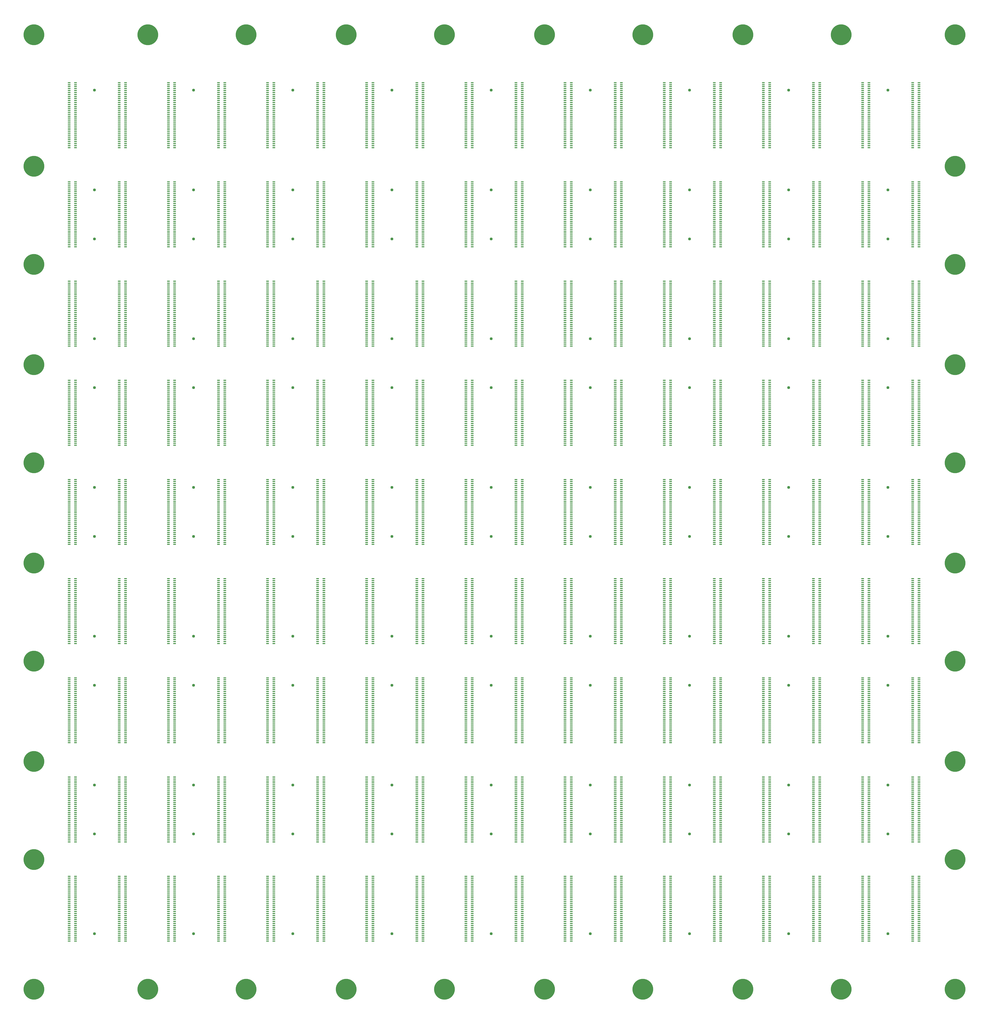
<source format=gbr>
%TF.GenerationSoftware,KiCad,Pcbnew,5.1.10-88a1d61d58~88~ubuntu18.04.1*%
%TF.CreationDate,2021-06-09T13:35:36-04:00*%
%TF.ProjectId,9x9backplane,39783962-6163-46b7-906c-616e652e6b69,C*%
%TF.SameCoordinates,Original*%
%TF.FileFunction,Soldermask,Top*%
%TF.FilePolarity,Negative*%
%FSLAX46Y46*%
G04 Gerber Fmt 4.6, Leading zero omitted, Abs format (unit mm)*
G04 Created by KiCad (PCBNEW 5.1.10-88a1d61d58~88~ubuntu18.04.1) date 2021-06-09 13:35:36*
%MOMM*%
%LPD*%
G01*
G04 APERTURE LIST*
%ADD10C,10.600000*%
%ADD11R,1.370000X0.610000*%
%ADD12C,1.450000*%
G04 APERTURE END LIST*
D10*
%TO.C,*%
X476000000Y-276000000D03*
%TD*%
%TO.C,*%
X476000000Y-427000000D03*
%TD*%
%TO.C,*%
X476000000Y-7000000D03*
%TD*%
%TO.C,*%
X476000000Y-225000000D03*
%TD*%
%TO.C,*%
X476000000Y-74000000D03*
%TD*%
%TO.C,*%
X476000000Y-326000000D03*
%TD*%
%TO.C,*%
X476000000Y-377000000D03*
%TD*%
%TO.C,*%
X476000000Y-124000000D03*
%TD*%
%TO.C,*%
X476000000Y-175000000D03*
%TD*%
%TO.C,*%
X7000000Y-74000000D03*
%TD*%
%TO.C,*%
X7000000Y-225000000D03*
%TD*%
%TO.C,*%
X7000000Y-124000000D03*
%TD*%
%TO.C,*%
X7000000Y-175000000D03*
%TD*%
%TO.C,*%
X7000000Y-326000000D03*
%TD*%
%TO.C,*%
X7000000Y-276000000D03*
%TD*%
%TO.C,*%
X7000000Y-377000000D03*
%TD*%
%TO.C,*%
X7000000Y-427000000D03*
%TD*%
%TO.C,*%
X7000000Y-493000000D03*
%TD*%
%TO.C,*%
X216000000Y-493000000D03*
%TD*%
%TO.C,*%
X476000000Y-493000000D03*
%TD*%
%TO.C,*%
X418000000Y-493000000D03*
%TD*%
%TO.C,*%
X267000000Y-493000000D03*
%TD*%
%TO.C,*%
X65000000Y-493000000D03*
%TD*%
%TO.C,*%
X115000000Y-493000000D03*
%TD*%
%TO.C,*%
X317000000Y-493000000D03*
%TD*%
%TO.C,*%
X368000000Y-493000000D03*
%TD*%
%TO.C,*%
X166000000Y-493000000D03*
%TD*%
%TO.C,*%
X267000000Y-7000000D03*
%TD*%
%TO.C,*%
X418000000Y-7000000D03*
%TD*%
%TO.C,*%
X368000000Y-7000000D03*
%TD*%
%TO.C,*%
X317000000Y-7000000D03*
%TD*%
%TO.C,*%
X166000000Y-7000000D03*
%TD*%
%TO.C,*%
X216000000Y-7000000D03*
%TD*%
%TO.C,*%
X115000000Y-7000000D03*
%TD*%
%TO.C,*%
X65000000Y-7000000D03*
%TD*%
%TO.C,*%
X7000000Y-7000000D03*
%TD*%
D11*
%TO.C,J403*%
X454435180Y-215990000D03*
X457637180Y-215990000D03*
X454435180Y-214990000D03*
X457637180Y-214990000D03*
X454435180Y-213990000D03*
X457637180Y-213990000D03*
X454435180Y-212990000D03*
X457637180Y-212990000D03*
X454435180Y-211990000D03*
X457637180Y-211990000D03*
X454435180Y-210990000D03*
X457637180Y-210990000D03*
X454435180Y-209990000D03*
X457637180Y-209990000D03*
X454435180Y-208990000D03*
X457637180Y-208990000D03*
X454435180Y-207990000D03*
X457637180Y-207990000D03*
X454435180Y-206990000D03*
X457637180Y-206990000D03*
X454435180Y-205990000D03*
X457637180Y-205990000D03*
X454435180Y-204990000D03*
X457637180Y-204990000D03*
X454435180Y-203990000D03*
X457637180Y-203990000D03*
X454435180Y-202990000D03*
X457637180Y-202990000D03*
X454435180Y-201990000D03*
X457637180Y-201990000D03*
X454435180Y-200990000D03*
X457637180Y-200990000D03*
X454435180Y-199990000D03*
X457637180Y-199990000D03*
X454435180Y-198990000D03*
X457637180Y-198990000D03*
X454435180Y-197990000D03*
X457637180Y-197990000D03*
X454435180Y-196990000D03*
X457637180Y-196990000D03*
X454435180Y-195990000D03*
X457637180Y-195990000D03*
X454435180Y-194990000D03*
X457637180Y-194990000D03*
X454435180Y-193990000D03*
X457637180Y-193990000D03*
X454435180Y-192990000D03*
X457637180Y-192990000D03*
X454435180Y-191990000D03*
X457637180Y-191990000D03*
X454435180Y-190990000D03*
X457637180Y-190990000D03*
X454435180Y-189990000D03*
X457637180Y-189990000D03*
X454435180Y-188990000D03*
X457637180Y-188990000D03*
X454435180Y-187990000D03*
X457637180Y-187990000D03*
X454435180Y-186990000D03*
X457637180Y-186990000D03*
X454435180Y-185990000D03*
X457637180Y-185990000D03*
X454435180Y-184990000D03*
X457637180Y-184990000D03*
X454435180Y-183990000D03*
X457637180Y-183990000D03*
X454435180Y-182990000D03*
X457637180Y-182990000D03*
%TD*%
%TO.C,J401*%
X432137180Y-182990000D03*
X428935180Y-182990000D03*
X432137180Y-183990000D03*
X428935180Y-183990000D03*
X432137180Y-184990000D03*
X428935180Y-184990000D03*
X432137180Y-185990000D03*
X428935180Y-185990000D03*
X432137180Y-186990000D03*
X428935180Y-186990000D03*
X432137180Y-187990000D03*
X428935180Y-187990000D03*
X432137180Y-188990000D03*
X428935180Y-188990000D03*
X432137180Y-189990000D03*
X428935180Y-189990000D03*
X432137180Y-190990000D03*
X428935180Y-190990000D03*
X432137180Y-191990000D03*
X428935180Y-191990000D03*
X432137180Y-192990000D03*
X428935180Y-192990000D03*
X432137180Y-193990000D03*
X428935180Y-193990000D03*
X432137180Y-194990000D03*
X428935180Y-194990000D03*
X432137180Y-195990000D03*
X428935180Y-195990000D03*
X432137180Y-196990000D03*
X428935180Y-196990000D03*
X432137180Y-197990000D03*
X428935180Y-197990000D03*
X432137180Y-198990000D03*
X428935180Y-198990000D03*
X432137180Y-199990000D03*
X428935180Y-199990000D03*
X432137180Y-200990000D03*
X428935180Y-200990000D03*
X432137180Y-201990000D03*
X428935180Y-201990000D03*
X432137180Y-202990000D03*
X428935180Y-202990000D03*
X432137180Y-203990000D03*
X428935180Y-203990000D03*
X432137180Y-204990000D03*
X428935180Y-204990000D03*
X432137180Y-205990000D03*
X428935180Y-205990000D03*
X432137180Y-206990000D03*
X428935180Y-206990000D03*
X432137180Y-207990000D03*
X428935180Y-207990000D03*
X432137180Y-208990000D03*
X428935180Y-208990000D03*
X432137180Y-209990000D03*
X428935180Y-209990000D03*
X432137180Y-210990000D03*
X428935180Y-210990000D03*
X432137180Y-211990000D03*
X428935180Y-211990000D03*
X432137180Y-212990000D03*
X428935180Y-212990000D03*
X432137180Y-213990000D03*
X428935180Y-213990000D03*
X432137180Y-214990000D03*
X428935180Y-214990000D03*
X432137180Y-215990000D03*
X428935180Y-215990000D03*
%TD*%
D12*
%TO.C,J902*%
X441799680Y-413975000D03*
X441799680Y-464775000D03*
%TD*%
D11*
%TO.C,J901*%
X428935180Y-468490000D03*
X432137180Y-468490000D03*
X428935180Y-467490000D03*
X432137180Y-467490000D03*
X428935180Y-466490000D03*
X432137180Y-466490000D03*
X428935180Y-465490000D03*
X432137180Y-465490000D03*
X428935180Y-464490000D03*
X432137180Y-464490000D03*
X428935180Y-463490000D03*
X432137180Y-463490000D03*
X428935180Y-462490000D03*
X432137180Y-462490000D03*
X428935180Y-461490000D03*
X432137180Y-461490000D03*
X428935180Y-460490000D03*
X432137180Y-460490000D03*
X428935180Y-459490000D03*
X432137180Y-459490000D03*
X428935180Y-458490000D03*
X432137180Y-458490000D03*
X428935180Y-457490000D03*
X432137180Y-457490000D03*
X428935180Y-456490000D03*
X432137180Y-456490000D03*
X428935180Y-455490000D03*
X432137180Y-455490000D03*
X428935180Y-454490000D03*
X432137180Y-454490000D03*
X428935180Y-453490000D03*
X432137180Y-453490000D03*
X428935180Y-452490000D03*
X432137180Y-452490000D03*
X428935180Y-451490000D03*
X432137180Y-451490000D03*
X428935180Y-450490000D03*
X432137180Y-450490000D03*
X428935180Y-449490000D03*
X432137180Y-449490000D03*
X428935180Y-448490000D03*
X432137180Y-448490000D03*
X428935180Y-447490000D03*
X432137180Y-447490000D03*
X428935180Y-446490000D03*
X432137180Y-446490000D03*
X428935180Y-445490000D03*
X432137180Y-445490000D03*
X428935180Y-444490000D03*
X432137180Y-444490000D03*
X428935180Y-443490000D03*
X432137180Y-443490000D03*
X428935180Y-442490000D03*
X432137180Y-442490000D03*
X428935180Y-441490000D03*
X432137180Y-441490000D03*
X428935180Y-440490000D03*
X432137180Y-440490000D03*
X428935180Y-439490000D03*
X432137180Y-439490000D03*
X428935180Y-438490000D03*
X432137180Y-438490000D03*
X428935180Y-437490000D03*
X432137180Y-437490000D03*
X428935180Y-436490000D03*
X432137180Y-436490000D03*
X428935180Y-435490000D03*
X432137180Y-435490000D03*
%TD*%
%TO.C,J803*%
X457637180Y-384990000D03*
X454435180Y-384990000D03*
X457637180Y-385990000D03*
X454435180Y-385990000D03*
X457637180Y-386990000D03*
X454435180Y-386990000D03*
X457637180Y-387990000D03*
X454435180Y-387990000D03*
X457637180Y-388990000D03*
X454435180Y-388990000D03*
X457637180Y-389990000D03*
X454435180Y-389990000D03*
X457637180Y-390990000D03*
X454435180Y-390990000D03*
X457637180Y-391990000D03*
X454435180Y-391990000D03*
X457637180Y-392990000D03*
X454435180Y-392990000D03*
X457637180Y-393990000D03*
X454435180Y-393990000D03*
X457637180Y-394990000D03*
X454435180Y-394990000D03*
X457637180Y-395990000D03*
X454435180Y-395990000D03*
X457637180Y-396990000D03*
X454435180Y-396990000D03*
X457637180Y-397990000D03*
X454435180Y-397990000D03*
X457637180Y-398990000D03*
X454435180Y-398990000D03*
X457637180Y-399990000D03*
X454435180Y-399990000D03*
X457637180Y-400990000D03*
X454435180Y-400990000D03*
X457637180Y-401990000D03*
X454435180Y-401990000D03*
X457637180Y-402990000D03*
X454435180Y-402990000D03*
X457637180Y-403990000D03*
X454435180Y-403990000D03*
X457637180Y-404990000D03*
X454435180Y-404990000D03*
X457637180Y-405990000D03*
X454435180Y-405990000D03*
X457637180Y-406990000D03*
X454435180Y-406990000D03*
X457637180Y-407990000D03*
X454435180Y-407990000D03*
X457637180Y-408990000D03*
X454435180Y-408990000D03*
X457637180Y-409990000D03*
X454435180Y-409990000D03*
X457637180Y-410990000D03*
X454435180Y-410990000D03*
X457637180Y-411990000D03*
X454435180Y-411990000D03*
X457637180Y-412990000D03*
X454435180Y-412990000D03*
X457637180Y-413990000D03*
X454435180Y-413990000D03*
X457637180Y-414990000D03*
X454435180Y-414990000D03*
X457637180Y-415990000D03*
X454435180Y-415990000D03*
X457637180Y-416990000D03*
X454435180Y-416990000D03*
X457637180Y-417990000D03*
X454435180Y-417990000D03*
%TD*%
%TO.C,J801*%
X428935180Y-417990000D03*
X432137180Y-417990000D03*
X428935180Y-416990000D03*
X432137180Y-416990000D03*
X428935180Y-415990000D03*
X432137180Y-415990000D03*
X428935180Y-414990000D03*
X432137180Y-414990000D03*
X428935180Y-413990000D03*
X432137180Y-413990000D03*
X428935180Y-412990000D03*
X432137180Y-412990000D03*
X428935180Y-411990000D03*
X432137180Y-411990000D03*
X428935180Y-410990000D03*
X432137180Y-410990000D03*
X428935180Y-409990000D03*
X432137180Y-409990000D03*
X428935180Y-408990000D03*
X432137180Y-408990000D03*
X428935180Y-407990000D03*
X432137180Y-407990000D03*
X428935180Y-406990000D03*
X432137180Y-406990000D03*
X428935180Y-405990000D03*
X432137180Y-405990000D03*
X428935180Y-404990000D03*
X432137180Y-404990000D03*
X428935180Y-403990000D03*
X432137180Y-403990000D03*
X428935180Y-402990000D03*
X432137180Y-402990000D03*
X428935180Y-401990000D03*
X432137180Y-401990000D03*
X428935180Y-400990000D03*
X432137180Y-400990000D03*
X428935180Y-399990000D03*
X432137180Y-399990000D03*
X428935180Y-398990000D03*
X432137180Y-398990000D03*
X428935180Y-397990000D03*
X432137180Y-397990000D03*
X428935180Y-396990000D03*
X432137180Y-396990000D03*
X428935180Y-395990000D03*
X432137180Y-395990000D03*
X428935180Y-394990000D03*
X432137180Y-394990000D03*
X428935180Y-393990000D03*
X432137180Y-393990000D03*
X428935180Y-392990000D03*
X432137180Y-392990000D03*
X428935180Y-391990000D03*
X432137180Y-391990000D03*
X428935180Y-390990000D03*
X432137180Y-390990000D03*
X428935180Y-389990000D03*
X432137180Y-389990000D03*
X428935180Y-388990000D03*
X432137180Y-388990000D03*
X428935180Y-387990000D03*
X432137180Y-387990000D03*
X428935180Y-386990000D03*
X432137180Y-386990000D03*
X428935180Y-385990000D03*
X432137180Y-385990000D03*
X428935180Y-384990000D03*
X432137180Y-384990000D03*
%TD*%
%TO.C,J703*%
X454435180Y-367490000D03*
X457637180Y-367490000D03*
X454435180Y-366490000D03*
X457637180Y-366490000D03*
X454435180Y-365490000D03*
X457637180Y-365490000D03*
X454435180Y-364490000D03*
X457637180Y-364490000D03*
X454435180Y-363490000D03*
X457637180Y-363490000D03*
X454435180Y-362490000D03*
X457637180Y-362490000D03*
X454435180Y-361490000D03*
X457637180Y-361490000D03*
X454435180Y-360490000D03*
X457637180Y-360490000D03*
X454435180Y-359490000D03*
X457637180Y-359490000D03*
X454435180Y-358490000D03*
X457637180Y-358490000D03*
X454435180Y-357490000D03*
X457637180Y-357490000D03*
X454435180Y-356490000D03*
X457637180Y-356490000D03*
X454435180Y-355490000D03*
X457637180Y-355490000D03*
X454435180Y-354490000D03*
X457637180Y-354490000D03*
X454435180Y-353490000D03*
X457637180Y-353490000D03*
X454435180Y-352490000D03*
X457637180Y-352490000D03*
X454435180Y-351490000D03*
X457637180Y-351490000D03*
X454435180Y-350490000D03*
X457637180Y-350490000D03*
X454435180Y-349490000D03*
X457637180Y-349490000D03*
X454435180Y-348490000D03*
X457637180Y-348490000D03*
X454435180Y-347490000D03*
X457637180Y-347490000D03*
X454435180Y-346490000D03*
X457637180Y-346490000D03*
X454435180Y-345490000D03*
X457637180Y-345490000D03*
X454435180Y-344490000D03*
X457637180Y-344490000D03*
X454435180Y-343490000D03*
X457637180Y-343490000D03*
X454435180Y-342490000D03*
X457637180Y-342490000D03*
X454435180Y-341490000D03*
X457637180Y-341490000D03*
X454435180Y-340490000D03*
X457637180Y-340490000D03*
X454435180Y-339490000D03*
X457637180Y-339490000D03*
X454435180Y-338490000D03*
X457637180Y-338490000D03*
X454435180Y-337490000D03*
X457637180Y-337490000D03*
X454435180Y-336490000D03*
X457637180Y-336490000D03*
X454435180Y-335490000D03*
X457637180Y-335490000D03*
X454435180Y-334490000D03*
X457637180Y-334490000D03*
%TD*%
D12*
%TO.C,J702*%
X441799680Y-389025000D03*
X441799680Y-338225000D03*
%TD*%
%TO.C,J602*%
X441799680Y-262475000D03*
X441799680Y-313275000D03*
%TD*%
D11*
%TO.C,J601*%
X428935180Y-316990000D03*
X432137180Y-316990000D03*
X428935180Y-315990000D03*
X432137180Y-315990000D03*
X428935180Y-314990000D03*
X432137180Y-314990000D03*
X428935180Y-313990000D03*
X432137180Y-313990000D03*
X428935180Y-312990000D03*
X432137180Y-312990000D03*
X428935180Y-311990000D03*
X432137180Y-311990000D03*
X428935180Y-310990000D03*
X432137180Y-310990000D03*
X428935180Y-309990000D03*
X432137180Y-309990000D03*
X428935180Y-308990000D03*
X432137180Y-308990000D03*
X428935180Y-307990000D03*
X432137180Y-307990000D03*
X428935180Y-306990000D03*
X432137180Y-306990000D03*
X428935180Y-305990000D03*
X432137180Y-305990000D03*
X428935180Y-304990000D03*
X432137180Y-304990000D03*
X428935180Y-303990000D03*
X432137180Y-303990000D03*
X428935180Y-302990000D03*
X432137180Y-302990000D03*
X428935180Y-301990000D03*
X432137180Y-301990000D03*
X428935180Y-300990000D03*
X432137180Y-300990000D03*
X428935180Y-299990000D03*
X432137180Y-299990000D03*
X428935180Y-298990000D03*
X432137180Y-298990000D03*
X428935180Y-297990000D03*
X432137180Y-297990000D03*
X428935180Y-296990000D03*
X432137180Y-296990000D03*
X428935180Y-295990000D03*
X432137180Y-295990000D03*
X428935180Y-294990000D03*
X432137180Y-294990000D03*
X428935180Y-293990000D03*
X432137180Y-293990000D03*
X428935180Y-292990000D03*
X432137180Y-292990000D03*
X428935180Y-291990000D03*
X432137180Y-291990000D03*
X428935180Y-290990000D03*
X432137180Y-290990000D03*
X428935180Y-289990000D03*
X432137180Y-289990000D03*
X428935180Y-288990000D03*
X432137180Y-288990000D03*
X428935180Y-287990000D03*
X432137180Y-287990000D03*
X428935180Y-286990000D03*
X432137180Y-286990000D03*
X428935180Y-285990000D03*
X432137180Y-285990000D03*
X428935180Y-284990000D03*
X432137180Y-284990000D03*
X428935180Y-283990000D03*
X432137180Y-283990000D03*
%TD*%
%TO.C,J201*%
X428935180Y-114990000D03*
X432137180Y-114990000D03*
X428935180Y-113990000D03*
X432137180Y-113990000D03*
X428935180Y-112990000D03*
X432137180Y-112990000D03*
X428935180Y-111990000D03*
X432137180Y-111990000D03*
X428935180Y-110990000D03*
X432137180Y-110990000D03*
X428935180Y-109990000D03*
X432137180Y-109990000D03*
X428935180Y-108990000D03*
X432137180Y-108990000D03*
X428935180Y-107990000D03*
X432137180Y-107990000D03*
X428935180Y-106990000D03*
X432137180Y-106990000D03*
X428935180Y-105990000D03*
X432137180Y-105990000D03*
X428935180Y-104990000D03*
X432137180Y-104990000D03*
X428935180Y-103990000D03*
X432137180Y-103990000D03*
X428935180Y-102990000D03*
X432137180Y-102990000D03*
X428935180Y-101990000D03*
X432137180Y-101990000D03*
X428935180Y-100990000D03*
X432137180Y-100990000D03*
X428935180Y-99990000D03*
X432137180Y-99990000D03*
X428935180Y-98990000D03*
X432137180Y-98990000D03*
X428935180Y-97990000D03*
X432137180Y-97990000D03*
X428935180Y-96990000D03*
X432137180Y-96990000D03*
X428935180Y-95990000D03*
X432137180Y-95990000D03*
X428935180Y-94990000D03*
X432137180Y-94990000D03*
X428935180Y-93990000D03*
X432137180Y-93990000D03*
X428935180Y-92990000D03*
X432137180Y-92990000D03*
X428935180Y-91990000D03*
X432137180Y-91990000D03*
X428935180Y-90990000D03*
X432137180Y-90990000D03*
X428935180Y-89990000D03*
X432137180Y-89990000D03*
X428935180Y-88990000D03*
X432137180Y-88990000D03*
X428935180Y-87990000D03*
X432137180Y-87990000D03*
X428935180Y-86990000D03*
X432137180Y-86990000D03*
X428935180Y-85990000D03*
X432137180Y-85990000D03*
X428935180Y-84990000D03*
X432137180Y-84990000D03*
X428935180Y-83990000D03*
X432137180Y-83990000D03*
X428935180Y-82990000D03*
X432137180Y-82990000D03*
X428935180Y-81990000D03*
X432137180Y-81990000D03*
%TD*%
D12*
%TO.C,J402*%
X441799680Y-237525000D03*
X441799680Y-186725000D03*
%TD*%
D11*
%TO.C,J103*%
X454435180Y-64490000D03*
X457637180Y-64490000D03*
X454435180Y-63490000D03*
X457637180Y-63490000D03*
X454435180Y-62490000D03*
X457637180Y-62490000D03*
X454435180Y-61490000D03*
X457637180Y-61490000D03*
X454435180Y-60490000D03*
X457637180Y-60490000D03*
X454435180Y-59490000D03*
X457637180Y-59490000D03*
X454435180Y-58490000D03*
X457637180Y-58490000D03*
X454435180Y-57490000D03*
X457637180Y-57490000D03*
X454435180Y-56490000D03*
X457637180Y-56490000D03*
X454435180Y-55490000D03*
X457637180Y-55490000D03*
X454435180Y-54490000D03*
X457637180Y-54490000D03*
X454435180Y-53490000D03*
X457637180Y-53490000D03*
X454435180Y-52490000D03*
X457637180Y-52490000D03*
X454435180Y-51490000D03*
X457637180Y-51490000D03*
X454435180Y-50490000D03*
X457637180Y-50490000D03*
X454435180Y-49490000D03*
X457637180Y-49490000D03*
X454435180Y-48490000D03*
X457637180Y-48490000D03*
X454435180Y-47490000D03*
X457637180Y-47490000D03*
X454435180Y-46490000D03*
X457637180Y-46490000D03*
X454435180Y-45490000D03*
X457637180Y-45490000D03*
X454435180Y-44490000D03*
X457637180Y-44490000D03*
X454435180Y-43490000D03*
X457637180Y-43490000D03*
X454435180Y-42490000D03*
X457637180Y-42490000D03*
X454435180Y-41490000D03*
X457637180Y-41490000D03*
X454435180Y-40490000D03*
X457637180Y-40490000D03*
X454435180Y-39490000D03*
X457637180Y-39490000D03*
X454435180Y-38490000D03*
X457637180Y-38490000D03*
X454435180Y-37490000D03*
X457637180Y-37490000D03*
X454435180Y-36490000D03*
X457637180Y-36490000D03*
X454435180Y-35490000D03*
X457637180Y-35490000D03*
X454435180Y-34490000D03*
X457637180Y-34490000D03*
X454435180Y-33490000D03*
X457637180Y-33490000D03*
X454435180Y-32490000D03*
X457637180Y-32490000D03*
X454435180Y-31490000D03*
X457637180Y-31490000D03*
%TD*%
%TO.C,J701*%
X432137180Y-334490000D03*
X428935180Y-334490000D03*
X432137180Y-335490000D03*
X428935180Y-335490000D03*
X432137180Y-336490000D03*
X428935180Y-336490000D03*
X432137180Y-337490000D03*
X428935180Y-337490000D03*
X432137180Y-338490000D03*
X428935180Y-338490000D03*
X432137180Y-339490000D03*
X428935180Y-339490000D03*
X432137180Y-340490000D03*
X428935180Y-340490000D03*
X432137180Y-341490000D03*
X428935180Y-341490000D03*
X432137180Y-342490000D03*
X428935180Y-342490000D03*
X432137180Y-343490000D03*
X428935180Y-343490000D03*
X432137180Y-344490000D03*
X428935180Y-344490000D03*
X432137180Y-345490000D03*
X428935180Y-345490000D03*
X432137180Y-346490000D03*
X428935180Y-346490000D03*
X432137180Y-347490000D03*
X428935180Y-347490000D03*
X432137180Y-348490000D03*
X428935180Y-348490000D03*
X432137180Y-349490000D03*
X428935180Y-349490000D03*
X432137180Y-350490000D03*
X428935180Y-350490000D03*
X432137180Y-351490000D03*
X428935180Y-351490000D03*
X432137180Y-352490000D03*
X428935180Y-352490000D03*
X432137180Y-353490000D03*
X428935180Y-353490000D03*
X432137180Y-354490000D03*
X428935180Y-354490000D03*
X432137180Y-355490000D03*
X428935180Y-355490000D03*
X432137180Y-356490000D03*
X428935180Y-356490000D03*
X432137180Y-357490000D03*
X428935180Y-357490000D03*
X432137180Y-358490000D03*
X428935180Y-358490000D03*
X432137180Y-359490000D03*
X428935180Y-359490000D03*
X432137180Y-360490000D03*
X428935180Y-360490000D03*
X432137180Y-361490000D03*
X428935180Y-361490000D03*
X432137180Y-362490000D03*
X428935180Y-362490000D03*
X432137180Y-363490000D03*
X428935180Y-363490000D03*
X432137180Y-364490000D03*
X428935180Y-364490000D03*
X432137180Y-365490000D03*
X428935180Y-365490000D03*
X432137180Y-366490000D03*
X428935180Y-366490000D03*
X432137180Y-367490000D03*
X428935180Y-367490000D03*
%TD*%
%TO.C,J603*%
X457637180Y-283990000D03*
X454435180Y-283990000D03*
X457637180Y-284990000D03*
X454435180Y-284990000D03*
X457637180Y-285990000D03*
X454435180Y-285990000D03*
X457637180Y-286990000D03*
X454435180Y-286990000D03*
X457637180Y-287990000D03*
X454435180Y-287990000D03*
X457637180Y-288990000D03*
X454435180Y-288990000D03*
X457637180Y-289990000D03*
X454435180Y-289990000D03*
X457637180Y-290990000D03*
X454435180Y-290990000D03*
X457637180Y-291990000D03*
X454435180Y-291990000D03*
X457637180Y-292990000D03*
X454435180Y-292990000D03*
X457637180Y-293990000D03*
X454435180Y-293990000D03*
X457637180Y-294990000D03*
X454435180Y-294990000D03*
X457637180Y-295990000D03*
X454435180Y-295990000D03*
X457637180Y-296990000D03*
X454435180Y-296990000D03*
X457637180Y-297990000D03*
X454435180Y-297990000D03*
X457637180Y-298990000D03*
X454435180Y-298990000D03*
X457637180Y-299990000D03*
X454435180Y-299990000D03*
X457637180Y-300990000D03*
X454435180Y-300990000D03*
X457637180Y-301990000D03*
X454435180Y-301990000D03*
X457637180Y-302990000D03*
X454435180Y-302990000D03*
X457637180Y-303990000D03*
X454435180Y-303990000D03*
X457637180Y-304990000D03*
X454435180Y-304990000D03*
X457637180Y-305990000D03*
X454435180Y-305990000D03*
X457637180Y-306990000D03*
X454435180Y-306990000D03*
X457637180Y-307990000D03*
X454435180Y-307990000D03*
X457637180Y-308990000D03*
X454435180Y-308990000D03*
X457637180Y-309990000D03*
X454435180Y-309990000D03*
X457637180Y-310990000D03*
X454435180Y-310990000D03*
X457637180Y-311990000D03*
X454435180Y-311990000D03*
X457637180Y-312990000D03*
X454435180Y-312990000D03*
X457637180Y-313990000D03*
X454435180Y-313990000D03*
X457637180Y-314990000D03*
X454435180Y-314990000D03*
X457637180Y-315990000D03*
X454435180Y-315990000D03*
X457637180Y-316990000D03*
X454435180Y-316990000D03*
%TD*%
D12*
%TO.C,J102*%
X441799680Y-86025000D03*
X441799680Y-35225000D03*
%TD*%
D11*
%TO.C,J101*%
X432137180Y-31490000D03*
X428935180Y-31490000D03*
X432137180Y-32490000D03*
X428935180Y-32490000D03*
X432137180Y-33490000D03*
X428935180Y-33490000D03*
X432137180Y-34490000D03*
X428935180Y-34490000D03*
X432137180Y-35490000D03*
X428935180Y-35490000D03*
X432137180Y-36490000D03*
X428935180Y-36490000D03*
X432137180Y-37490000D03*
X428935180Y-37490000D03*
X432137180Y-38490000D03*
X428935180Y-38490000D03*
X432137180Y-39490000D03*
X428935180Y-39490000D03*
X432137180Y-40490000D03*
X428935180Y-40490000D03*
X432137180Y-41490000D03*
X428935180Y-41490000D03*
X432137180Y-42490000D03*
X428935180Y-42490000D03*
X432137180Y-43490000D03*
X428935180Y-43490000D03*
X432137180Y-44490000D03*
X428935180Y-44490000D03*
X432137180Y-45490000D03*
X428935180Y-45490000D03*
X432137180Y-46490000D03*
X428935180Y-46490000D03*
X432137180Y-47490000D03*
X428935180Y-47490000D03*
X432137180Y-48490000D03*
X428935180Y-48490000D03*
X432137180Y-49490000D03*
X428935180Y-49490000D03*
X432137180Y-50490000D03*
X428935180Y-50490000D03*
X432137180Y-51490000D03*
X428935180Y-51490000D03*
X432137180Y-52490000D03*
X428935180Y-52490000D03*
X432137180Y-53490000D03*
X428935180Y-53490000D03*
X432137180Y-54490000D03*
X428935180Y-54490000D03*
X432137180Y-55490000D03*
X428935180Y-55490000D03*
X432137180Y-56490000D03*
X428935180Y-56490000D03*
X432137180Y-57490000D03*
X428935180Y-57490000D03*
X432137180Y-58490000D03*
X428935180Y-58490000D03*
X432137180Y-59490000D03*
X428935180Y-59490000D03*
X432137180Y-60490000D03*
X428935180Y-60490000D03*
X432137180Y-61490000D03*
X428935180Y-61490000D03*
X432137180Y-62490000D03*
X428935180Y-62490000D03*
X432137180Y-63490000D03*
X428935180Y-63490000D03*
X432137180Y-64490000D03*
X428935180Y-64490000D03*
%TD*%
D12*
%TO.C,J302*%
X441799680Y-161775000D03*
X441799680Y-110975000D03*
%TD*%
D11*
%TO.C,J903*%
X457637180Y-435490000D03*
X454435180Y-435490000D03*
X457637180Y-436490000D03*
X454435180Y-436490000D03*
X457637180Y-437490000D03*
X454435180Y-437490000D03*
X457637180Y-438490000D03*
X454435180Y-438490000D03*
X457637180Y-439490000D03*
X454435180Y-439490000D03*
X457637180Y-440490000D03*
X454435180Y-440490000D03*
X457637180Y-441490000D03*
X454435180Y-441490000D03*
X457637180Y-442490000D03*
X454435180Y-442490000D03*
X457637180Y-443490000D03*
X454435180Y-443490000D03*
X457637180Y-444490000D03*
X454435180Y-444490000D03*
X457637180Y-445490000D03*
X454435180Y-445490000D03*
X457637180Y-446490000D03*
X454435180Y-446490000D03*
X457637180Y-447490000D03*
X454435180Y-447490000D03*
X457637180Y-448490000D03*
X454435180Y-448490000D03*
X457637180Y-449490000D03*
X454435180Y-449490000D03*
X457637180Y-450490000D03*
X454435180Y-450490000D03*
X457637180Y-451490000D03*
X454435180Y-451490000D03*
X457637180Y-452490000D03*
X454435180Y-452490000D03*
X457637180Y-453490000D03*
X454435180Y-453490000D03*
X457637180Y-454490000D03*
X454435180Y-454490000D03*
X457637180Y-455490000D03*
X454435180Y-455490000D03*
X457637180Y-456490000D03*
X454435180Y-456490000D03*
X457637180Y-457490000D03*
X454435180Y-457490000D03*
X457637180Y-458490000D03*
X454435180Y-458490000D03*
X457637180Y-459490000D03*
X454435180Y-459490000D03*
X457637180Y-460490000D03*
X454435180Y-460490000D03*
X457637180Y-461490000D03*
X454435180Y-461490000D03*
X457637180Y-462490000D03*
X454435180Y-462490000D03*
X457637180Y-463490000D03*
X454435180Y-463490000D03*
X457637180Y-464490000D03*
X454435180Y-464490000D03*
X457637180Y-465490000D03*
X454435180Y-465490000D03*
X457637180Y-466490000D03*
X454435180Y-466490000D03*
X457637180Y-467490000D03*
X454435180Y-467490000D03*
X457637180Y-468490000D03*
X454435180Y-468490000D03*
%TD*%
%TO.C,J303*%
X457637180Y-132490000D03*
X454435180Y-132490000D03*
X457637180Y-133490000D03*
X454435180Y-133490000D03*
X457637180Y-134490000D03*
X454435180Y-134490000D03*
X457637180Y-135490000D03*
X454435180Y-135490000D03*
X457637180Y-136490000D03*
X454435180Y-136490000D03*
X457637180Y-137490000D03*
X454435180Y-137490000D03*
X457637180Y-138490000D03*
X454435180Y-138490000D03*
X457637180Y-139490000D03*
X454435180Y-139490000D03*
X457637180Y-140490000D03*
X454435180Y-140490000D03*
X457637180Y-141490000D03*
X454435180Y-141490000D03*
X457637180Y-142490000D03*
X454435180Y-142490000D03*
X457637180Y-143490000D03*
X454435180Y-143490000D03*
X457637180Y-144490000D03*
X454435180Y-144490000D03*
X457637180Y-145490000D03*
X454435180Y-145490000D03*
X457637180Y-146490000D03*
X454435180Y-146490000D03*
X457637180Y-147490000D03*
X454435180Y-147490000D03*
X457637180Y-148490000D03*
X454435180Y-148490000D03*
X457637180Y-149490000D03*
X454435180Y-149490000D03*
X457637180Y-150490000D03*
X454435180Y-150490000D03*
X457637180Y-151490000D03*
X454435180Y-151490000D03*
X457637180Y-152490000D03*
X454435180Y-152490000D03*
X457637180Y-153490000D03*
X454435180Y-153490000D03*
X457637180Y-154490000D03*
X454435180Y-154490000D03*
X457637180Y-155490000D03*
X454435180Y-155490000D03*
X457637180Y-156490000D03*
X454435180Y-156490000D03*
X457637180Y-157490000D03*
X454435180Y-157490000D03*
X457637180Y-158490000D03*
X454435180Y-158490000D03*
X457637180Y-159490000D03*
X454435180Y-159490000D03*
X457637180Y-160490000D03*
X454435180Y-160490000D03*
X457637180Y-161490000D03*
X454435180Y-161490000D03*
X457637180Y-162490000D03*
X454435180Y-162490000D03*
X457637180Y-163490000D03*
X454435180Y-163490000D03*
X457637180Y-164490000D03*
X454435180Y-164490000D03*
X457637180Y-165490000D03*
X454435180Y-165490000D03*
%TD*%
%TO.C,J203*%
X457637180Y-81990000D03*
X454435180Y-81990000D03*
X457637180Y-82990000D03*
X454435180Y-82990000D03*
X457637180Y-83990000D03*
X454435180Y-83990000D03*
X457637180Y-84990000D03*
X454435180Y-84990000D03*
X457637180Y-85990000D03*
X454435180Y-85990000D03*
X457637180Y-86990000D03*
X454435180Y-86990000D03*
X457637180Y-87990000D03*
X454435180Y-87990000D03*
X457637180Y-88990000D03*
X454435180Y-88990000D03*
X457637180Y-89990000D03*
X454435180Y-89990000D03*
X457637180Y-90990000D03*
X454435180Y-90990000D03*
X457637180Y-91990000D03*
X454435180Y-91990000D03*
X457637180Y-92990000D03*
X454435180Y-92990000D03*
X457637180Y-93990000D03*
X454435180Y-93990000D03*
X457637180Y-94990000D03*
X454435180Y-94990000D03*
X457637180Y-95990000D03*
X454435180Y-95990000D03*
X457637180Y-96990000D03*
X454435180Y-96990000D03*
X457637180Y-97990000D03*
X454435180Y-97990000D03*
X457637180Y-98990000D03*
X454435180Y-98990000D03*
X457637180Y-99990000D03*
X454435180Y-99990000D03*
X457637180Y-100990000D03*
X454435180Y-100990000D03*
X457637180Y-101990000D03*
X454435180Y-101990000D03*
X457637180Y-102990000D03*
X454435180Y-102990000D03*
X457637180Y-103990000D03*
X454435180Y-103990000D03*
X457637180Y-104990000D03*
X454435180Y-104990000D03*
X457637180Y-105990000D03*
X454435180Y-105990000D03*
X457637180Y-106990000D03*
X454435180Y-106990000D03*
X457637180Y-107990000D03*
X454435180Y-107990000D03*
X457637180Y-108990000D03*
X454435180Y-108990000D03*
X457637180Y-109990000D03*
X454435180Y-109990000D03*
X457637180Y-110990000D03*
X454435180Y-110990000D03*
X457637180Y-111990000D03*
X454435180Y-111990000D03*
X457637180Y-112990000D03*
X454435180Y-112990000D03*
X457637180Y-113990000D03*
X454435180Y-113990000D03*
X457637180Y-114990000D03*
X454435180Y-114990000D03*
%TD*%
%TO.C,J501*%
X428935180Y-266490000D03*
X432137180Y-266490000D03*
X428935180Y-265490000D03*
X432137180Y-265490000D03*
X428935180Y-264490000D03*
X432137180Y-264490000D03*
X428935180Y-263490000D03*
X432137180Y-263490000D03*
X428935180Y-262490000D03*
X432137180Y-262490000D03*
X428935180Y-261490000D03*
X432137180Y-261490000D03*
X428935180Y-260490000D03*
X432137180Y-260490000D03*
X428935180Y-259490000D03*
X432137180Y-259490000D03*
X428935180Y-258490000D03*
X432137180Y-258490000D03*
X428935180Y-257490000D03*
X432137180Y-257490000D03*
X428935180Y-256490000D03*
X432137180Y-256490000D03*
X428935180Y-255490000D03*
X432137180Y-255490000D03*
X428935180Y-254490000D03*
X432137180Y-254490000D03*
X428935180Y-253490000D03*
X432137180Y-253490000D03*
X428935180Y-252490000D03*
X432137180Y-252490000D03*
X428935180Y-251490000D03*
X432137180Y-251490000D03*
X428935180Y-250490000D03*
X432137180Y-250490000D03*
X428935180Y-249490000D03*
X432137180Y-249490000D03*
X428935180Y-248490000D03*
X432137180Y-248490000D03*
X428935180Y-247490000D03*
X432137180Y-247490000D03*
X428935180Y-246490000D03*
X432137180Y-246490000D03*
X428935180Y-245490000D03*
X432137180Y-245490000D03*
X428935180Y-244490000D03*
X432137180Y-244490000D03*
X428935180Y-243490000D03*
X432137180Y-243490000D03*
X428935180Y-242490000D03*
X432137180Y-242490000D03*
X428935180Y-241490000D03*
X432137180Y-241490000D03*
X428935180Y-240490000D03*
X432137180Y-240490000D03*
X428935180Y-239490000D03*
X432137180Y-239490000D03*
X428935180Y-238490000D03*
X432137180Y-238490000D03*
X428935180Y-237490000D03*
X432137180Y-237490000D03*
X428935180Y-236490000D03*
X432137180Y-236490000D03*
X428935180Y-235490000D03*
X432137180Y-235490000D03*
X428935180Y-234490000D03*
X432137180Y-234490000D03*
X428935180Y-233490000D03*
X432137180Y-233490000D03*
%TD*%
%TO.C,J503*%
X457637180Y-233490000D03*
X454435180Y-233490000D03*
X457637180Y-234490000D03*
X454435180Y-234490000D03*
X457637180Y-235490000D03*
X454435180Y-235490000D03*
X457637180Y-236490000D03*
X454435180Y-236490000D03*
X457637180Y-237490000D03*
X454435180Y-237490000D03*
X457637180Y-238490000D03*
X454435180Y-238490000D03*
X457637180Y-239490000D03*
X454435180Y-239490000D03*
X457637180Y-240490000D03*
X454435180Y-240490000D03*
X457637180Y-241490000D03*
X454435180Y-241490000D03*
X457637180Y-242490000D03*
X454435180Y-242490000D03*
X457637180Y-243490000D03*
X454435180Y-243490000D03*
X457637180Y-244490000D03*
X454435180Y-244490000D03*
X457637180Y-245490000D03*
X454435180Y-245490000D03*
X457637180Y-246490000D03*
X454435180Y-246490000D03*
X457637180Y-247490000D03*
X454435180Y-247490000D03*
X457637180Y-248490000D03*
X454435180Y-248490000D03*
X457637180Y-249490000D03*
X454435180Y-249490000D03*
X457637180Y-250490000D03*
X454435180Y-250490000D03*
X457637180Y-251490000D03*
X454435180Y-251490000D03*
X457637180Y-252490000D03*
X454435180Y-252490000D03*
X457637180Y-253490000D03*
X454435180Y-253490000D03*
X457637180Y-254490000D03*
X454435180Y-254490000D03*
X457637180Y-255490000D03*
X454435180Y-255490000D03*
X457637180Y-256490000D03*
X454435180Y-256490000D03*
X457637180Y-257490000D03*
X454435180Y-257490000D03*
X457637180Y-258490000D03*
X454435180Y-258490000D03*
X457637180Y-259490000D03*
X454435180Y-259490000D03*
X457637180Y-260490000D03*
X454435180Y-260490000D03*
X457637180Y-261490000D03*
X454435180Y-261490000D03*
X457637180Y-262490000D03*
X454435180Y-262490000D03*
X457637180Y-263490000D03*
X454435180Y-263490000D03*
X457637180Y-264490000D03*
X454435180Y-264490000D03*
X457637180Y-265490000D03*
X454435180Y-265490000D03*
X457637180Y-266490000D03*
X454435180Y-266490000D03*
%TD*%
%TO.C,J301*%
X428935180Y-165490000D03*
X432137180Y-165490000D03*
X428935180Y-164490000D03*
X432137180Y-164490000D03*
X428935180Y-163490000D03*
X432137180Y-163490000D03*
X428935180Y-162490000D03*
X432137180Y-162490000D03*
X428935180Y-161490000D03*
X432137180Y-161490000D03*
X428935180Y-160490000D03*
X432137180Y-160490000D03*
X428935180Y-159490000D03*
X432137180Y-159490000D03*
X428935180Y-158490000D03*
X432137180Y-158490000D03*
X428935180Y-157490000D03*
X432137180Y-157490000D03*
X428935180Y-156490000D03*
X432137180Y-156490000D03*
X428935180Y-155490000D03*
X432137180Y-155490000D03*
X428935180Y-154490000D03*
X432137180Y-154490000D03*
X428935180Y-153490000D03*
X432137180Y-153490000D03*
X428935180Y-152490000D03*
X432137180Y-152490000D03*
X428935180Y-151490000D03*
X432137180Y-151490000D03*
X428935180Y-150490000D03*
X432137180Y-150490000D03*
X428935180Y-149490000D03*
X432137180Y-149490000D03*
X428935180Y-148490000D03*
X432137180Y-148490000D03*
X428935180Y-147490000D03*
X432137180Y-147490000D03*
X428935180Y-146490000D03*
X432137180Y-146490000D03*
X428935180Y-145490000D03*
X432137180Y-145490000D03*
X428935180Y-144490000D03*
X432137180Y-144490000D03*
X428935180Y-143490000D03*
X432137180Y-143490000D03*
X428935180Y-142490000D03*
X432137180Y-142490000D03*
X428935180Y-141490000D03*
X432137180Y-141490000D03*
X428935180Y-140490000D03*
X432137180Y-140490000D03*
X428935180Y-139490000D03*
X432137180Y-139490000D03*
X428935180Y-138490000D03*
X432137180Y-138490000D03*
X428935180Y-137490000D03*
X432137180Y-137490000D03*
X428935180Y-136490000D03*
X432137180Y-136490000D03*
X428935180Y-135490000D03*
X432137180Y-135490000D03*
X428935180Y-134490000D03*
X432137180Y-134490000D03*
X428935180Y-133490000D03*
X432137180Y-133490000D03*
X428935180Y-132490000D03*
X432137180Y-132490000D03*
%TD*%
D12*
%TO.C,J402*%
X239799680Y-186725000D03*
X239799680Y-237525000D03*
%TD*%
D11*
%TO.C,J103*%
X255637180Y-31490000D03*
X252435180Y-31490000D03*
X255637180Y-32490000D03*
X252435180Y-32490000D03*
X255637180Y-33490000D03*
X252435180Y-33490000D03*
X255637180Y-34490000D03*
X252435180Y-34490000D03*
X255637180Y-35490000D03*
X252435180Y-35490000D03*
X255637180Y-36490000D03*
X252435180Y-36490000D03*
X255637180Y-37490000D03*
X252435180Y-37490000D03*
X255637180Y-38490000D03*
X252435180Y-38490000D03*
X255637180Y-39490000D03*
X252435180Y-39490000D03*
X255637180Y-40490000D03*
X252435180Y-40490000D03*
X255637180Y-41490000D03*
X252435180Y-41490000D03*
X255637180Y-42490000D03*
X252435180Y-42490000D03*
X255637180Y-43490000D03*
X252435180Y-43490000D03*
X255637180Y-44490000D03*
X252435180Y-44490000D03*
X255637180Y-45490000D03*
X252435180Y-45490000D03*
X255637180Y-46490000D03*
X252435180Y-46490000D03*
X255637180Y-47490000D03*
X252435180Y-47490000D03*
X255637180Y-48490000D03*
X252435180Y-48490000D03*
X255637180Y-49490000D03*
X252435180Y-49490000D03*
X255637180Y-50490000D03*
X252435180Y-50490000D03*
X255637180Y-51490000D03*
X252435180Y-51490000D03*
X255637180Y-52490000D03*
X252435180Y-52490000D03*
X255637180Y-53490000D03*
X252435180Y-53490000D03*
X255637180Y-54490000D03*
X252435180Y-54490000D03*
X255637180Y-55490000D03*
X252435180Y-55490000D03*
X255637180Y-56490000D03*
X252435180Y-56490000D03*
X255637180Y-57490000D03*
X252435180Y-57490000D03*
X255637180Y-58490000D03*
X252435180Y-58490000D03*
X255637180Y-59490000D03*
X252435180Y-59490000D03*
X255637180Y-60490000D03*
X252435180Y-60490000D03*
X255637180Y-61490000D03*
X252435180Y-61490000D03*
X255637180Y-62490000D03*
X252435180Y-62490000D03*
X255637180Y-63490000D03*
X252435180Y-63490000D03*
X255637180Y-64490000D03*
X252435180Y-64490000D03*
%TD*%
%TO.C,J803*%
X356637180Y-384990000D03*
X353435180Y-384990000D03*
X356637180Y-385990000D03*
X353435180Y-385990000D03*
X356637180Y-386990000D03*
X353435180Y-386990000D03*
X356637180Y-387990000D03*
X353435180Y-387990000D03*
X356637180Y-388990000D03*
X353435180Y-388990000D03*
X356637180Y-389990000D03*
X353435180Y-389990000D03*
X356637180Y-390990000D03*
X353435180Y-390990000D03*
X356637180Y-391990000D03*
X353435180Y-391990000D03*
X356637180Y-392990000D03*
X353435180Y-392990000D03*
X356637180Y-393990000D03*
X353435180Y-393990000D03*
X356637180Y-394990000D03*
X353435180Y-394990000D03*
X356637180Y-395990000D03*
X353435180Y-395990000D03*
X356637180Y-396990000D03*
X353435180Y-396990000D03*
X356637180Y-397990000D03*
X353435180Y-397990000D03*
X356637180Y-398990000D03*
X353435180Y-398990000D03*
X356637180Y-399990000D03*
X353435180Y-399990000D03*
X356637180Y-400990000D03*
X353435180Y-400990000D03*
X356637180Y-401990000D03*
X353435180Y-401990000D03*
X356637180Y-402990000D03*
X353435180Y-402990000D03*
X356637180Y-403990000D03*
X353435180Y-403990000D03*
X356637180Y-404990000D03*
X353435180Y-404990000D03*
X356637180Y-405990000D03*
X353435180Y-405990000D03*
X356637180Y-406990000D03*
X353435180Y-406990000D03*
X356637180Y-407990000D03*
X353435180Y-407990000D03*
X356637180Y-408990000D03*
X353435180Y-408990000D03*
X356637180Y-409990000D03*
X353435180Y-409990000D03*
X356637180Y-410990000D03*
X353435180Y-410990000D03*
X356637180Y-411990000D03*
X353435180Y-411990000D03*
X356637180Y-412990000D03*
X353435180Y-412990000D03*
X356637180Y-413990000D03*
X353435180Y-413990000D03*
X356637180Y-414990000D03*
X353435180Y-414990000D03*
X356637180Y-415990000D03*
X353435180Y-415990000D03*
X356637180Y-416990000D03*
X353435180Y-416990000D03*
X356637180Y-417990000D03*
X353435180Y-417990000D03*
%TD*%
%TO.C,J301*%
X277435180Y-165490000D03*
X280637180Y-165490000D03*
X277435180Y-164490000D03*
X280637180Y-164490000D03*
X277435180Y-163490000D03*
X280637180Y-163490000D03*
X277435180Y-162490000D03*
X280637180Y-162490000D03*
X277435180Y-161490000D03*
X280637180Y-161490000D03*
X277435180Y-160490000D03*
X280637180Y-160490000D03*
X277435180Y-159490000D03*
X280637180Y-159490000D03*
X277435180Y-158490000D03*
X280637180Y-158490000D03*
X277435180Y-157490000D03*
X280637180Y-157490000D03*
X277435180Y-156490000D03*
X280637180Y-156490000D03*
X277435180Y-155490000D03*
X280637180Y-155490000D03*
X277435180Y-154490000D03*
X280637180Y-154490000D03*
X277435180Y-153490000D03*
X280637180Y-153490000D03*
X277435180Y-152490000D03*
X280637180Y-152490000D03*
X277435180Y-151490000D03*
X280637180Y-151490000D03*
X277435180Y-150490000D03*
X280637180Y-150490000D03*
X277435180Y-149490000D03*
X280637180Y-149490000D03*
X277435180Y-148490000D03*
X280637180Y-148490000D03*
X277435180Y-147490000D03*
X280637180Y-147490000D03*
X277435180Y-146490000D03*
X280637180Y-146490000D03*
X277435180Y-145490000D03*
X280637180Y-145490000D03*
X277435180Y-144490000D03*
X280637180Y-144490000D03*
X277435180Y-143490000D03*
X280637180Y-143490000D03*
X277435180Y-142490000D03*
X280637180Y-142490000D03*
X277435180Y-141490000D03*
X280637180Y-141490000D03*
X277435180Y-140490000D03*
X280637180Y-140490000D03*
X277435180Y-139490000D03*
X280637180Y-139490000D03*
X277435180Y-138490000D03*
X280637180Y-138490000D03*
X277435180Y-137490000D03*
X280637180Y-137490000D03*
X277435180Y-136490000D03*
X280637180Y-136490000D03*
X277435180Y-135490000D03*
X280637180Y-135490000D03*
X277435180Y-134490000D03*
X280637180Y-134490000D03*
X277435180Y-133490000D03*
X280637180Y-133490000D03*
X277435180Y-132490000D03*
X280637180Y-132490000D03*
%TD*%
%TO.C,J701*%
X226935180Y-367490000D03*
X230137180Y-367490000D03*
X226935180Y-366490000D03*
X230137180Y-366490000D03*
X226935180Y-365490000D03*
X230137180Y-365490000D03*
X226935180Y-364490000D03*
X230137180Y-364490000D03*
X226935180Y-363490000D03*
X230137180Y-363490000D03*
X226935180Y-362490000D03*
X230137180Y-362490000D03*
X226935180Y-361490000D03*
X230137180Y-361490000D03*
X226935180Y-360490000D03*
X230137180Y-360490000D03*
X226935180Y-359490000D03*
X230137180Y-359490000D03*
X226935180Y-358490000D03*
X230137180Y-358490000D03*
X226935180Y-357490000D03*
X230137180Y-357490000D03*
X226935180Y-356490000D03*
X230137180Y-356490000D03*
X226935180Y-355490000D03*
X230137180Y-355490000D03*
X226935180Y-354490000D03*
X230137180Y-354490000D03*
X226935180Y-353490000D03*
X230137180Y-353490000D03*
X226935180Y-352490000D03*
X230137180Y-352490000D03*
X226935180Y-351490000D03*
X230137180Y-351490000D03*
X226935180Y-350490000D03*
X230137180Y-350490000D03*
X226935180Y-349490000D03*
X230137180Y-349490000D03*
X226935180Y-348490000D03*
X230137180Y-348490000D03*
X226935180Y-347490000D03*
X230137180Y-347490000D03*
X226935180Y-346490000D03*
X230137180Y-346490000D03*
X226935180Y-345490000D03*
X230137180Y-345490000D03*
X226935180Y-344490000D03*
X230137180Y-344490000D03*
X226935180Y-343490000D03*
X230137180Y-343490000D03*
X226935180Y-342490000D03*
X230137180Y-342490000D03*
X226935180Y-341490000D03*
X230137180Y-341490000D03*
X226935180Y-340490000D03*
X230137180Y-340490000D03*
X226935180Y-339490000D03*
X230137180Y-339490000D03*
X226935180Y-338490000D03*
X230137180Y-338490000D03*
X226935180Y-337490000D03*
X230137180Y-337490000D03*
X226935180Y-336490000D03*
X230137180Y-336490000D03*
X226935180Y-335490000D03*
X230137180Y-335490000D03*
X226935180Y-334490000D03*
X230137180Y-334490000D03*
%TD*%
%TO.C,J603*%
X252435180Y-316990000D03*
X255637180Y-316990000D03*
X252435180Y-315990000D03*
X255637180Y-315990000D03*
X252435180Y-314990000D03*
X255637180Y-314990000D03*
X252435180Y-313990000D03*
X255637180Y-313990000D03*
X252435180Y-312990000D03*
X255637180Y-312990000D03*
X252435180Y-311990000D03*
X255637180Y-311990000D03*
X252435180Y-310990000D03*
X255637180Y-310990000D03*
X252435180Y-309990000D03*
X255637180Y-309990000D03*
X252435180Y-308990000D03*
X255637180Y-308990000D03*
X252435180Y-307990000D03*
X255637180Y-307990000D03*
X252435180Y-306990000D03*
X255637180Y-306990000D03*
X252435180Y-305990000D03*
X255637180Y-305990000D03*
X252435180Y-304990000D03*
X255637180Y-304990000D03*
X252435180Y-303990000D03*
X255637180Y-303990000D03*
X252435180Y-302990000D03*
X255637180Y-302990000D03*
X252435180Y-301990000D03*
X255637180Y-301990000D03*
X252435180Y-300990000D03*
X255637180Y-300990000D03*
X252435180Y-299990000D03*
X255637180Y-299990000D03*
X252435180Y-298990000D03*
X255637180Y-298990000D03*
X252435180Y-297990000D03*
X255637180Y-297990000D03*
X252435180Y-296990000D03*
X255637180Y-296990000D03*
X252435180Y-295990000D03*
X255637180Y-295990000D03*
X252435180Y-294990000D03*
X255637180Y-294990000D03*
X252435180Y-293990000D03*
X255637180Y-293990000D03*
X252435180Y-292990000D03*
X255637180Y-292990000D03*
X252435180Y-291990000D03*
X255637180Y-291990000D03*
X252435180Y-290990000D03*
X255637180Y-290990000D03*
X252435180Y-289990000D03*
X255637180Y-289990000D03*
X252435180Y-288990000D03*
X255637180Y-288990000D03*
X252435180Y-287990000D03*
X255637180Y-287990000D03*
X252435180Y-286990000D03*
X255637180Y-286990000D03*
X252435180Y-285990000D03*
X255637180Y-285990000D03*
X252435180Y-284990000D03*
X255637180Y-284990000D03*
X252435180Y-283990000D03*
X255637180Y-283990000D03*
%TD*%
D12*
%TO.C,J102*%
X239799680Y-35225000D03*
X239799680Y-86025000D03*
%TD*%
D11*
%TO.C,J101*%
X226935180Y-64490000D03*
X230137180Y-64490000D03*
X226935180Y-63490000D03*
X230137180Y-63490000D03*
X226935180Y-62490000D03*
X230137180Y-62490000D03*
X226935180Y-61490000D03*
X230137180Y-61490000D03*
X226935180Y-60490000D03*
X230137180Y-60490000D03*
X226935180Y-59490000D03*
X230137180Y-59490000D03*
X226935180Y-58490000D03*
X230137180Y-58490000D03*
X226935180Y-57490000D03*
X230137180Y-57490000D03*
X226935180Y-56490000D03*
X230137180Y-56490000D03*
X226935180Y-55490000D03*
X230137180Y-55490000D03*
X226935180Y-54490000D03*
X230137180Y-54490000D03*
X226935180Y-53490000D03*
X230137180Y-53490000D03*
X226935180Y-52490000D03*
X230137180Y-52490000D03*
X226935180Y-51490000D03*
X230137180Y-51490000D03*
X226935180Y-50490000D03*
X230137180Y-50490000D03*
X226935180Y-49490000D03*
X230137180Y-49490000D03*
X226935180Y-48490000D03*
X230137180Y-48490000D03*
X226935180Y-47490000D03*
X230137180Y-47490000D03*
X226935180Y-46490000D03*
X230137180Y-46490000D03*
X226935180Y-45490000D03*
X230137180Y-45490000D03*
X226935180Y-44490000D03*
X230137180Y-44490000D03*
X226935180Y-43490000D03*
X230137180Y-43490000D03*
X226935180Y-42490000D03*
X230137180Y-42490000D03*
X226935180Y-41490000D03*
X230137180Y-41490000D03*
X226935180Y-40490000D03*
X230137180Y-40490000D03*
X226935180Y-39490000D03*
X230137180Y-39490000D03*
X226935180Y-38490000D03*
X230137180Y-38490000D03*
X226935180Y-37490000D03*
X230137180Y-37490000D03*
X226935180Y-36490000D03*
X230137180Y-36490000D03*
X226935180Y-35490000D03*
X230137180Y-35490000D03*
X226935180Y-34490000D03*
X230137180Y-34490000D03*
X226935180Y-33490000D03*
X230137180Y-33490000D03*
X226935180Y-32490000D03*
X230137180Y-32490000D03*
X226935180Y-31490000D03*
X230137180Y-31490000D03*
%TD*%
D12*
%TO.C,J302*%
X239799680Y-110975000D03*
X239799680Y-161775000D03*
%TD*%
D11*
%TO.C,J201*%
X277435180Y-114990000D03*
X280637180Y-114990000D03*
X277435180Y-113990000D03*
X280637180Y-113990000D03*
X277435180Y-112990000D03*
X280637180Y-112990000D03*
X277435180Y-111990000D03*
X280637180Y-111990000D03*
X277435180Y-110990000D03*
X280637180Y-110990000D03*
X277435180Y-109990000D03*
X280637180Y-109990000D03*
X277435180Y-108990000D03*
X280637180Y-108990000D03*
X277435180Y-107990000D03*
X280637180Y-107990000D03*
X277435180Y-106990000D03*
X280637180Y-106990000D03*
X277435180Y-105990000D03*
X280637180Y-105990000D03*
X277435180Y-104990000D03*
X280637180Y-104990000D03*
X277435180Y-103990000D03*
X280637180Y-103990000D03*
X277435180Y-102990000D03*
X280637180Y-102990000D03*
X277435180Y-101990000D03*
X280637180Y-101990000D03*
X277435180Y-100990000D03*
X280637180Y-100990000D03*
X277435180Y-99990000D03*
X280637180Y-99990000D03*
X277435180Y-98990000D03*
X280637180Y-98990000D03*
X277435180Y-97990000D03*
X280637180Y-97990000D03*
X277435180Y-96990000D03*
X280637180Y-96990000D03*
X277435180Y-95990000D03*
X280637180Y-95990000D03*
X277435180Y-94990000D03*
X280637180Y-94990000D03*
X277435180Y-93990000D03*
X280637180Y-93990000D03*
X277435180Y-92990000D03*
X280637180Y-92990000D03*
X277435180Y-91990000D03*
X280637180Y-91990000D03*
X277435180Y-90990000D03*
X280637180Y-90990000D03*
X277435180Y-89990000D03*
X280637180Y-89990000D03*
X277435180Y-88990000D03*
X280637180Y-88990000D03*
X277435180Y-87990000D03*
X280637180Y-87990000D03*
X277435180Y-86990000D03*
X280637180Y-86990000D03*
X277435180Y-85990000D03*
X280637180Y-85990000D03*
X277435180Y-84990000D03*
X280637180Y-84990000D03*
X277435180Y-83990000D03*
X280637180Y-83990000D03*
X277435180Y-82990000D03*
X280637180Y-82990000D03*
X277435180Y-81990000D03*
X280637180Y-81990000D03*
%TD*%
D12*
%TO.C,J402*%
X290299680Y-237525000D03*
X290299680Y-186725000D03*
%TD*%
D11*
%TO.C,J103*%
X302935180Y-64490000D03*
X306137180Y-64490000D03*
X302935180Y-63490000D03*
X306137180Y-63490000D03*
X302935180Y-62490000D03*
X306137180Y-62490000D03*
X302935180Y-61490000D03*
X306137180Y-61490000D03*
X302935180Y-60490000D03*
X306137180Y-60490000D03*
X302935180Y-59490000D03*
X306137180Y-59490000D03*
X302935180Y-58490000D03*
X306137180Y-58490000D03*
X302935180Y-57490000D03*
X306137180Y-57490000D03*
X302935180Y-56490000D03*
X306137180Y-56490000D03*
X302935180Y-55490000D03*
X306137180Y-55490000D03*
X302935180Y-54490000D03*
X306137180Y-54490000D03*
X302935180Y-53490000D03*
X306137180Y-53490000D03*
X302935180Y-52490000D03*
X306137180Y-52490000D03*
X302935180Y-51490000D03*
X306137180Y-51490000D03*
X302935180Y-50490000D03*
X306137180Y-50490000D03*
X302935180Y-49490000D03*
X306137180Y-49490000D03*
X302935180Y-48490000D03*
X306137180Y-48490000D03*
X302935180Y-47490000D03*
X306137180Y-47490000D03*
X302935180Y-46490000D03*
X306137180Y-46490000D03*
X302935180Y-45490000D03*
X306137180Y-45490000D03*
X302935180Y-44490000D03*
X306137180Y-44490000D03*
X302935180Y-43490000D03*
X306137180Y-43490000D03*
X302935180Y-42490000D03*
X306137180Y-42490000D03*
X302935180Y-41490000D03*
X306137180Y-41490000D03*
X302935180Y-40490000D03*
X306137180Y-40490000D03*
X302935180Y-39490000D03*
X306137180Y-39490000D03*
X302935180Y-38490000D03*
X306137180Y-38490000D03*
X302935180Y-37490000D03*
X306137180Y-37490000D03*
X302935180Y-36490000D03*
X306137180Y-36490000D03*
X302935180Y-35490000D03*
X306137180Y-35490000D03*
X302935180Y-34490000D03*
X306137180Y-34490000D03*
X302935180Y-33490000D03*
X306137180Y-33490000D03*
X302935180Y-32490000D03*
X306137180Y-32490000D03*
X302935180Y-31490000D03*
X306137180Y-31490000D03*
%TD*%
%TO.C,J701*%
X280637180Y-334490000D03*
X277435180Y-334490000D03*
X280637180Y-335490000D03*
X277435180Y-335490000D03*
X280637180Y-336490000D03*
X277435180Y-336490000D03*
X280637180Y-337490000D03*
X277435180Y-337490000D03*
X280637180Y-338490000D03*
X277435180Y-338490000D03*
X280637180Y-339490000D03*
X277435180Y-339490000D03*
X280637180Y-340490000D03*
X277435180Y-340490000D03*
X280637180Y-341490000D03*
X277435180Y-341490000D03*
X280637180Y-342490000D03*
X277435180Y-342490000D03*
X280637180Y-343490000D03*
X277435180Y-343490000D03*
X280637180Y-344490000D03*
X277435180Y-344490000D03*
X280637180Y-345490000D03*
X277435180Y-345490000D03*
X280637180Y-346490000D03*
X277435180Y-346490000D03*
X280637180Y-347490000D03*
X277435180Y-347490000D03*
X280637180Y-348490000D03*
X277435180Y-348490000D03*
X280637180Y-349490000D03*
X277435180Y-349490000D03*
X280637180Y-350490000D03*
X277435180Y-350490000D03*
X280637180Y-351490000D03*
X277435180Y-351490000D03*
X280637180Y-352490000D03*
X277435180Y-352490000D03*
X280637180Y-353490000D03*
X277435180Y-353490000D03*
X280637180Y-354490000D03*
X277435180Y-354490000D03*
X280637180Y-355490000D03*
X277435180Y-355490000D03*
X280637180Y-356490000D03*
X277435180Y-356490000D03*
X280637180Y-357490000D03*
X277435180Y-357490000D03*
X280637180Y-358490000D03*
X277435180Y-358490000D03*
X280637180Y-359490000D03*
X277435180Y-359490000D03*
X280637180Y-360490000D03*
X277435180Y-360490000D03*
X280637180Y-361490000D03*
X277435180Y-361490000D03*
X280637180Y-362490000D03*
X277435180Y-362490000D03*
X280637180Y-363490000D03*
X277435180Y-363490000D03*
X280637180Y-364490000D03*
X277435180Y-364490000D03*
X280637180Y-365490000D03*
X277435180Y-365490000D03*
X280637180Y-366490000D03*
X277435180Y-366490000D03*
X280637180Y-367490000D03*
X277435180Y-367490000D03*
%TD*%
%TO.C,J603*%
X306137180Y-283990000D03*
X302935180Y-283990000D03*
X306137180Y-284990000D03*
X302935180Y-284990000D03*
X306137180Y-285990000D03*
X302935180Y-285990000D03*
X306137180Y-286990000D03*
X302935180Y-286990000D03*
X306137180Y-287990000D03*
X302935180Y-287990000D03*
X306137180Y-288990000D03*
X302935180Y-288990000D03*
X306137180Y-289990000D03*
X302935180Y-289990000D03*
X306137180Y-290990000D03*
X302935180Y-290990000D03*
X306137180Y-291990000D03*
X302935180Y-291990000D03*
X306137180Y-292990000D03*
X302935180Y-292990000D03*
X306137180Y-293990000D03*
X302935180Y-293990000D03*
X306137180Y-294990000D03*
X302935180Y-294990000D03*
X306137180Y-295990000D03*
X302935180Y-295990000D03*
X306137180Y-296990000D03*
X302935180Y-296990000D03*
X306137180Y-297990000D03*
X302935180Y-297990000D03*
X306137180Y-298990000D03*
X302935180Y-298990000D03*
X306137180Y-299990000D03*
X302935180Y-299990000D03*
X306137180Y-300990000D03*
X302935180Y-300990000D03*
X306137180Y-301990000D03*
X302935180Y-301990000D03*
X306137180Y-302990000D03*
X302935180Y-302990000D03*
X306137180Y-303990000D03*
X302935180Y-303990000D03*
X306137180Y-304990000D03*
X302935180Y-304990000D03*
X306137180Y-305990000D03*
X302935180Y-305990000D03*
X306137180Y-306990000D03*
X302935180Y-306990000D03*
X306137180Y-307990000D03*
X302935180Y-307990000D03*
X306137180Y-308990000D03*
X302935180Y-308990000D03*
X306137180Y-309990000D03*
X302935180Y-309990000D03*
X306137180Y-310990000D03*
X302935180Y-310990000D03*
X306137180Y-311990000D03*
X302935180Y-311990000D03*
X306137180Y-312990000D03*
X302935180Y-312990000D03*
X306137180Y-313990000D03*
X302935180Y-313990000D03*
X306137180Y-314990000D03*
X302935180Y-314990000D03*
X306137180Y-315990000D03*
X302935180Y-315990000D03*
X306137180Y-316990000D03*
X302935180Y-316990000D03*
%TD*%
D12*
%TO.C,J102*%
X290299680Y-86025000D03*
X290299680Y-35225000D03*
%TD*%
D11*
%TO.C,J101*%
X280637180Y-31490000D03*
X277435180Y-31490000D03*
X280637180Y-32490000D03*
X277435180Y-32490000D03*
X280637180Y-33490000D03*
X277435180Y-33490000D03*
X280637180Y-34490000D03*
X277435180Y-34490000D03*
X280637180Y-35490000D03*
X277435180Y-35490000D03*
X280637180Y-36490000D03*
X277435180Y-36490000D03*
X280637180Y-37490000D03*
X277435180Y-37490000D03*
X280637180Y-38490000D03*
X277435180Y-38490000D03*
X280637180Y-39490000D03*
X277435180Y-39490000D03*
X280637180Y-40490000D03*
X277435180Y-40490000D03*
X280637180Y-41490000D03*
X277435180Y-41490000D03*
X280637180Y-42490000D03*
X277435180Y-42490000D03*
X280637180Y-43490000D03*
X277435180Y-43490000D03*
X280637180Y-44490000D03*
X277435180Y-44490000D03*
X280637180Y-45490000D03*
X277435180Y-45490000D03*
X280637180Y-46490000D03*
X277435180Y-46490000D03*
X280637180Y-47490000D03*
X277435180Y-47490000D03*
X280637180Y-48490000D03*
X277435180Y-48490000D03*
X280637180Y-49490000D03*
X277435180Y-49490000D03*
X280637180Y-50490000D03*
X277435180Y-50490000D03*
X280637180Y-51490000D03*
X277435180Y-51490000D03*
X280637180Y-52490000D03*
X277435180Y-52490000D03*
X280637180Y-53490000D03*
X277435180Y-53490000D03*
X280637180Y-54490000D03*
X277435180Y-54490000D03*
X280637180Y-55490000D03*
X277435180Y-55490000D03*
X280637180Y-56490000D03*
X277435180Y-56490000D03*
X280637180Y-57490000D03*
X277435180Y-57490000D03*
X280637180Y-58490000D03*
X277435180Y-58490000D03*
X280637180Y-59490000D03*
X277435180Y-59490000D03*
X280637180Y-60490000D03*
X277435180Y-60490000D03*
X280637180Y-61490000D03*
X277435180Y-61490000D03*
X280637180Y-62490000D03*
X277435180Y-62490000D03*
X280637180Y-63490000D03*
X277435180Y-63490000D03*
X280637180Y-64490000D03*
X277435180Y-64490000D03*
%TD*%
D12*
%TO.C,J302*%
X290299680Y-161775000D03*
X290299680Y-110975000D03*
%TD*%
D11*
%TO.C,J903*%
X306137180Y-435490000D03*
X302935180Y-435490000D03*
X306137180Y-436490000D03*
X302935180Y-436490000D03*
X306137180Y-437490000D03*
X302935180Y-437490000D03*
X306137180Y-438490000D03*
X302935180Y-438490000D03*
X306137180Y-439490000D03*
X302935180Y-439490000D03*
X306137180Y-440490000D03*
X302935180Y-440490000D03*
X306137180Y-441490000D03*
X302935180Y-441490000D03*
X306137180Y-442490000D03*
X302935180Y-442490000D03*
X306137180Y-443490000D03*
X302935180Y-443490000D03*
X306137180Y-444490000D03*
X302935180Y-444490000D03*
X306137180Y-445490000D03*
X302935180Y-445490000D03*
X306137180Y-446490000D03*
X302935180Y-446490000D03*
X306137180Y-447490000D03*
X302935180Y-447490000D03*
X306137180Y-448490000D03*
X302935180Y-448490000D03*
X306137180Y-449490000D03*
X302935180Y-449490000D03*
X306137180Y-450490000D03*
X302935180Y-450490000D03*
X306137180Y-451490000D03*
X302935180Y-451490000D03*
X306137180Y-452490000D03*
X302935180Y-452490000D03*
X306137180Y-453490000D03*
X302935180Y-453490000D03*
X306137180Y-454490000D03*
X302935180Y-454490000D03*
X306137180Y-455490000D03*
X302935180Y-455490000D03*
X306137180Y-456490000D03*
X302935180Y-456490000D03*
X306137180Y-457490000D03*
X302935180Y-457490000D03*
X306137180Y-458490000D03*
X302935180Y-458490000D03*
X306137180Y-459490000D03*
X302935180Y-459490000D03*
X306137180Y-460490000D03*
X302935180Y-460490000D03*
X306137180Y-461490000D03*
X302935180Y-461490000D03*
X306137180Y-462490000D03*
X302935180Y-462490000D03*
X306137180Y-463490000D03*
X302935180Y-463490000D03*
X306137180Y-464490000D03*
X302935180Y-464490000D03*
X306137180Y-465490000D03*
X302935180Y-465490000D03*
X306137180Y-466490000D03*
X302935180Y-466490000D03*
X306137180Y-467490000D03*
X302935180Y-467490000D03*
X306137180Y-468490000D03*
X302935180Y-468490000D03*
%TD*%
D12*
%TO.C,J902*%
X290299680Y-413975000D03*
X290299680Y-464775000D03*
%TD*%
D11*
%TO.C,J901*%
X277435180Y-468490000D03*
X280637180Y-468490000D03*
X277435180Y-467490000D03*
X280637180Y-467490000D03*
X277435180Y-466490000D03*
X280637180Y-466490000D03*
X277435180Y-465490000D03*
X280637180Y-465490000D03*
X277435180Y-464490000D03*
X280637180Y-464490000D03*
X277435180Y-463490000D03*
X280637180Y-463490000D03*
X277435180Y-462490000D03*
X280637180Y-462490000D03*
X277435180Y-461490000D03*
X280637180Y-461490000D03*
X277435180Y-460490000D03*
X280637180Y-460490000D03*
X277435180Y-459490000D03*
X280637180Y-459490000D03*
X277435180Y-458490000D03*
X280637180Y-458490000D03*
X277435180Y-457490000D03*
X280637180Y-457490000D03*
X277435180Y-456490000D03*
X280637180Y-456490000D03*
X277435180Y-455490000D03*
X280637180Y-455490000D03*
X277435180Y-454490000D03*
X280637180Y-454490000D03*
X277435180Y-453490000D03*
X280637180Y-453490000D03*
X277435180Y-452490000D03*
X280637180Y-452490000D03*
X277435180Y-451490000D03*
X280637180Y-451490000D03*
X277435180Y-450490000D03*
X280637180Y-450490000D03*
X277435180Y-449490000D03*
X280637180Y-449490000D03*
X277435180Y-448490000D03*
X280637180Y-448490000D03*
X277435180Y-447490000D03*
X280637180Y-447490000D03*
X277435180Y-446490000D03*
X280637180Y-446490000D03*
X277435180Y-445490000D03*
X280637180Y-445490000D03*
X277435180Y-444490000D03*
X280637180Y-444490000D03*
X277435180Y-443490000D03*
X280637180Y-443490000D03*
X277435180Y-442490000D03*
X280637180Y-442490000D03*
X277435180Y-441490000D03*
X280637180Y-441490000D03*
X277435180Y-440490000D03*
X280637180Y-440490000D03*
X277435180Y-439490000D03*
X280637180Y-439490000D03*
X277435180Y-438490000D03*
X280637180Y-438490000D03*
X277435180Y-437490000D03*
X280637180Y-437490000D03*
X277435180Y-436490000D03*
X280637180Y-436490000D03*
X277435180Y-435490000D03*
X280637180Y-435490000D03*
%TD*%
%TO.C,J803*%
X306137180Y-384990000D03*
X302935180Y-384990000D03*
X306137180Y-385990000D03*
X302935180Y-385990000D03*
X306137180Y-386990000D03*
X302935180Y-386990000D03*
X306137180Y-387990000D03*
X302935180Y-387990000D03*
X306137180Y-388990000D03*
X302935180Y-388990000D03*
X306137180Y-389990000D03*
X302935180Y-389990000D03*
X306137180Y-390990000D03*
X302935180Y-390990000D03*
X306137180Y-391990000D03*
X302935180Y-391990000D03*
X306137180Y-392990000D03*
X302935180Y-392990000D03*
X306137180Y-393990000D03*
X302935180Y-393990000D03*
X306137180Y-394990000D03*
X302935180Y-394990000D03*
X306137180Y-395990000D03*
X302935180Y-395990000D03*
X306137180Y-396990000D03*
X302935180Y-396990000D03*
X306137180Y-397990000D03*
X302935180Y-397990000D03*
X306137180Y-398990000D03*
X302935180Y-398990000D03*
X306137180Y-399990000D03*
X302935180Y-399990000D03*
X306137180Y-400990000D03*
X302935180Y-400990000D03*
X306137180Y-401990000D03*
X302935180Y-401990000D03*
X306137180Y-402990000D03*
X302935180Y-402990000D03*
X306137180Y-403990000D03*
X302935180Y-403990000D03*
X306137180Y-404990000D03*
X302935180Y-404990000D03*
X306137180Y-405990000D03*
X302935180Y-405990000D03*
X306137180Y-406990000D03*
X302935180Y-406990000D03*
X306137180Y-407990000D03*
X302935180Y-407990000D03*
X306137180Y-408990000D03*
X302935180Y-408990000D03*
X306137180Y-409990000D03*
X302935180Y-409990000D03*
X306137180Y-410990000D03*
X302935180Y-410990000D03*
X306137180Y-411990000D03*
X302935180Y-411990000D03*
X306137180Y-412990000D03*
X302935180Y-412990000D03*
X306137180Y-413990000D03*
X302935180Y-413990000D03*
X306137180Y-414990000D03*
X302935180Y-414990000D03*
X306137180Y-415990000D03*
X302935180Y-415990000D03*
X306137180Y-416990000D03*
X302935180Y-416990000D03*
X306137180Y-417990000D03*
X302935180Y-417990000D03*
%TD*%
%TO.C,J801*%
X277435180Y-417990000D03*
X280637180Y-417990000D03*
X277435180Y-416990000D03*
X280637180Y-416990000D03*
X277435180Y-415990000D03*
X280637180Y-415990000D03*
X277435180Y-414990000D03*
X280637180Y-414990000D03*
X277435180Y-413990000D03*
X280637180Y-413990000D03*
X277435180Y-412990000D03*
X280637180Y-412990000D03*
X277435180Y-411990000D03*
X280637180Y-411990000D03*
X277435180Y-410990000D03*
X280637180Y-410990000D03*
X277435180Y-409990000D03*
X280637180Y-409990000D03*
X277435180Y-408990000D03*
X280637180Y-408990000D03*
X277435180Y-407990000D03*
X280637180Y-407990000D03*
X277435180Y-406990000D03*
X280637180Y-406990000D03*
X277435180Y-405990000D03*
X280637180Y-405990000D03*
X277435180Y-404990000D03*
X280637180Y-404990000D03*
X277435180Y-403990000D03*
X280637180Y-403990000D03*
X277435180Y-402990000D03*
X280637180Y-402990000D03*
X277435180Y-401990000D03*
X280637180Y-401990000D03*
X277435180Y-400990000D03*
X280637180Y-400990000D03*
X277435180Y-399990000D03*
X280637180Y-399990000D03*
X277435180Y-398990000D03*
X280637180Y-398990000D03*
X277435180Y-397990000D03*
X280637180Y-397990000D03*
X277435180Y-396990000D03*
X280637180Y-396990000D03*
X277435180Y-395990000D03*
X280637180Y-395990000D03*
X277435180Y-394990000D03*
X280637180Y-394990000D03*
X277435180Y-393990000D03*
X280637180Y-393990000D03*
X277435180Y-392990000D03*
X280637180Y-392990000D03*
X277435180Y-391990000D03*
X280637180Y-391990000D03*
X277435180Y-390990000D03*
X280637180Y-390990000D03*
X277435180Y-389990000D03*
X280637180Y-389990000D03*
X277435180Y-388990000D03*
X280637180Y-388990000D03*
X277435180Y-387990000D03*
X280637180Y-387990000D03*
X277435180Y-386990000D03*
X280637180Y-386990000D03*
X277435180Y-385990000D03*
X280637180Y-385990000D03*
X277435180Y-384990000D03*
X280637180Y-384990000D03*
%TD*%
%TO.C,J703*%
X302935180Y-367490000D03*
X306137180Y-367490000D03*
X302935180Y-366490000D03*
X306137180Y-366490000D03*
X302935180Y-365490000D03*
X306137180Y-365490000D03*
X302935180Y-364490000D03*
X306137180Y-364490000D03*
X302935180Y-363490000D03*
X306137180Y-363490000D03*
X302935180Y-362490000D03*
X306137180Y-362490000D03*
X302935180Y-361490000D03*
X306137180Y-361490000D03*
X302935180Y-360490000D03*
X306137180Y-360490000D03*
X302935180Y-359490000D03*
X306137180Y-359490000D03*
X302935180Y-358490000D03*
X306137180Y-358490000D03*
X302935180Y-357490000D03*
X306137180Y-357490000D03*
X302935180Y-356490000D03*
X306137180Y-356490000D03*
X302935180Y-355490000D03*
X306137180Y-355490000D03*
X302935180Y-354490000D03*
X306137180Y-354490000D03*
X302935180Y-353490000D03*
X306137180Y-353490000D03*
X302935180Y-352490000D03*
X306137180Y-352490000D03*
X302935180Y-351490000D03*
X306137180Y-351490000D03*
X302935180Y-350490000D03*
X306137180Y-350490000D03*
X302935180Y-349490000D03*
X306137180Y-349490000D03*
X302935180Y-348490000D03*
X306137180Y-348490000D03*
X302935180Y-347490000D03*
X306137180Y-347490000D03*
X302935180Y-346490000D03*
X306137180Y-346490000D03*
X302935180Y-345490000D03*
X306137180Y-345490000D03*
X302935180Y-344490000D03*
X306137180Y-344490000D03*
X302935180Y-343490000D03*
X306137180Y-343490000D03*
X302935180Y-342490000D03*
X306137180Y-342490000D03*
X302935180Y-341490000D03*
X306137180Y-341490000D03*
X302935180Y-340490000D03*
X306137180Y-340490000D03*
X302935180Y-339490000D03*
X306137180Y-339490000D03*
X302935180Y-338490000D03*
X306137180Y-338490000D03*
X302935180Y-337490000D03*
X306137180Y-337490000D03*
X302935180Y-336490000D03*
X306137180Y-336490000D03*
X302935180Y-335490000D03*
X306137180Y-335490000D03*
X302935180Y-334490000D03*
X306137180Y-334490000D03*
%TD*%
D12*
%TO.C,J702*%
X290299680Y-389025000D03*
X290299680Y-338225000D03*
%TD*%
%TO.C,J602*%
X290299680Y-262475000D03*
X290299680Y-313275000D03*
%TD*%
D11*
%TO.C,J601*%
X277435180Y-316990000D03*
X280637180Y-316990000D03*
X277435180Y-315990000D03*
X280637180Y-315990000D03*
X277435180Y-314990000D03*
X280637180Y-314990000D03*
X277435180Y-313990000D03*
X280637180Y-313990000D03*
X277435180Y-312990000D03*
X280637180Y-312990000D03*
X277435180Y-311990000D03*
X280637180Y-311990000D03*
X277435180Y-310990000D03*
X280637180Y-310990000D03*
X277435180Y-309990000D03*
X280637180Y-309990000D03*
X277435180Y-308990000D03*
X280637180Y-308990000D03*
X277435180Y-307990000D03*
X280637180Y-307990000D03*
X277435180Y-306990000D03*
X280637180Y-306990000D03*
X277435180Y-305990000D03*
X280637180Y-305990000D03*
X277435180Y-304990000D03*
X280637180Y-304990000D03*
X277435180Y-303990000D03*
X280637180Y-303990000D03*
X277435180Y-302990000D03*
X280637180Y-302990000D03*
X277435180Y-301990000D03*
X280637180Y-301990000D03*
X277435180Y-300990000D03*
X280637180Y-300990000D03*
X277435180Y-299990000D03*
X280637180Y-299990000D03*
X277435180Y-298990000D03*
X280637180Y-298990000D03*
X277435180Y-297990000D03*
X280637180Y-297990000D03*
X277435180Y-296990000D03*
X280637180Y-296990000D03*
X277435180Y-295990000D03*
X280637180Y-295990000D03*
X277435180Y-294990000D03*
X280637180Y-294990000D03*
X277435180Y-293990000D03*
X280637180Y-293990000D03*
X277435180Y-292990000D03*
X280637180Y-292990000D03*
X277435180Y-291990000D03*
X280637180Y-291990000D03*
X277435180Y-290990000D03*
X280637180Y-290990000D03*
X277435180Y-289990000D03*
X280637180Y-289990000D03*
X277435180Y-288990000D03*
X280637180Y-288990000D03*
X277435180Y-287990000D03*
X280637180Y-287990000D03*
X277435180Y-286990000D03*
X280637180Y-286990000D03*
X277435180Y-285990000D03*
X280637180Y-285990000D03*
X277435180Y-284990000D03*
X280637180Y-284990000D03*
X277435180Y-283990000D03*
X280637180Y-283990000D03*
%TD*%
%TO.C,J503*%
X306137180Y-233490000D03*
X302935180Y-233490000D03*
X306137180Y-234490000D03*
X302935180Y-234490000D03*
X306137180Y-235490000D03*
X302935180Y-235490000D03*
X306137180Y-236490000D03*
X302935180Y-236490000D03*
X306137180Y-237490000D03*
X302935180Y-237490000D03*
X306137180Y-238490000D03*
X302935180Y-238490000D03*
X306137180Y-239490000D03*
X302935180Y-239490000D03*
X306137180Y-240490000D03*
X302935180Y-240490000D03*
X306137180Y-241490000D03*
X302935180Y-241490000D03*
X306137180Y-242490000D03*
X302935180Y-242490000D03*
X306137180Y-243490000D03*
X302935180Y-243490000D03*
X306137180Y-244490000D03*
X302935180Y-244490000D03*
X306137180Y-245490000D03*
X302935180Y-245490000D03*
X306137180Y-246490000D03*
X302935180Y-246490000D03*
X306137180Y-247490000D03*
X302935180Y-247490000D03*
X306137180Y-248490000D03*
X302935180Y-248490000D03*
X306137180Y-249490000D03*
X302935180Y-249490000D03*
X306137180Y-250490000D03*
X302935180Y-250490000D03*
X306137180Y-251490000D03*
X302935180Y-251490000D03*
X306137180Y-252490000D03*
X302935180Y-252490000D03*
X306137180Y-253490000D03*
X302935180Y-253490000D03*
X306137180Y-254490000D03*
X302935180Y-254490000D03*
X306137180Y-255490000D03*
X302935180Y-255490000D03*
X306137180Y-256490000D03*
X302935180Y-256490000D03*
X306137180Y-257490000D03*
X302935180Y-257490000D03*
X306137180Y-258490000D03*
X302935180Y-258490000D03*
X306137180Y-259490000D03*
X302935180Y-259490000D03*
X306137180Y-260490000D03*
X302935180Y-260490000D03*
X306137180Y-261490000D03*
X302935180Y-261490000D03*
X306137180Y-262490000D03*
X302935180Y-262490000D03*
X306137180Y-263490000D03*
X302935180Y-263490000D03*
X306137180Y-264490000D03*
X302935180Y-264490000D03*
X306137180Y-265490000D03*
X302935180Y-265490000D03*
X306137180Y-266490000D03*
X302935180Y-266490000D03*
%TD*%
%TO.C,J501*%
X277435180Y-266490000D03*
X280637180Y-266490000D03*
X277435180Y-265490000D03*
X280637180Y-265490000D03*
X277435180Y-264490000D03*
X280637180Y-264490000D03*
X277435180Y-263490000D03*
X280637180Y-263490000D03*
X277435180Y-262490000D03*
X280637180Y-262490000D03*
X277435180Y-261490000D03*
X280637180Y-261490000D03*
X277435180Y-260490000D03*
X280637180Y-260490000D03*
X277435180Y-259490000D03*
X280637180Y-259490000D03*
X277435180Y-258490000D03*
X280637180Y-258490000D03*
X277435180Y-257490000D03*
X280637180Y-257490000D03*
X277435180Y-256490000D03*
X280637180Y-256490000D03*
X277435180Y-255490000D03*
X280637180Y-255490000D03*
X277435180Y-254490000D03*
X280637180Y-254490000D03*
X277435180Y-253490000D03*
X280637180Y-253490000D03*
X277435180Y-252490000D03*
X280637180Y-252490000D03*
X277435180Y-251490000D03*
X280637180Y-251490000D03*
X277435180Y-250490000D03*
X280637180Y-250490000D03*
X277435180Y-249490000D03*
X280637180Y-249490000D03*
X277435180Y-248490000D03*
X280637180Y-248490000D03*
X277435180Y-247490000D03*
X280637180Y-247490000D03*
X277435180Y-246490000D03*
X280637180Y-246490000D03*
X277435180Y-245490000D03*
X280637180Y-245490000D03*
X277435180Y-244490000D03*
X280637180Y-244490000D03*
X277435180Y-243490000D03*
X280637180Y-243490000D03*
X277435180Y-242490000D03*
X280637180Y-242490000D03*
X277435180Y-241490000D03*
X280637180Y-241490000D03*
X277435180Y-240490000D03*
X280637180Y-240490000D03*
X277435180Y-239490000D03*
X280637180Y-239490000D03*
X277435180Y-238490000D03*
X280637180Y-238490000D03*
X277435180Y-237490000D03*
X280637180Y-237490000D03*
X277435180Y-236490000D03*
X280637180Y-236490000D03*
X277435180Y-235490000D03*
X280637180Y-235490000D03*
X277435180Y-234490000D03*
X280637180Y-234490000D03*
X277435180Y-233490000D03*
X280637180Y-233490000D03*
%TD*%
%TO.C,J403*%
X302935180Y-215990000D03*
X306137180Y-215990000D03*
X302935180Y-214990000D03*
X306137180Y-214990000D03*
X302935180Y-213990000D03*
X306137180Y-213990000D03*
X302935180Y-212990000D03*
X306137180Y-212990000D03*
X302935180Y-211990000D03*
X306137180Y-211990000D03*
X302935180Y-210990000D03*
X306137180Y-210990000D03*
X302935180Y-209990000D03*
X306137180Y-209990000D03*
X302935180Y-208990000D03*
X306137180Y-208990000D03*
X302935180Y-207990000D03*
X306137180Y-207990000D03*
X302935180Y-206990000D03*
X306137180Y-206990000D03*
X302935180Y-205990000D03*
X306137180Y-205990000D03*
X302935180Y-204990000D03*
X306137180Y-204990000D03*
X302935180Y-203990000D03*
X306137180Y-203990000D03*
X302935180Y-202990000D03*
X306137180Y-202990000D03*
X302935180Y-201990000D03*
X306137180Y-201990000D03*
X302935180Y-200990000D03*
X306137180Y-200990000D03*
X302935180Y-199990000D03*
X306137180Y-199990000D03*
X302935180Y-198990000D03*
X306137180Y-198990000D03*
X302935180Y-197990000D03*
X306137180Y-197990000D03*
X302935180Y-196990000D03*
X306137180Y-196990000D03*
X302935180Y-195990000D03*
X306137180Y-195990000D03*
X302935180Y-194990000D03*
X306137180Y-194990000D03*
X302935180Y-193990000D03*
X306137180Y-193990000D03*
X302935180Y-192990000D03*
X306137180Y-192990000D03*
X302935180Y-191990000D03*
X306137180Y-191990000D03*
X302935180Y-190990000D03*
X306137180Y-190990000D03*
X302935180Y-189990000D03*
X306137180Y-189990000D03*
X302935180Y-188990000D03*
X306137180Y-188990000D03*
X302935180Y-187990000D03*
X306137180Y-187990000D03*
X302935180Y-186990000D03*
X306137180Y-186990000D03*
X302935180Y-185990000D03*
X306137180Y-185990000D03*
X302935180Y-184990000D03*
X306137180Y-184990000D03*
X302935180Y-183990000D03*
X306137180Y-183990000D03*
X302935180Y-182990000D03*
X306137180Y-182990000D03*
%TD*%
%TO.C,J401*%
X280637180Y-182990000D03*
X277435180Y-182990000D03*
X280637180Y-183990000D03*
X277435180Y-183990000D03*
X280637180Y-184990000D03*
X277435180Y-184990000D03*
X280637180Y-185990000D03*
X277435180Y-185990000D03*
X280637180Y-186990000D03*
X277435180Y-186990000D03*
X280637180Y-187990000D03*
X277435180Y-187990000D03*
X280637180Y-188990000D03*
X277435180Y-188990000D03*
X280637180Y-189990000D03*
X277435180Y-189990000D03*
X280637180Y-190990000D03*
X277435180Y-190990000D03*
X280637180Y-191990000D03*
X277435180Y-191990000D03*
X280637180Y-192990000D03*
X277435180Y-192990000D03*
X280637180Y-193990000D03*
X277435180Y-193990000D03*
X280637180Y-194990000D03*
X277435180Y-194990000D03*
X280637180Y-195990000D03*
X277435180Y-195990000D03*
X280637180Y-196990000D03*
X277435180Y-196990000D03*
X280637180Y-197990000D03*
X277435180Y-197990000D03*
X280637180Y-198990000D03*
X277435180Y-198990000D03*
X280637180Y-199990000D03*
X277435180Y-199990000D03*
X280637180Y-200990000D03*
X277435180Y-200990000D03*
X280637180Y-201990000D03*
X277435180Y-201990000D03*
X280637180Y-202990000D03*
X277435180Y-202990000D03*
X280637180Y-203990000D03*
X277435180Y-203990000D03*
X280637180Y-204990000D03*
X277435180Y-204990000D03*
X280637180Y-205990000D03*
X277435180Y-205990000D03*
X280637180Y-206990000D03*
X277435180Y-206990000D03*
X280637180Y-207990000D03*
X277435180Y-207990000D03*
X280637180Y-208990000D03*
X277435180Y-208990000D03*
X280637180Y-209990000D03*
X277435180Y-209990000D03*
X280637180Y-210990000D03*
X277435180Y-210990000D03*
X280637180Y-211990000D03*
X277435180Y-211990000D03*
X280637180Y-212990000D03*
X277435180Y-212990000D03*
X280637180Y-213990000D03*
X277435180Y-213990000D03*
X280637180Y-214990000D03*
X277435180Y-214990000D03*
X280637180Y-215990000D03*
X277435180Y-215990000D03*
%TD*%
%TO.C,J303*%
X306137180Y-132490000D03*
X302935180Y-132490000D03*
X306137180Y-133490000D03*
X302935180Y-133490000D03*
X306137180Y-134490000D03*
X302935180Y-134490000D03*
X306137180Y-135490000D03*
X302935180Y-135490000D03*
X306137180Y-136490000D03*
X302935180Y-136490000D03*
X306137180Y-137490000D03*
X302935180Y-137490000D03*
X306137180Y-138490000D03*
X302935180Y-138490000D03*
X306137180Y-139490000D03*
X302935180Y-139490000D03*
X306137180Y-140490000D03*
X302935180Y-140490000D03*
X306137180Y-141490000D03*
X302935180Y-141490000D03*
X306137180Y-142490000D03*
X302935180Y-142490000D03*
X306137180Y-143490000D03*
X302935180Y-143490000D03*
X306137180Y-144490000D03*
X302935180Y-144490000D03*
X306137180Y-145490000D03*
X302935180Y-145490000D03*
X306137180Y-146490000D03*
X302935180Y-146490000D03*
X306137180Y-147490000D03*
X302935180Y-147490000D03*
X306137180Y-148490000D03*
X302935180Y-148490000D03*
X306137180Y-149490000D03*
X302935180Y-149490000D03*
X306137180Y-150490000D03*
X302935180Y-150490000D03*
X306137180Y-151490000D03*
X302935180Y-151490000D03*
X306137180Y-152490000D03*
X302935180Y-152490000D03*
X306137180Y-153490000D03*
X302935180Y-153490000D03*
X306137180Y-154490000D03*
X302935180Y-154490000D03*
X306137180Y-155490000D03*
X302935180Y-155490000D03*
X306137180Y-156490000D03*
X302935180Y-156490000D03*
X306137180Y-157490000D03*
X302935180Y-157490000D03*
X306137180Y-158490000D03*
X302935180Y-158490000D03*
X306137180Y-159490000D03*
X302935180Y-159490000D03*
X306137180Y-160490000D03*
X302935180Y-160490000D03*
X306137180Y-161490000D03*
X302935180Y-161490000D03*
X306137180Y-162490000D03*
X302935180Y-162490000D03*
X306137180Y-163490000D03*
X302935180Y-163490000D03*
X306137180Y-164490000D03*
X302935180Y-164490000D03*
X306137180Y-165490000D03*
X302935180Y-165490000D03*
%TD*%
%TO.C,J203*%
X306137180Y-81990000D03*
X302935180Y-81990000D03*
X306137180Y-82990000D03*
X302935180Y-82990000D03*
X306137180Y-83990000D03*
X302935180Y-83990000D03*
X306137180Y-84990000D03*
X302935180Y-84990000D03*
X306137180Y-85990000D03*
X302935180Y-85990000D03*
X306137180Y-86990000D03*
X302935180Y-86990000D03*
X306137180Y-87990000D03*
X302935180Y-87990000D03*
X306137180Y-88990000D03*
X302935180Y-88990000D03*
X306137180Y-89990000D03*
X302935180Y-89990000D03*
X306137180Y-90990000D03*
X302935180Y-90990000D03*
X306137180Y-91990000D03*
X302935180Y-91990000D03*
X306137180Y-92990000D03*
X302935180Y-92990000D03*
X306137180Y-93990000D03*
X302935180Y-93990000D03*
X306137180Y-94990000D03*
X302935180Y-94990000D03*
X306137180Y-95990000D03*
X302935180Y-95990000D03*
X306137180Y-96990000D03*
X302935180Y-96990000D03*
X306137180Y-97990000D03*
X302935180Y-97990000D03*
X306137180Y-98990000D03*
X302935180Y-98990000D03*
X306137180Y-99990000D03*
X302935180Y-99990000D03*
X306137180Y-100990000D03*
X302935180Y-100990000D03*
X306137180Y-101990000D03*
X302935180Y-101990000D03*
X306137180Y-102990000D03*
X302935180Y-102990000D03*
X306137180Y-103990000D03*
X302935180Y-103990000D03*
X306137180Y-104990000D03*
X302935180Y-104990000D03*
X306137180Y-105990000D03*
X302935180Y-105990000D03*
X306137180Y-106990000D03*
X302935180Y-106990000D03*
X306137180Y-107990000D03*
X302935180Y-107990000D03*
X306137180Y-108990000D03*
X302935180Y-108990000D03*
X306137180Y-109990000D03*
X302935180Y-109990000D03*
X306137180Y-110990000D03*
X302935180Y-110990000D03*
X306137180Y-111990000D03*
X302935180Y-111990000D03*
X306137180Y-112990000D03*
X302935180Y-112990000D03*
X306137180Y-113990000D03*
X302935180Y-113990000D03*
X306137180Y-114990000D03*
X302935180Y-114990000D03*
%TD*%
%TO.C,J201*%
X381637180Y-81990000D03*
X378435180Y-81990000D03*
X381637180Y-82990000D03*
X378435180Y-82990000D03*
X381637180Y-83990000D03*
X378435180Y-83990000D03*
X381637180Y-84990000D03*
X378435180Y-84990000D03*
X381637180Y-85990000D03*
X378435180Y-85990000D03*
X381637180Y-86990000D03*
X378435180Y-86990000D03*
X381637180Y-87990000D03*
X378435180Y-87990000D03*
X381637180Y-88990000D03*
X378435180Y-88990000D03*
X381637180Y-89990000D03*
X378435180Y-89990000D03*
X381637180Y-90990000D03*
X378435180Y-90990000D03*
X381637180Y-91990000D03*
X378435180Y-91990000D03*
X381637180Y-92990000D03*
X378435180Y-92990000D03*
X381637180Y-93990000D03*
X378435180Y-93990000D03*
X381637180Y-94990000D03*
X378435180Y-94990000D03*
X381637180Y-95990000D03*
X378435180Y-95990000D03*
X381637180Y-96990000D03*
X378435180Y-96990000D03*
X381637180Y-97990000D03*
X378435180Y-97990000D03*
X381637180Y-98990000D03*
X378435180Y-98990000D03*
X381637180Y-99990000D03*
X378435180Y-99990000D03*
X381637180Y-100990000D03*
X378435180Y-100990000D03*
X381637180Y-101990000D03*
X378435180Y-101990000D03*
X381637180Y-102990000D03*
X378435180Y-102990000D03*
X381637180Y-103990000D03*
X378435180Y-103990000D03*
X381637180Y-104990000D03*
X378435180Y-104990000D03*
X381637180Y-105990000D03*
X378435180Y-105990000D03*
X381637180Y-106990000D03*
X378435180Y-106990000D03*
X381637180Y-107990000D03*
X378435180Y-107990000D03*
X381637180Y-108990000D03*
X378435180Y-108990000D03*
X381637180Y-109990000D03*
X378435180Y-109990000D03*
X381637180Y-110990000D03*
X378435180Y-110990000D03*
X381637180Y-111990000D03*
X378435180Y-111990000D03*
X381637180Y-112990000D03*
X378435180Y-112990000D03*
X381637180Y-113990000D03*
X378435180Y-113990000D03*
X381637180Y-114990000D03*
X378435180Y-114990000D03*
%TD*%
D12*
%TO.C,J402*%
X391299680Y-186725000D03*
X391299680Y-237525000D03*
%TD*%
D11*
%TO.C,J103*%
X407137180Y-31490000D03*
X403935180Y-31490000D03*
X407137180Y-32490000D03*
X403935180Y-32490000D03*
X407137180Y-33490000D03*
X403935180Y-33490000D03*
X407137180Y-34490000D03*
X403935180Y-34490000D03*
X407137180Y-35490000D03*
X403935180Y-35490000D03*
X407137180Y-36490000D03*
X403935180Y-36490000D03*
X407137180Y-37490000D03*
X403935180Y-37490000D03*
X407137180Y-38490000D03*
X403935180Y-38490000D03*
X407137180Y-39490000D03*
X403935180Y-39490000D03*
X407137180Y-40490000D03*
X403935180Y-40490000D03*
X407137180Y-41490000D03*
X403935180Y-41490000D03*
X407137180Y-42490000D03*
X403935180Y-42490000D03*
X407137180Y-43490000D03*
X403935180Y-43490000D03*
X407137180Y-44490000D03*
X403935180Y-44490000D03*
X407137180Y-45490000D03*
X403935180Y-45490000D03*
X407137180Y-46490000D03*
X403935180Y-46490000D03*
X407137180Y-47490000D03*
X403935180Y-47490000D03*
X407137180Y-48490000D03*
X403935180Y-48490000D03*
X407137180Y-49490000D03*
X403935180Y-49490000D03*
X407137180Y-50490000D03*
X403935180Y-50490000D03*
X407137180Y-51490000D03*
X403935180Y-51490000D03*
X407137180Y-52490000D03*
X403935180Y-52490000D03*
X407137180Y-53490000D03*
X403935180Y-53490000D03*
X407137180Y-54490000D03*
X403935180Y-54490000D03*
X407137180Y-55490000D03*
X403935180Y-55490000D03*
X407137180Y-56490000D03*
X403935180Y-56490000D03*
X407137180Y-57490000D03*
X403935180Y-57490000D03*
X407137180Y-58490000D03*
X403935180Y-58490000D03*
X407137180Y-59490000D03*
X403935180Y-59490000D03*
X407137180Y-60490000D03*
X403935180Y-60490000D03*
X407137180Y-61490000D03*
X403935180Y-61490000D03*
X407137180Y-62490000D03*
X403935180Y-62490000D03*
X407137180Y-63490000D03*
X403935180Y-63490000D03*
X407137180Y-64490000D03*
X403935180Y-64490000D03*
%TD*%
%TO.C,J701*%
X378435180Y-367490000D03*
X381637180Y-367490000D03*
X378435180Y-366490000D03*
X381637180Y-366490000D03*
X378435180Y-365490000D03*
X381637180Y-365490000D03*
X378435180Y-364490000D03*
X381637180Y-364490000D03*
X378435180Y-363490000D03*
X381637180Y-363490000D03*
X378435180Y-362490000D03*
X381637180Y-362490000D03*
X378435180Y-361490000D03*
X381637180Y-361490000D03*
X378435180Y-360490000D03*
X381637180Y-360490000D03*
X378435180Y-359490000D03*
X381637180Y-359490000D03*
X378435180Y-358490000D03*
X381637180Y-358490000D03*
X378435180Y-357490000D03*
X381637180Y-357490000D03*
X378435180Y-356490000D03*
X381637180Y-356490000D03*
X378435180Y-355490000D03*
X381637180Y-355490000D03*
X378435180Y-354490000D03*
X381637180Y-354490000D03*
X378435180Y-353490000D03*
X381637180Y-353490000D03*
X378435180Y-352490000D03*
X381637180Y-352490000D03*
X378435180Y-351490000D03*
X381637180Y-351490000D03*
X378435180Y-350490000D03*
X381637180Y-350490000D03*
X378435180Y-349490000D03*
X381637180Y-349490000D03*
X378435180Y-348490000D03*
X381637180Y-348490000D03*
X378435180Y-347490000D03*
X381637180Y-347490000D03*
X378435180Y-346490000D03*
X381637180Y-346490000D03*
X378435180Y-345490000D03*
X381637180Y-345490000D03*
X378435180Y-344490000D03*
X381637180Y-344490000D03*
X378435180Y-343490000D03*
X381637180Y-343490000D03*
X378435180Y-342490000D03*
X381637180Y-342490000D03*
X378435180Y-341490000D03*
X381637180Y-341490000D03*
X378435180Y-340490000D03*
X381637180Y-340490000D03*
X378435180Y-339490000D03*
X381637180Y-339490000D03*
X378435180Y-338490000D03*
X381637180Y-338490000D03*
X378435180Y-337490000D03*
X381637180Y-337490000D03*
X378435180Y-336490000D03*
X381637180Y-336490000D03*
X378435180Y-335490000D03*
X381637180Y-335490000D03*
X378435180Y-334490000D03*
X381637180Y-334490000D03*
%TD*%
%TO.C,J603*%
X403935180Y-316990000D03*
X407137180Y-316990000D03*
X403935180Y-315990000D03*
X407137180Y-315990000D03*
X403935180Y-314990000D03*
X407137180Y-314990000D03*
X403935180Y-313990000D03*
X407137180Y-313990000D03*
X403935180Y-312990000D03*
X407137180Y-312990000D03*
X403935180Y-311990000D03*
X407137180Y-311990000D03*
X403935180Y-310990000D03*
X407137180Y-310990000D03*
X403935180Y-309990000D03*
X407137180Y-309990000D03*
X403935180Y-308990000D03*
X407137180Y-308990000D03*
X403935180Y-307990000D03*
X407137180Y-307990000D03*
X403935180Y-306990000D03*
X407137180Y-306990000D03*
X403935180Y-305990000D03*
X407137180Y-305990000D03*
X403935180Y-304990000D03*
X407137180Y-304990000D03*
X403935180Y-303990000D03*
X407137180Y-303990000D03*
X403935180Y-302990000D03*
X407137180Y-302990000D03*
X403935180Y-301990000D03*
X407137180Y-301990000D03*
X403935180Y-300990000D03*
X407137180Y-300990000D03*
X403935180Y-299990000D03*
X407137180Y-299990000D03*
X403935180Y-298990000D03*
X407137180Y-298990000D03*
X403935180Y-297990000D03*
X407137180Y-297990000D03*
X403935180Y-296990000D03*
X407137180Y-296990000D03*
X403935180Y-295990000D03*
X407137180Y-295990000D03*
X403935180Y-294990000D03*
X407137180Y-294990000D03*
X403935180Y-293990000D03*
X407137180Y-293990000D03*
X403935180Y-292990000D03*
X407137180Y-292990000D03*
X403935180Y-291990000D03*
X407137180Y-291990000D03*
X403935180Y-290990000D03*
X407137180Y-290990000D03*
X403935180Y-289990000D03*
X407137180Y-289990000D03*
X403935180Y-288990000D03*
X407137180Y-288990000D03*
X403935180Y-287990000D03*
X407137180Y-287990000D03*
X403935180Y-286990000D03*
X407137180Y-286990000D03*
X403935180Y-285990000D03*
X407137180Y-285990000D03*
X403935180Y-284990000D03*
X407137180Y-284990000D03*
X403935180Y-283990000D03*
X407137180Y-283990000D03*
%TD*%
D12*
%TO.C,J102*%
X391299680Y-35225000D03*
X391299680Y-86025000D03*
%TD*%
D11*
%TO.C,J101*%
X378435180Y-64490000D03*
X381637180Y-64490000D03*
X378435180Y-63490000D03*
X381637180Y-63490000D03*
X378435180Y-62490000D03*
X381637180Y-62490000D03*
X378435180Y-61490000D03*
X381637180Y-61490000D03*
X378435180Y-60490000D03*
X381637180Y-60490000D03*
X378435180Y-59490000D03*
X381637180Y-59490000D03*
X378435180Y-58490000D03*
X381637180Y-58490000D03*
X378435180Y-57490000D03*
X381637180Y-57490000D03*
X378435180Y-56490000D03*
X381637180Y-56490000D03*
X378435180Y-55490000D03*
X381637180Y-55490000D03*
X378435180Y-54490000D03*
X381637180Y-54490000D03*
X378435180Y-53490000D03*
X381637180Y-53490000D03*
X378435180Y-52490000D03*
X381637180Y-52490000D03*
X378435180Y-51490000D03*
X381637180Y-51490000D03*
X378435180Y-50490000D03*
X381637180Y-50490000D03*
X378435180Y-49490000D03*
X381637180Y-49490000D03*
X378435180Y-48490000D03*
X381637180Y-48490000D03*
X378435180Y-47490000D03*
X381637180Y-47490000D03*
X378435180Y-46490000D03*
X381637180Y-46490000D03*
X378435180Y-45490000D03*
X381637180Y-45490000D03*
X378435180Y-44490000D03*
X381637180Y-44490000D03*
X378435180Y-43490000D03*
X381637180Y-43490000D03*
X378435180Y-42490000D03*
X381637180Y-42490000D03*
X378435180Y-41490000D03*
X381637180Y-41490000D03*
X378435180Y-40490000D03*
X381637180Y-40490000D03*
X378435180Y-39490000D03*
X381637180Y-39490000D03*
X378435180Y-38490000D03*
X381637180Y-38490000D03*
X378435180Y-37490000D03*
X381637180Y-37490000D03*
X378435180Y-36490000D03*
X381637180Y-36490000D03*
X378435180Y-35490000D03*
X381637180Y-35490000D03*
X378435180Y-34490000D03*
X381637180Y-34490000D03*
X378435180Y-33490000D03*
X381637180Y-33490000D03*
X378435180Y-32490000D03*
X381637180Y-32490000D03*
X378435180Y-31490000D03*
X381637180Y-31490000D03*
%TD*%
D12*
%TO.C,J302*%
X391299680Y-110975000D03*
X391299680Y-161775000D03*
%TD*%
D11*
%TO.C,J903*%
X403935180Y-468490000D03*
X407137180Y-468490000D03*
X403935180Y-467490000D03*
X407137180Y-467490000D03*
X403935180Y-466490000D03*
X407137180Y-466490000D03*
X403935180Y-465490000D03*
X407137180Y-465490000D03*
X403935180Y-464490000D03*
X407137180Y-464490000D03*
X403935180Y-463490000D03*
X407137180Y-463490000D03*
X403935180Y-462490000D03*
X407137180Y-462490000D03*
X403935180Y-461490000D03*
X407137180Y-461490000D03*
X403935180Y-460490000D03*
X407137180Y-460490000D03*
X403935180Y-459490000D03*
X407137180Y-459490000D03*
X403935180Y-458490000D03*
X407137180Y-458490000D03*
X403935180Y-457490000D03*
X407137180Y-457490000D03*
X403935180Y-456490000D03*
X407137180Y-456490000D03*
X403935180Y-455490000D03*
X407137180Y-455490000D03*
X403935180Y-454490000D03*
X407137180Y-454490000D03*
X403935180Y-453490000D03*
X407137180Y-453490000D03*
X403935180Y-452490000D03*
X407137180Y-452490000D03*
X403935180Y-451490000D03*
X407137180Y-451490000D03*
X403935180Y-450490000D03*
X407137180Y-450490000D03*
X403935180Y-449490000D03*
X407137180Y-449490000D03*
X403935180Y-448490000D03*
X407137180Y-448490000D03*
X403935180Y-447490000D03*
X407137180Y-447490000D03*
X403935180Y-446490000D03*
X407137180Y-446490000D03*
X403935180Y-445490000D03*
X407137180Y-445490000D03*
X403935180Y-444490000D03*
X407137180Y-444490000D03*
X403935180Y-443490000D03*
X407137180Y-443490000D03*
X403935180Y-442490000D03*
X407137180Y-442490000D03*
X403935180Y-441490000D03*
X407137180Y-441490000D03*
X403935180Y-440490000D03*
X407137180Y-440490000D03*
X403935180Y-439490000D03*
X407137180Y-439490000D03*
X403935180Y-438490000D03*
X407137180Y-438490000D03*
X403935180Y-437490000D03*
X407137180Y-437490000D03*
X403935180Y-436490000D03*
X407137180Y-436490000D03*
X403935180Y-435490000D03*
X407137180Y-435490000D03*
%TD*%
D12*
%TO.C,J902*%
X391299680Y-464775000D03*
X391299680Y-413975000D03*
%TD*%
D11*
%TO.C,J901*%
X381637180Y-435490000D03*
X378435180Y-435490000D03*
X381637180Y-436490000D03*
X378435180Y-436490000D03*
X381637180Y-437490000D03*
X378435180Y-437490000D03*
X381637180Y-438490000D03*
X378435180Y-438490000D03*
X381637180Y-439490000D03*
X378435180Y-439490000D03*
X381637180Y-440490000D03*
X378435180Y-440490000D03*
X381637180Y-441490000D03*
X378435180Y-441490000D03*
X381637180Y-442490000D03*
X378435180Y-442490000D03*
X381637180Y-443490000D03*
X378435180Y-443490000D03*
X381637180Y-444490000D03*
X378435180Y-444490000D03*
X381637180Y-445490000D03*
X378435180Y-445490000D03*
X381637180Y-446490000D03*
X378435180Y-446490000D03*
X381637180Y-447490000D03*
X378435180Y-447490000D03*
X381637180Y-448490000D03*
X378435180Y-448490000D03*
X381637180Y-449490000D03*
X378435180Y-449490000D03*
X381637180Y-450490000D03*
X378435180Y-450490000D03*
X381637180Y-451490000D03*
X378435180Y-451490000D03*
X381637180Y-452490000D03*
X378435180Y-452490000D03*
X381637180Y-453490000D03*
X378435180Y-453490000D03*
X381637180Y-454490000D03*
X378435180Y-454490000D03*
X381637180Y-455490000D03*
X378435180Y-455490000D03*
X381637180Y-456490000D03*
X378435180Y-456490000D03*
X381637180Y-457490000D03*
X378435180Y-457490000D03*
X381637180Y-458490000D03*
X378435180Y-458490000D03*
X381637180Y-459490000D03*
X378435180Y-459490000D03*
X381637180Y-460490000D03*
X378435180Y-460490000D03*
X381637180Y-461490000D03*
X378435180Y-461490000D03*
X381637180Y-462490000D03*
X378435180Y-462490000D03*
X381637180Y-463490000D03*
X378435180Y-463490000D03*
X381637180Y-464490000D03*
X378435180Y-464490000D03*
X381637180Y-465490000D03*
X378435180Y-465490000D03*
X381637180Y-466490000D03*
X378435180Y-466490000D03*
X381637180Y-467490000D03*
X378435180Y-467490000D03*
X381637180Y-468490000D03*
X378435180Y-468490000D03*
%TD*%
%TO.C,J803*%
X403935180Y-417990000D03*
X407137180Y-417990000D03*
X403935180Y-416990000D03*
X407137180Y-416990000D03*
X403935180Y-415990000D03*
X407137180Y-415990000D03*
X403935180Y-414990000D03*
X407137180Y-414990000D03*
X403935180Y-413990000D03*
X407137180Y-413990000D03*
X403935180Y-412990000D03*
X407137180Y-412990000D03*
X403935180Y-411990000D03*
X407137180Y-411990000D03*
X403935180Y-410990000D03*
X407137180Y-410990000D03*
X403935180Y-409990000D03*
X407137180Y-409990000D03*
X403935180Y-408990000D03*
X407137180Y-408990000D03*
X403935180Y-407990000D03*
X407137180Y-407990000D03*
X403935180Y-406990000D03*
X407137180Y-406990000D03*
X403935180Y-405990000D03*
X407137180Y-405990000D03*
X403935180Y-404990000D03*
X407137180Y-404990000D03*
X403935180Y-403990000D03*
X407137180Y-403990000D03*
X403935180Y-402990000D03*
X407137180Y-402990000D03*
X403935180Y-401990000D03*
X407137180Y-401990000D03*
X403935180Y-400990000D03*
X407137180Y-400990000D03*
X403935180Y-399990000D03*
X407137180Y-399990000D03*
X403935180Y-398990000D03*
X407137180Y-398990000D03*
X403935180Y-397990000D03*
X407137180Y-397990000D03*
X403935180Y-396990000D03*
X407137180Y-396990000D03*
X403935180Y-395990000D03*
X407137180Y-395990000D03*
X403935180Y-394990000D03*
X407137180Y-394990000D03*
X403935180Y-393990000D03*
X407137180Y-393990000D03*
X403935180Y-392990000D03*
X407137180Y-392990000D03*
X403935180Y-391990000D03*
X407137180Y-391990000D03*
X403935180Y-390990000D03*
X407137180Y-390990000D03*
X403935180Y-389990000D03*
X407137180Y-389990000D03*
X403935180Y-388990000D03*
X407137180Y-388990000D03*
X403935180Y-387990000D03*
X407137180Y-387990000D03*
X403935180Y-386990000D03*
X407137180Y-386990000D03*
X403935180Y-385990000D03*
X407137180Y-385990000D03*
X403935180Y-384990000D03*
X407137180Y-384990000D03*
%TD*%
%TO.C,J801*%
X381637180Y-384990000D03*
X378435180Y-384990000D03*
X381637180Y-385990000D03*
X378435180Y-385990000D03*
X381637180Y-386990000D03*
X378435180Y-386990000D03*
X381637180Y-387990000D03*
X378435180Y-387990000D03*
X381637180Y-388990000D03*
X378435180Y-388990000D03*
X381637180Y-389990000D03*
X378435180Y-389990000D03*
X381637180Y-390990000D03*
X378435180Y-390990000D03*
X381637180Y-391990000D03*
X378435180Y-391990000D03*
X381637180Y-392990000D03*
X378435180Y-392990000D03*
X381637180Y-393990000D03*
X378435180Y-393990000D03*
X381637180Y-394990000D03*
X378435180Y-394990000D03*
X381637180Y-395990000D03*
X378435180Y-395990000D03*
X381637180Y-396990000D03*
X378435180Y-396990000D03*
X381637180Y-397990000D03*
X378435180Y-397990000D03*
X381637180Y-398990000D03*
X378435180Y-398990000D03*
X381637180Y-399990000D03*
X378435180Y-399990000D03*
X381637180Y-400990000D03*
X378435180Y-400990000D03*
X381637180Y-401990000D03*
X378435180Y-401990000D03*
X381637180Y-402990000D03*
X378435180Y-402990000D03*
X381637180Y-403990000D03*
X378435180Y-403990000D03*
X381637180Y-404990000D03*
X378435180Y-404990000D03*
X381637180Y-405990000D03*
X378435180Y-405990000D03*
X381637180Y-406990000D03*
X378435180Y-406990000D03*
X381637180Y-407990000D03*
X378435180Y-407990000D03*
X381637180Y-408990000D03*
X378435180Y-408990000D03*
X381637180Y-409990000D03*
X378435180Y-409990000D03*
X381637180Y-410990000D03*
X378435180Y-410990000D03*
X381637180Y-411990000D03*
X378435180Y-411990000D03*
X381637180Y-412990000D03*
X378435180Y-412990000D03*
X381637180Y-413990000D03*
X378435180Y-413990000D03*
X381637180Y-414990000D03*
X378435180Y-414990000D03*
X381637180Y-415990000D03*
X378435180Y-415990000D03*
X381637180Y-416990000D03*
X378435180Y-416990000D03*
X381637180Y-417990000D03*
X378435180Y-417990000D03*
%TD*%
%TO.C,J703*%
X407137180Y-334490000D03*
X403935180Y-334490000D03*
X407137180Y-335490000D03*
X403935180Y-335490000D03*
X407137180Y-336490000D03*
X403935180Y-336490000D03*
X407137180Y-337490000D03*
X403935180Y-337490000D03*
X407137180Y-338490000D03*
X403935180Y-338490000D03*
X407137180Y-339490000D03*
X403935180Y-339490000D03*
X407137180Y-340490000D03*
X403935180Y-340490000D03*
X407137180Y-341490000D03*
X403935180Y-341490000D03*
X407137180Y-342490000D03*
X403935180Y-342490000D03*
X407137180Y-343490000D03*
X403935180Y-343490000D03*
X407137180Y-344490000D03*
X403935180Y-344490000D03*
X407137180Y-345490000D03*
X403935180Y-345490000D03*
X407137180Y-346490000D03*
X403935180Y-346490000D03*
X407137180Y-347490000D03*
X403935180Y-347490000D03*
X407137180Y-348490000D03*
X403935180Y-348490000D03*
X407137180Y-349490000D03*
X403935180Y-349490000D03*
X407137180Y-350490000D03*
X403935180Y-350490000D03*
X407137180Y-351490000D03*
X403935180Y-351490000D03*
X407137180Y-352490000D03*
X403935180Y-352490000D03*
X407137180Y-353490000D03*
X403935180Y-353490000D03*
X407137180Y-354490000D03*
X403935180Y-354490000D03*
X407137180Y-355490000D03*
X403935180Y-355490000D03*
X407137180Y-356490000D03*
X403935180Y-356490000D03*
X407137180Y-357490000D03*
X403935180Y-357490000D03*
X407137180Y-358490000D03*
X403935180Y-358490000D03*
X407137180Y-359490000D03*
X403935180Y-359490000D03*
X407137180Y-360490000D03*
X403935180Y-360490000D03*
X407137180Y-361490000D03*
X403935180Y-361490000D03*
X407137180Y-362490000D03*
X403935180Y-362490000D03*
X407137180Y-363490000D03*
X403935180Y-363490000D03*
X407137180Y-364490000D03*
X403935180Y-364490000D03*
X407137180Y-365490000D03*
X403935180Y-365490000D03*
X407137180Y-366490000D03*
X403935180Y-366490000D03*
X407137180Y-367490000D03*
X403935180Y-367490000D03*
%TD*%
%TO.C,J301*%
X327935180Y-165490000D03*
X331137180Y-165490000D03*
X327935180Y-164490000D03*
X331137180Y-164490000D03*
X327935180Y-163490000D03*
X331137180Y-163490000D03*
X327935180Y-162490000D03*
X331137180Y-162490000D03*
X327935180Y-161490000D03*
X331137180Y-161490000D03*
X327935180Y-160490000D03*
X331137180Y-160490000D03*
X327935180Y-159490000D03*
X331137180Y-159490000D03*
X327935180Y-158490000D03*
X331137180Y-158490000D03*
X327935180Y-157490000D03*
X331137180Y-157490000D03*
X327935180Y-156490000D03*
X331137180Y-156490000D03*
X327935180Y-155490000D03*
X331137180Y-155490000D03*
X327935180Y-154490000D03*
X331137180Y-154490000D03*
X327935180Y-153490000D03*
X331137180Y-153490000D03*
X327935180Y-152490000D03*
X331137180Y-152490000D03*
X327935180Y-151490000D03*
X331137180Y-151490000D03*
X327935180Y-150490000D03*
X331137180Y-150490000D03*
X327935180Y-149490000D03*
X331137180Y-149490000D03*
X327935180Y-148490000D03*
X331137180Y-148490000D03*
X327935180Y-147490000D03*
X331137180Y-147490000D03*
X327935180Y-146490000D03*
X331137180Y-146490000D03*
X327935180Y-145490000D03*
X331137180Y-145490000D03*
X327935180Y-144490000D03*
X331137180Y-144490000D03*
X327935180Y-143490000D03*
X331137180Y-143490000D03*
X327935180Y-142490000D03*
X331137180Y-142490000D03*
X327935180Y-141490000D03*
X331137180Y-141490000D03*
X327935180Y-140490000D03*
X331137180Y-140490000D03*
X327935180Y-139490000D03*
X331137180Y-139490000D03*
X327935180Y-138490000D03*
X331137180Y-138490000D03*
X327935180Y-137490000D03*
X331137180Y-137490000D03*
X327935180Y-136490000D03*
X331137180Y-136490000D03*
X327935180Y-135490000D03*
X331137180Y-135490000D03*
X327935180Y-134490000D03*
X331137180Y-134490000D03*
X327935180Y-133490000D03*
X331137180Y-133490000D03*
X327935180Y-132490000D03*
X331137180Y-132490000D03*
%TD*%
%TO.C,J201*%
X327935180Y-114990000D03*
X331137180Y-114990000D03*
X327935180Y-113990000D03*
X331137180Y-113990000D03*
X327935180Y-112990000D03*
X331137180Y-112990000D03*
X327935180Y-111990000D03*
X331137180Y-111990000D03*
X327935180Y-110990000D03*
X331137180Y-110990000D03*
X327935180Y-109990000D03*
X331137180Y-109990000D03*
X327935180Y-108990000D03*
X331137180Y-108990000D03*
X327935180Y-107990000D03*
X331137180Y-107990000D03*
X327935180Y-106990000D03*
X331137180Y-106990000D03*
X327935180Y-105990000D03*
X331137180Y-105990000D03*
X327935180Y-104990000D03*
X331137180Y-104990000D03*
X327935180Y-103990000D03*
X331137180Y-103990000D03*
X327935180Y-102990000D03*
X331137180Y-102990000D03*
X327935180Y-101990000D03*
X331137180Y-101990000D03*
X327935180Y-100990000D03*
X331137180Y-100990000D03*
X327935180Y-99990000D03*
X331137180Y-99990000D03*
X327935180Y-98990000D03*
X331137180Y-98990000D03*
X327935180Y-97990000D03*
X331137180Y-97990000D03*
X327935180Y-96990000D03*
X331137180Y-96990000D03*
X327935180Y-95990000D03*
X331137180Y-95990000D03*
X327935180Y-94990000D03*
X331137180Y-94990000D03*
X327935180Y-93990000D03*
X331137180Y-93990000D03*
X327935180Y-92990000D03*
X331137180Y-92990000D03*
X327935180Y-91990000D03*
X331137180Y-91990000D03*
X327935180Y-90990000D03*
X331137180Y-90990000D03*
X327935180Y-89990000D03*
X331137180Y-89990000D03*
X327935180Y-88990000D03*
X331137180Y-88990000D03*
X327935180Y-87990000D03*
X331137180Y-87990000D03*
X327935180Y-86990000D03*
X331137180Y-86990000D03*
X327935180Y-85990000D03*
X331137180Y-85990000D03*
X327935180Y-84990000D03*
X331137180Y-84990000D03*
X327935180Y-83990000D03*
X331137180Y-83990000D03*
X327935180Y-82990000D03*
X331137180Y-82990000D03*
X327935180Y-81990000D03*
X331137180Y-81990000D03*
%TD*%
%TO.C,J203*%
X356637180Y-81990000D03*
X353435180Y-81990000D03*
X356637180Y-82990000D03*
X353435180Y-82990000D03*
X356637180Y-83990000D03*
X353435180Y-83990000D03*
X356637180Y-84990000D03*
X353435180Y-84990000D03*
X356637180Y-85990000D03*
X353435180Y-85990000D03*
X356637180Y-86990000D03*
X353435180Y-86990000D03*
X356637180Y-87990000D03*
X353435180Y-87990000D03*
X356637180Y-88990000D03*
X353435180Y-88990000D03*
X356637180Y-89990000D03*
X353435180Y-89990000D03*
X356637180Y-90990000D03*
X353435180Y-90990000D03*
X356637180Y-91990000D03*
X353435180Y-91990000D03*
X356637180Y-92990000D03*
X353435180Y-92990000D03*
X356637180Y-93990000D03*
X353435180Y-93990000D03*
X356637180Y-94990000D03*
X353435180Y-94990000D03*
X356637180Y-95990000D03*
X353435180Y-95990000D03*
X356637180Y-96990000D03*
X353435180Y-96990000D03*
X356637180Y-97990000D03*
X353435180Y-97990000D03*
X356637180Y-98990000D03*
X353435180Y-98990000D03*
X356637180Y-99990000D03*
X353435180Y-99990000D03*
X356637180Y-100990000D03*
X353435180Y-100990000D03*
X356637180Y-101990000D03*
X353435180Y-101990000D03*
X356637180Y-102990000D03*
X353435180Y-102990000D03*
X356637180Y-103990000D03*
X353435180Y-103990000D03*
X356637180Y-104990000D03*
X353435180Y-104990000D03*
X356637180Y-105990000D03*
X353435180Y-105990000D03*
X356637180Y-106990000D03*
X353435180Y-106990000D03*
X356637180Y-107990000D03*
X353435180Y-107990000D03*
X356637180Y-108990000D03*
X353435180Y-108990000D03*
X356637180Y-109990000D03*
X353435180Y-109990000D03*
X356637180Y-110990000D03*
X353435180Y-110990000D03*
X356637180Y-111990000D03*
X353435180Y-111990000D03*
X356637180Y-112990000D03*
X353435180Y-112990000D03*
X356637180Y-113990000D03*
X353435180Y-113990000D03*
X356637180Y-114990000D03*
X353435180Y-114990000D03*
%TD*%
%TO.C,J303*%
X356637180Y-132490000D03*
X353435180Y-132490000D03*
X356637180Y-133490000D03*
X353435180Y-133490000D03*
X356637180Y-134490000D03*
X353435180Y-134490000D03*
X356637180Y-135490000D03*
X353435180Y-135490000D03*
X356637180Y-136490000D03*
X353435180Y-136490000D03*
X356637180Y-137490000D03*
X353435180Y-137490000D03*
X356637180Y-138490000D03*
X353435180Y-138490000D03*
X356637180Y-139490000D03*
X353435180Y-139490000D03*
X356637180Y-140490000D03*
X353435180Y-140490000D03*
X356637180Y-141490000D03*
X353435180Y-141490000D03*
X356637180Y-142490000D03*
X353435180Y-142490000D03*
X356637180Y-143490000D03*
X353435180Y-143490000D03*
X356637180Y-144490000D03*
X353435180Y-144490000D03*
X356637180Y-145490000D03*
X353435180Y-145490000D03*
X356637180Y-146490000D03*
X353435180Y-146490000D03*
X356637180Y-147490000D03*
X353435180Y-147490000D03*
X356637180Y-148490000D03*
X353435180Y-148490000D03*
X356637180Y-149490000D03*
X353435180Y-149490000D03*
X356637180Y-150490000D03*
X353435180Y-150490000D03*
X356637180Y-151490000D03*
X353435180Y-151490000D03*
X356637180Y-152490000D03*
X353435180Y-152490000D03*
X356637180Y-153490000D03*
X353435180Y-153490000D03*
X356637180Y-154490000D03*
X353435180Y-154490000D03*
X356637180Y-155490000D03*
X353435180Y-155490000D03*
X356637180Y-156490000D03*
X353435180Y-156490000D03*
X356637180Y-157490000D03*
X353435180Y-157490000D03*
X356637180Y-158490000D03*
X353435180Y-158490000D03*
X356637180Y-159490000D03*
X353435180Y-159490000D03*
X356637180Y-160490000D03*
X353435180Y-160490000D03*
X356637180Y-161490000D03*
X353435180Y-161490000D03*
X356637180Y-162490000D03*
X353435180Y-162490000D03*
X356637180Y-163490000D03*
X353435180Y-163490000D03*
X356637180Y-164490000D03*
X353435180Y-164490000D03*
X356637180Y-165490000D03*
X353435180Y-165490000D03*
%TD*%
%TO.C,J401*%
X331137180Y-182990000D03*
X327935180Y-182990000D03*
X331137180Y-183990000D03*
X327935180Y-183990000D03*
X331137180Y-184990000D03*
X327935180Y-184990000D03*
X331137180Y-185990000D03*
X327935180Y-185990000D03*
X331137180Y-186990000D03*
X327935180Y-186990000D03*
X331137180Y-187990000D03*
X327935180Y-187990000D03*
X331137180Y-188990000D03*
X327935180Y-188990000D03*
X331137180Y-189990000D03*
X327935180Y-189990000D03*
X331137180Y-190990000D03*
X327935180Y-190990000D03*
X331137180Y-191990000D03*
X327935180Y-191990000D03*
X331137180Y-192990000D03*
X327935180Y-192990000D03*
X331137180Y-193990000D03*
X327935180Y-193990000D03*
X331137180Y-194990000D03*
X327935180Y-194990000D03*
X331137180Y-195990000D03*
X327935180Y-195990000D03*
X331137180Y-196990000D03*
X327935180Y-196990000D03*
X331137180Y-197990000D03*
X327935180Y-197990000D03*
X331137180Y-198990000D03*
X327935180Y-198990000D03*
X331137180Y-199990000D03*
X327935180Y-199990000D03*
X331137180Y-200990000D03*
X327935180Y-200990000D03*
X331137180Y-201990000D03*
X327935180Y-201990000D03*
X331137180Y-202990000D03*
X327935180Y-202990000D03*
X331137180Y-203990000D03*
X327935180Y-203990000D03*
X331137180Y-204990000D03*
X327935180Y-204990000D03*
X331137180Y-205990000D03*
X327935180Y-205990000D03*
X331137180Y-206990000D03*
X327935180Y-206990000D03*
X331137180Y-207990000D03*
X327935180Y-207990000D03*
X331137180Y-208990000D03*
X327935180Y-208990000D03*
X331137180Y-209990000D03*
X327935180Y-209990000D03*
X331137180Y-210990000D03*
X327935180Y-210990000D03*
X331137180Y-211990000D03*
X327935180Y-211990000D03*
X331137180Y-212990000D03*
X327935180Y-212990000D03*
X331137180Y-213990000D03*
X327935180Y-213990000D03*
X331137180Y-214990000D03*
X327935180Y-214990000D03*
X331137180Y-215990000D03*
X327935180Y-215990000D03*
%TD*%
%TO.C,J403*%
X353435180Y-215990000D03*
X356637180Y-215990000D03*
X353435180Y-214990000D03*
X356637180Y-214990000D03*
X353435180Y-213990000D03*
X356637180Y-213990000D03*
X353435180Y-212990000D03*
X356637180Y-212990000D03*
X353435180Y-211990000D03*
X356637180Y-211990000D03*
X353435180Y-210990000D03*
X356637180Y-210990000D03*
X353435180Y-209990000D03*
X356637180Y-209990000D03*
X353435180Y-208990000D03*
X356637180Y-208990000D03*
X353435180Y-207990000D03*
X356637180Y-207990000D03*
X353435180Y-206990000D03*
X356637180Y-206990000D03*
X353435180Y-205990000D03*
X356637180Y-205990000D03*
X353435180Y-204990000D03*
X356637180Y-204990000D03*
X353435180Y-203990000D03*
X356637180Y-203990000D03*
X353435180Y-202990000D03*
X356637180Y-202990000D03*
X353435180Y-201990000D03*
X356637180Y-201990000D03*
X353435180Y-200990000D03*
X356637180Y-200990000D03*
X353435180Y-199990000D03*
X356637180Y-199990000D03*
X353435180Y-198990000D03*
X356637180Y-198990000D03*
X353435180Y-197990000D03*
X356637180Y-197990000D03*
X353435180Y-196990000D03*
X356637180Y-196990000D03*
X353435180Y-195990000D03*
X356637180Y-195990000D03*
X353435180Y-194990000D03*
X356637180Y-194990000D03*
X353435180Y-193990000D03*
X356637180Y-193990000D03*
X353435180Y-192990000D03*
X356637180Y-192990000D03*
X353435180Y-191990000D03*
X356637180Y-191990000D03*
X353435180Y-190990000D03*
X356637180Y-190990000D03*
X353435180Y-189990000D03*
X356637180Y-189990000D03*
X353435180Y-188990000D03*
X356637180Y-188990000D03*
X353435180Y-187990000D03*
X356637180Y-187990000D03*
X353435180Y-186990000D03*
X356637180Y-186990000D03*
X353435180Y-185990000D03*
X356637180Y-185990000D03*
X353435180Y-184990000D03*
X356637180Y-184990000D03*
X353435180Y-183990000D03*
X356637180Y-183990000D03*
X353435180Y-182990000D03*
X356637180Y-182990000D03*
%TD*%
%TO.C,J501*%
X327935180Y-266490000D03*
X331137180Y-266490000D03*
X327935180Y-265490000D03*
X331137180Y-265490000D03*
X327935180Y-264490000D03*
X331137180Y-264490000D03*
X327935180Y-263490000D03*
X331137180Y-263490000D03*
X327935180Y-262490000D03*
X331137180Y-262490000D03*
X327935180Y-261490000D03*
X331137180Y-261490000D03*
X327935180Y-260490000D03*
X331137180Y-260490000D03*
X327935180Y-259490000D03*
X331137180Y-259490000D03*
X327935180Y-258490000D03*
X331137180Y-258490000D03*
X327935180Y-257490000D03*
X331137180Y-257490000D03*
X327935180Y-256490000D03*
X331137180Y-256490000D03*
X327935180Y-255490000D03*
X331137180Y-255490000D03*
X327935180Y-254490000D03*
X331137180Y-254490000D03*
X327935180Y-253490000D03*
X331137180Y-253490000D03*
X327935180Y-252490000D03*
X331137180Y-252490000D03*
X327935180Y-251490000D03*
X331137180Y-251490000D03*
X327935180Y-250490000D03*
X331137180Y-250490000D03*
X327935180Y-249490000D03*
X331137180Y-249490000D03*
X327935180Y-248490000D03*
X331137180Y-248490000D03*
X327935180Y-247490000D03*
X331137180Y-247490000D03*
X327935180Y-246490000D03*
X331137180Y-246490000D03*
X327935180Y-245490000D03*
X331137180Y-245490000D03*
X327935180Y-244490000D03*
X331137180Y-244490000D03*
X327935180Y-243490000D03*
X331137180Y-243490000D03*
X327935180Y-242490000D03*
X331137180Y-242490000D03*
X327935180Y-241490000D03*
X331137180Y-241490000D03*
X327935180Y-240490000D03*
X331137180Y-240490000D03*
X327935180Y-239490000D03*
X331137180Y-239490000D03*
X327935180Y-238490000D03*
X331137180Y-238490000D03*
X327935180Y-237490000D03*
X331137180Y-237490000D03*
X327935180Y-236490000D03*
X331137180Y-236490000D03*
X327935180Y-235490000D03*
X331137180Y-235490000D03*
X327935180Y-234490000D03*
X331137180Y-234490000D03*
X327935180Y-233490000D03*
X331137180Y-233490000D03*
%TD*%
%TO.C,J503*%
X356637180Y-233490000D03*
X353435180Y-233490000D03*
X356637180Y-234490000D03*
X353435180Y-234490000D03*
X356637180Y-235490000D03*
X353435180Y-235490000D03*
X356637180Y-236490000D03*
X353435180Y-236490000D03*
X356637180Y-237490000D03*
X353435180Y-237490000D03*
X356637180Y-238490000D03*
X353435180Y-238490000D03*
X356637180Y-239490000D03*
X353435180Y-239490000D03*
X356637180Y-240490000D03*
X353435180Y-240490000D03*
X356637180Y-241490000D03*
X353435180Y-241490000D03*
X356637180Y-242490000D03*
X353435180Y-242490000D03*
X356637180Y-243490000D03*
X353435180Y-243490000D03*
X356637180Y-244490000D03*
X353435180Y-244490000D03*
X356637180Y-245490000D03*
X353435180Y-245490000D03*
X356637180Y-246490000D03*
X353435180Y-246490000D03*
X356637180Y-247490000D03*
X353435180Y-247490000D03*
X356637180Y-248490000D03*
X353435180Y-248490000D03*
X356637180Y-249490000D03*
X353435180Y-249490000D03*
X356637180Y-250490000D03*
X353435180Y-250490000D03*
X356637180Y-251490000D03*
X353435180Y-251490000D03*
X356637180Y-252490000D03*
X353435180Y-252490000D03*
X356637180Y-253490000D03*
X353435180Y-253490000D03*
X356637180Y-254490000D03*
X353435180Y-254490000D03*
X356637180Y-255490000D03*
X353435180Y-255490000D03*
X356637180Y-256490000D03*
X353435180Y-256490000D03*
X356637180Y-257490000D03*
X353435180Y-257490000D03*
X356637180Y-258490000D03*
X353435180Y-258490000D03*
X356637180Y-259490000D03*
X353435180Y-259490000D03*
X356637180Y-260490000D03*
X353435180Y-260490000D03*
X356637180Y-261490000D03*
X353435180Y-261490000D03*
X356637180Y-262490000D03*
X353435180Y-262490000D03*
X356637180Y-263490000D03*
X353435180Y-263490000D03*
X356637180Y-264490000D03*
X353435180Y-264490000D03*
X356637180Y-265490000D03*
X353435180Y-265490000D03*
X356637180Y-266490000D03*
X353435180Y-266490000D03*
%TD*%
D12*
%TO.C,J702*%
X391299680Y-338225000D03*
X391299680Y-389025000D03*
%TD*%
D11*
%TO.C,J601*%
X327935180Y-316990000D03*
X331137180Y-316990000D03*
X327935180Y-315990000D03*
X331137180Y-315990000D03*
X327935180Y-314990000D03*
X331137180Y-314990000D03*
X327935180Y-313990000D03*
X331137180Y-313990000D03*
X327935180Y-312990000D03*
X331137180Y-312990000D03*
X327935180Y-311990000D03*
X331137180Y-311990000D03*
X327935180Y-310990000D03*
X331137180Y-310990000D03*
X327935180Y-309990000D03*
X331137180Y-309990000D03*
X327935180Y-308990000D03*
X331137180Y-308990000D03*
X327935180Y-307990000D03*
X331137180Y-307990000D03*
X327935180Y-306990000D03*
X331137180Y-306990000D03*
X327935180Y-305990000D03*
X331137180Y-305990000D03*
X327935180Y-304990000D03*
X331137180Y-304990000D03*
X327935180Y-303990000D03*
X331137180Y-303990000D03*
X327935180Y-302990000D03*
X331137180Y-302990000D03*
X327935180Y-301990000D03*
X331137180Y-301990000D03*
X327935180Y-300990000D03*
X331137180Y-300990000D03*
X327935180Y-299990000D03*
X331137180Y-299990000D03*
X327935180Y-298990000D03*
X331137180Y-298990000D03*
X327935180Y-297990000D03*
X331137180Y-297990000D03*
X327935180Y-296990000D03*
X331137180Y-296990000D03*
X327935180Y-295990000D03*
X331137180Y-295990000D03*
X327935180Y-294990000D03*
X331137180Y-294990000D03*
X327935180Y-293990000D03*
X331137180Y-293990000D03*
X327935180Y-292990000D03*
X331137180Y-292990000D03*
X327935180Y-291990000D03*
X331137180Y-291990000D03*
X327935180Y-290990000D03*
X331137180Y-290990000D03*
X327935180Y-289990000D03*
X331137180Y-289990000D03*
X327935180Y-288990000D03*
X331137180Y-288990000D03*
X327935180Y-287990000D03*
X331137180Y-287990000D03*
X327935180Y-286990000D03*
X331137180Y-286990000D03*
X327935180Y-285990000D03*
X331137180Y-285990000D03*
X327935180Y-284990000D03*
X331137180Y-284990000D03*
X327935180Y-283990000D03*
X331137180Y-283990000D03*
%TD*%
D12*
%TO.C,J602*%
X340799680Y-262475000D03*
X340799680Y-313275000D03*
%TD*%
D11*
%TO.C,J801*%
X327935180Y-417990000D03*
X331137180Y-417990000D03*
X327935180Y-416990000D03*
X331137180Y-416990000D03*
X327935180Y-415990000D03*
X331137180Y-415990000D03*
X327935180Y-414990000D03*
X331137180Y-414990000D03*
X327935180Y-413990000D03*
X331137180Y-413990000D03*
X327935180Y-412990000D03*
X331137180Y-412990000D03*
X327935180Y-411990000D03*
X331137180Y-411990000D03*
X327935180Y-410990000D03*
X331137180Y-410990000D03*
X327935180Y-409990000D03*
X331137180Y-409990000D03*
X327935180Y-408990000D03*
X331137180Y-408990000D03*
X327935180Y-407990000D03*
X331137180Y-407990000D03*
X327935180Y-406990000D03*
X331137180Y-406990000D03*
X327935180Y-405990000D03*
X331137180Y-405990000D03*
X327935180Y-404990000D03*
X331137180Y-404990000D03*
X327935180Y-403990000D03*
X331137180Y-403990000D03*
X327935180Y-402990000D03*
X331137180Y-402990000D03*
X327935180Y-401990000D03*
X331137180Y-401990000D03*
X327935180Y-400990000D03*
X331137180Y-400990000D03*
X327935180Y-399990000D03*
X331137180Y-399990000D03*
X327935180Y-398990000D03*
X331137180Y-398990000D03*
X327935180Y-397990000D03*
X331137180Y-397990000D03*
X327935180Y-396990000D03*
X331137180Y-396990000D03*
X327935180Y-395990000D03*
X331137180Y-395990000D03*
X327935180Y-394990000D03*
X331137180Y-394990000D03*
X327935180Y-393990000D03*
X331137180Y-393990000D03*
X327935180Y-392990000D03*
X331137180Y-392990000D03*
X327935180Y-391990000D03*
X331137180Y-391990000D03*
X327935180Y-390990000D03*
X331137180Y-390990000D03*
X327935180Y-389990000D03*
X331137180Y-389990000D03*
X327935180Y-388990000D03*
X331137180Y-388990000D03*
X327935180Y-387990000D03*
X331137180Y-387990000D03*
X327935180Y-386990000D03*
X331137180Y-386990000D03*
X327935180Y-385990000D03*
X331137180Y-385990000D03*
X327935180Y-384990000D03*
X331137180Y-384990000D03*
%TD*%
%TO.C,J203*%
X403935180Y-114990000D03*
X407137180Y-114990000D03*
X403935180Y-113990000D03*
X407137180Y-113990000D03*
X403935180Y-112990000D03*
X407137180Y-112990000D03*
X403935180Y-111990000D03*
X407137180Y-111990000D03*
X403935180Y-110990000D03*
X407137180Y-110990000D03*
X403935180Y-109990000D03*
X407137180Y-109990000D03*
X403935180Y-108990000D03*
X407137180Y-108990000D03*
X403935180Y-107990000D03*
X407137180Y-107990000D03*
X403935180Y-106990000D03*
X407137180Y-106990000D03*
X403935180Y-105990000D03*
X407137180Y-105990000D03*
X403935180Y-104990000D03*
X407137180Y-104990000D03*
X403935180Y-103990000D03*
X407137180Y-103990000D03*
X403935180Y-102990000D03*
X407137180Y-102990000D03*
X403935180Y-101990000D03*
X407137180Y-101990000D03*
X403935180Y-100990000D03*
X407137180Y-100990000D03*
X403935180Y-99990000D03*
X407137180Y-99990000D03*
X403935180Y-98990000D03*
X407137180Y-98990000D03*
X403935180Y-97990000D03*
X407137180Y-97990000D03*
X403935180Y-96990000D03*
X407137180Y-96990000D03*
X403935180Y-95990000D03*
X407137180Y-95990000D03*
X403935180Y-94990000D03*
X407137180Y-94990000D03*
X403935180Y-93990000D03*
X407137180Y-93990000D03*
X403935180Y-92990000D03*
X407137180Y-92990000D03*
X403935180Y-91990000D03*
X407137180Y-91990000D03*
X403935180Y-90990000D03*
X407137180Y-90990000D03*
X403935180Y-89990000D03*
X407137180Y-89990000D03*
X403935180Y-88990000D03*
X407137180Y-88990000D03*
X403935180Y-87990000D03*
X407137180Y-87990000D03*
X403935180Y-86990000D03*
X407137180Y-86990000D03*
X403935180Y-85990000D03*
X407137180Y-85990000D03*
X403935180Y-84990000D03*
X407137180Y-84990000D03*
X403935180Y-83990000D03*
X407137180Y-83990000D03*
X403935180Y-82990000D03*
X407137180Y-82990000D03*
X403935180Y-81990000D03*
X407137180Y-81990000D03*
%TD*%
%TO.C,J303*%
X403935180Y-165490000D03*
X407137180Y-165490000D03*
X403935180Y-164490000D03*
X407137180Y-164490000D03*
X403935180Y-163490000D03*
X407137180Y-163490000D03*
X403935180Y-162490000D03*
X407137180Y-162490000D03*
X403935180Y-161490000D03*
X407137180Y-161490000D03*
X403935180Y-160490000D03*
X407137180Y-160490000D03*
X403935180Y-159490000D03*
X407137180Y-159490000D03*
X403935180Y-158490000D03*
X407137180Y-158490000D03*
X403935180Y-157490000D03*
X407137180Y-157490000D03*
X403935180Y-156490000D03*
X407137180Y-156490000D03*
X403935180Y-155490000D03*
X407137180Y-155490000D03*
X403935180Y-154490000D03*
X407137180Y-154490000D03*
X403935180Y-153490000D03*
X407137180Y-153490000D03*
X403935180Y-152490000D03*
X407137180Y-152490000D03*
X403935180Y-151490000D03*
X407137180Y-151490000D03*
X403935180Y-150490000D03*
X407137180Y-150490000D03*
X403935180Y-149490000D03*
X407137180Y-149490000D03*
X403935180Y-148490000D03*
X407137180Y-148490000D03*
X403935180Y-147490000D03*
X407137180Y-147490000D03*
X403935180Y-146490000D03*
X407137180Y-146490000D03*
X403935180Y-145490000D03*
X407137180Y-145490000D03*
X403935180Y-144490000D03*
X407137180Y-144490000D03*
X403935180Y-143490000D03*
X407137180Y-143490000D03*
X403935180Y-142490000D03*
X407137180Y-142490000D03*
X403935180Y-141490000D03*
X407137180Y-141490000D03*
X403935180Y-140490000D03*
X407137180Y-140490000D03*
X403935180Y-139490000D03*
X407137180Y-139490000D03*
X403935180Y-138490000D03*
X407137180Y-138490000D03*
X403935180Y-137490000D03*
X407137180Y-137490000D03*
X403935180Y-136490000D03*
X407137180Y-136490000D03*
X403935180Y-135490000D03*
X407137180Y-135490000D03*
X403935180Y-134490000D03*
X407137180Y-134490000D03*
X403935180Y-133490000D03*
X407137180Y-133490000D03*
X403935180Y-132490000D03*
X407137180Y-132490000D03*
%TD*%
%TO.C,J401*%
X378435180Y-215990000D03*
X381637180Y-215990000D03*
X378435180Y-214990000D03*
X381637180Y-214990000D03*
X378435180Y-213990000D03*
X381637180Y-213990000D03*
X378435180Y-212990000D03*
X381637180Y-212990000D03*
X378435180Y-211990000D03*
X381637180Y-211990000D03*
X378435180Y-210990000D03*
X381637180Y-210990000D03*
X378435180Y-209990000D03*
X381637180Y-209990000D03*
X378435180Y-208990000D03*
X381637180Y-208990000D03*
X378435180Y-207990000D03*
X381637180Y-207990000D03*
X378435180Y-206990000D03*
X381637180Y-206990000D03*
X378435180Y-205990000D03*
X381637180Y-205990000D03*
X378435180Y-204990000D03*
X381637180Y-204990000D03*
X378435180Y-203990000D03*
X381637180Y-203990000D03*
X378435180Y-202990000D03*
X381637180Y-202990000D03*
X378435180Y-201990000D03*
X381637180Y-201990000D03*
X378435180Y-200990000D03*
X381637180Y-200990000D03*
X378435180Y-199990000D03*
X381637180Y-199990000D03*
X378435180Y-198990000D03*
X381637180Y-198990000D03*
X378435180Y-197990000D03*
X381637180Y-197990000D03*
X378435180Y-196990000D03*
X381637180Y-196990000D03*
X378435180Y-195990000D03*
X381637180Y-195990000D03*
X378435180Y-194990000D03*
X381637180Y-194990000D03*
X378435180Y-193990000D03*
X381637180Y-193990000D03*
X378435180Y-192990000D03*
X381637180Y-192990000D03*
X378435180Y-191990000D03*
X381637180Y-191990000D03*
X378435180Y-190990000D03*
X381637180Y-190990000D03*
X378435180Y-189990000D03*
X381637180Y-189990000D03*
X378435180Y-188990000D03*
X381637180Y-188990000D03*
X378435180Y-187990000D03*
X381637180Y-187990000D03*
X378435180Y-186990000D03*
X381637180Y-186990000D03*
X378435180Y-185990000D03*
X381637180Y-185990000D03*
X378435180Y-184990000D03*
X381637180Y-184990000D03*
X378435180Y-183990000D03*
X381637180Y-183990000D03*
X378435180Y-182990000D03*
X381637180Y-182990000D03*
%TD*%
%TO.C,J403*%
X407137180Y-182990000D03*
X403935180Y-182990000D03*
X407137180Y-183990000D03*
X403935180Y-183990000D03*
X407137180Y-184990000D03*
X403935180Y-184990000D03*
X407137180Y-185990000D03*
X403935180Y-185990000D03*
X407137180Y-186990000D03*
X403935180Y-186990000D03*
X407137180Y-187990000D03*
X403935180Y-187990000D03*
X407137180Y-188990000D03*
X403935180Y-188990000D03*
X407137180Y-189990000D03*
X403935180Y-189990000D03*
X407137180Y-190990000D03*
X403935180Y-190990000D03*
X407137180Y-191990000D03*
X403935180Y-191990000D03*
X407137180Y-192990000D03*
X403935180Y-192990000D03*
X407137180Y-193990000D03*
X403935180Y-193990000D03*
X407137180Y-194990000D03*
X403935180Y-194990000D03*
X407137180Y-195990000D03*
X403935180Y-195990000D03*
X407137180Y-196990000D03*
X403935180Y-196990000D03*
X407137180Y-197990000D03*
X403935180Y-197990000D03*
X407137180Y-198990000D03*
X403935180Y-198990000D03*
X407137180Y-199990000D03*
X403935180Y-199990000D03*
X407137180Y-200990000D03*
X403935180Y-200990000D03*
X407137180Y-201990000D03*
X403935180Y-201990000D03*
X407137180Y-202990000D03*
X403935180Y-202990000D03*
X407137180Y-203990000D03*
X403935180Y-203990000D03*
X407137180Y-204990000D03*
X403935180Y-204990000D03*
X407137180Y-205990000D03*
X403935180Y-205990000D03*
X407137180Y-206990000D03*
X403935180Y-206990000D03*
X407137180Y-207990000D03*
X403935180Y-207990000D03*
X407137180Y-208990000D03*
X403935180Y-208990000D03*
X407137180Y-209990000D03*
X403935180Y-209990000D03*
X407137180Y-210990000D03*
X403935180Y-210990000D03*
X407137180Y-211990000D03*
X403935180Y-211990000D03*
X407137180Y-212990000D03*
X403935180Y-212990000D03*
X407137180Y-213990000D03*
X403935180Y-213990000D03*
X407137180Y-214990000D03*
X403935180Y-214990000D03*
X407137180Y-215990000D03*
X403935180Y-215990000D03*
%TD*%
%TO.C,J501*%
X381637180Y-233490000D03*
X378435180Y-233490000D03*
X381637180Y-234490000D03*
X378435180Y-234490000D03*
X381637180Y-235490000D03*
X378435180Y-235490000D03*
X381637180Y-236490000D03*
X378435180Y-236490000D03*
X381637180Y-237490000D03*
X378435180Y-237490000D03*
X381637180Y-238490000D03*
X378435180Y-238490000D03*
X381637180Y-239490000D03*
X378435180Y-239490000D03*
X381637180Y-240490000D03*
X378435180Y-240490000D03*
X381637180Y-241490000D03*
X378435180Y-241490000D03*
X381637180Y-242490000D03*
X378435180Y-242490000D03*
X381637180Y-243490000D03*
X378435180Y-243490000D03*
X381637180Y-244490000D03*
X378435180Y-244490000D03*
X381637180Y-245490000D03*
X378435180Y-245490000D03*
X381637180Y-246490000D03*
X378435180Y-246490000D03*
X381637180Y-247490000D03*
X378435180Y-247490000D03*
X381637180Y-248490000D03*
X378435180Y-248490000D03*
X381637180Y-249490000D03*
X378435180Y-249490000D03*
X381637180Y-250490000D03*
X378435180Y-250490000D03*
X381637180Y-251490000D03*
X378435180Y-251490000D03*
X381637180Y-252490000D03*
X378435180Y-252490000D03*
X381637180Y-253490000D03*
X378435180Y-253490000D03*
X381637180Y-254490000D03*
X378435180Y-254490000D03*
X381637180Y-255490000D03*
X378435180Y-255490000D03*
X381637180Y-256490000D03*
X378435180Y-256490000D03*
X381637180Y-257490000D03*
X378435180Y-257490000D03*
X381637180Y-258490000D03*
X378435180Y-258490000D03*
X381637180Y-259490000D03*
X378435180Y-259490000D03*
X381637180Y-260490000D03*
X378435180Y-260490000D03*
X381637180Y-261490000D03*
X378435180Y-261490000D03*
X381637180Y-262490000D03*
X378435180Y-262490000D03*
X381637180Y-263490000D03*
X378435180Y-263490000D03*
X381637180Y-264490000D03*
X378435180Y-264490000D03*
X381637180Y-265490000D03*
X378435180Y-265490000D03*
X381637180Y-266490000D03*
X378435180Y-266490000D03*
%TD*%
%TO.C,J503*%
X403935180Y-266490000D03*
X407137180Y-266490000D03*
X403935180Y-265490000D03*
X407137180Y-265490000D03*
X403935180Y-264490000D03*
X407137180Y-264490000D03*
X403935180Y-263490000D03*
X407137180Y-263490000D03*
X403935180Y-262490000D03*
X407137180Y-262490000D03*
X403935180Y-261490000D03*
X407137180Y-261490000D03*
X403935180Y-260490000D03*
X407137180Y-260490000D03*
X403935180Y-259490000D03*
X407137180Y-259490000D03*
X403935180Y-258490000D03*
X407137180Y-258490000D03*
X403935180Y-257490000D03*
X407137180Y-257490000D03*
X403935180Y-256490000D03*
X407137180Y-256490000D03*
X403935180Y-255490000D03*
X407137180Y-255490000D03*
X403935180Y-254490000D03*
X407137180Y-254490000D03*
X403935180Y-253490000D03*
X407137180Y-253490000D03*
X403935180Y-252490000D03*
X407137180Y-252490000D03*
X403935180Y-251490000D03*
X407137180Y-251490000D03*
X403935180Y-250490000D03*
X407137180Y-250490000D03*
X403935180Y-249490000D03*
X407137180Y-249490000D03*
X403935180Y-248490000D03*
X407137180Y-248490000D03*
X403935180Y-247490000D03*
X407137180Y-247490000D03*
X403935180Y-246490000D03*
X407137180Y-246490000D03*
X403935180Y-245490000D03*
X407137180Y-245490000D03*
X403935180Y-244490000D03*
X407137180Y-244490000D03*
X403935180Y-243490000D03*
X407137180Y-243490000D03*
X403935180Y-242490000D03*
X407137180Y-242490000D03*
X403935180Y-241490000D03*
X407137180Y-241490000D03*
X403935180Y-240490000D03*
X407137180Y-240490000D03*
X403935180Y-239490000D03*
X407137180Y-239490000D03*
X403935180Y-238490000D03*
X407137180Y-238490000D03*
X403935180Y-237490000D03*
X407137180Y-237490000D03*
X403935180Y-236490000D03*
X407137180Y-236490000D03*
X403935180Y-235490000D03*
X407137180Y-235490000D03*
X403935180Y-234490000D03*
X407137180Y-234490000D03*
X403935180Y-233490000D03*
X407137180Y-233490000D03*
%TD*%
D12*
%TO.C,J702*%
X340799680Y-389025000D03*
X340799680Y-338225000D03*
%TD*%
D11*
%TO.C,J901*%
X327935180Y-468490000D03*
X331137180Y-468490000D03*
X327935180Y-467490000D03*
X331137180Y-467490000D03*
X327935180Y-466490000D03*
X331137180Y-466490000D03*
X327935180Y-465490000D03*
X331137180Y-465490000D03*
X327935180Y-464490000D03*
X331137180Y-464490000D03*
X327935180Y-463490000D03*
X331137180Y-463490000D03*
X327935180Y-462490000D03*
X331137180Y-462490000D03*
X327935180Y-461490000D03*
X331137180Y-461490000D03*
X327935180Y-460490000D03*
X331137180Y-460490000D03*
X327935180Y-459490000D03*
X331137180Y-459490000D03*
X327935180Y-458490000D03*
X331137180Y-458490000D03*
X327935180Y-457490000D03*
X331137180Y-457490000D03*
X327935180Y-456490000D03*
X331137180Y-456490000D03*
X327935180Y-455490000D03*
X331137180Y-455490000D03*
X327935180Y-454490000D03*
X331137180Y-454490000D03*
X327935180Y-453490000D03*
X331137180Y-453490000D03*
X327935180Y-452490000D03*
X331137180Y-452490000D03*
X327935180Y-451490000D03*
X331137180Y-451490000D03*
X327935180Y-450490000D03*
X331137180Y-450490000D03*
X327935180Y-449490000D03*
X331137180Y-449490000D03*
X327935180Y-448490000D03*
X331137180Y-448490000D03*
X327935180Y-447490000D03*
X331137180Y-447490000D03*
X327935180Y-446490000D03*
X331137180Y-446490000D03*
X327935180Y-445490000D03*
X331137180Y-445490000D03*
X327935180Y-444490000D03*
X331137180Y-444490000D03*
X327935180Y-443490000D03*
X331137180Y-443490000D03*
X327935180Y-442490000D03*
X331137180Y-442490000D03*
X327935180Y-441490000D03*
X331137180Y-441490000D03*
X327935180Y-440490000D03*
X331137180Y-440490000D03*
X327935180Y-439490000D03*
X331137180Y-439490000D03*
X327935180Y-438490000D03*
X331137180Y-438490000D03*
X327935180Y-437490000D03*
X331137180Y-437490000D03*
X327935180Y-436490000D03*
X331137180Y-436490000D03*
X327935180Y-435490000D03*
X331137180Y-435490000D03*
%TD*%
D12*
%TO.C,J902*%
X340799680Y-413975000D03*
X340799680Y-464775000D03*
%TD*%
D11*
%TO.C,J903*%
X356637180Y-435490000D03*
X353435180Y-435490000D03*
X356637180Y-436490000D03*
X353435180Y-436490000D03*
X356637180Y-437490000D03*
X353435180Y-437490000D03*
X356637180Y-438490000D03*
X353435180Y-438490000D03*
X356637180Y-439490000D03*
X353435180Y-439490000D03*
X356637180Y-440490000D03*
X353435180Y-440490000D03*
X356637180Y-441490000D03*
X353435180Y-441490000D03*
X356637180Y-442490000D03*
X353435180Y-442490000D03*
X356637180Y-443490000D03*
X353435180Y-443490000D03*
X356637180Y-444490000D03*
X353435180Y-444490000D03*
X356637180Y-445490000D03*
X353435180Y-445490000D03*
X356637180Y-446490000D03*
X353435180Y-446490000D03*
X356637180Y-447490000D03*
X353435180Y-447490000D03*
X356637180Y-448490000D03*
X353435180Y-448490000D03*
X356637180Y-449490000D03*
X353435180Y-449490000D03*
X356637180Y-450490000D03*
X353435180Y-450490000D03*
X356637180Y-451490000D03*
X353435180Y-451490000D03*
X356637180Y-452490000D03*
X353435180Y-452490000D03*
X356637180Y-453490000D03*
X353435180Y-453490000D03*
X356637180Y-454490000D03*
X353435180Y-454490000D03*
X356637180Y-455490000D03*
X353435180Y-455490000D03*
X356637180Y-456490000D03*
X353435180Y-456490000D03*
X356637180Y-457490000D03*
X353435180Y-457490000D03*
X356637180Y-458490000D03*
X353435180Y-458490000D03*
X356637180Y-459490000D03*
X353435180Y-459490000D03*
X356637180Y-460490000D03*
X353435180Y-460490000D03*
X356637180Y-461490000D03*
X353435180Y-461490000D03*
X356637180Y-462490000D03*
X353435180Y-462490000D03*
X356637180Y-463490000D03*
X353435180Y-463490000D03*
X356637180Y-464490000D03*
X353435180Y-464490000D03*
X356637180Y-465490000D03*
X353435180Y-465490000D03*
X356637180Y-466490000D03*
X353435180Y-466490000D03*
X356637180Y-467490000D03*
X353435180Y-467490000D03*
X356637180Y-468490000D03*
X353435180Y-468490000D03*
%TD*%
%TO.C,J703*%
X353435180Y-367490000D03*
X356637180Y-367490000D03*
X353435180Y-366490000D03*
X356637180Y-366490000D03*
X353435180Y-365490000D03*
X356637180Y-365490000D03*
X353435180Y-364490000D03*
X356637180Y-364490000D03*
X353435180Y-363490000D03*
X356637180Y-363490000D03*
X353435180Y-362490000D03*
X356637180Y-362490000D03*
X353435180Y-361490000D03*
X356637180Y-361490000D03*
X353435180Y-360490000D03*
X356637180Y-360490000D03*
X353435180Y-359490000D03*
X356637180Y-359490000D03*
X353435180Y-358490000D03*
X356637180Y-358490000D03*
X353435180Y-357490000D03*
X356637180Y-357490000D03*
X353435180Y-356490000D03*
X356637180Y-356490000D03*
X353435180Y-355490000D03*
X356637180Y-355490000D03*
X353435180Y-354490000D03*
X356637180Y-354490000D03*
X353435180Y-353490000D03*
X356637180Y-353490000D03*
X353435180Y-352490000D03*
X356637180Y-352490000D03*
X353435180Y-351490000D03*
X356637180Y-351490000D03*
X353435180Y-350490000D03*
X356637180Y-350490000D03*
X353435180Y-349490000D03*
X356637180Y-349490000D03*
X353435180Y-348490000D03*
X356637180Y-348490000D03*
X353435180Y-347490000D03*
X356637180Y-347490000D03*
X353435180Y-346490000D03*
X356637180Y-346490000D03*
X353435180Y-345490000D03*
X356637180Y-345490000D03*
X353435180Y-344490000D03*
X356637180Y-344490000D03*
X353435180Y-343490000D03*
X356637180Y-343490000D03*
X353435180Y-342490000D03*
X356637180Y-342490000D03*
X353435180Y-341490000D03*
X356637180Y-341490000D03*
X353435180Y-340490000D03*
X356637180Y-340490000D03*
X353435180Y-339490000D03*
X356637180Y-339490000D03*
X353435180Y-338490000D03*
X356637180Y-338490000D03*
X353435180Y-337490000D03*
X356637180Y-337490000D03*
X353435180Y-336490000D03*
X356637180Y-336490000D03*
X353435180Y-335490000D03*
X356637180Y-335490000D03*
X353435180Y-334490000D03*
X356637180Y-334490000D03*
%TD*%
%TO.C,J601*%
X381637180Y-283990000D03*
X378435180Y-283990000D03*
X381637180Y-284990000D03*
X378435180Y-284990000D03*
X381637180Y-285990000D03*
X378435180Y-285990000D03*
X381637180Y-286990000D03*
X378435180Y-286990000D03*
X381637180Y-287990000D03*
X378435180Y-287990000D03*
X381637180Y-288990000D03*
X378435180Y-288990000D03*
X381637180Y-289990000D03*
X378435180Y-289990000D03*
X381637180Y-290990000D03*
X378435180Y-290990000D03*
X381637180Y-291990000D03*
X378435180Y-291990000D03*
X381637180Y-292990000D03*
X378435180Y-292990000D03*
X381637180Y-293990000D03*
X378435180Y-293990000D03*
X381637180Y-294990000D03*
X378435180Y-294990000D03*
X381637180Y-295990000D03*
X378435180Y-295990000D03*
X381637180Y-296990000D03*
X378435180Y-296990000D03*
X381637180Y-297990000D03*
X378435180Y-297990000D03*
X381637180Y-298990000D03*
X378435180Y-298990000D03*
X381637180Y-299990000D03*
X378435180Y-299990000D03*
X381637180Y-300990000D03*
X378435180Y-300990000D03*
X381637180Y-301990000D03*
X378435180Y-301990000D03*
X381637180Y-302990000D03*
X378435180Y-302990000D03*
X381637180Y-303990000D03*
X378435180Y-303990000D03*
X381637180Y-304990000D03*
X378435180Y-304990000D03*
X381637180Y-305990000D03*
X378435180Y-305990000D03*
X381637180Y-306990000D03*
X378435180Y-306990000D03*
X381637180Y-307990000D03*
X378435180Y-307990000D03*
X381637180Y-308990000D03*
X378435180Y-308990000D03*
X381637180Y-309990000D03*
X378435180Y-309990000D03*
X381637180Y-310990000D03*
X378435180Y-310990000D03*
X381637180Y-311990000D03*
X378435180Y-311990000D03*
X381637180Y-312990000D03*
X378435180Y-312990000D03*
X381637180Y-313990000D03*
X378435180Y-313990000D03*
X381637180Y-314990000D03*
X378435180Y-314990000D03*
X381637180Y-315990000D03*
X378435180Y-315990000D03*
X381637180Y-316990000D03*
X378435180Y-316990000D03*
%TD*%
D12*
%TO.C,J602*%
X391299680Y-313275000D03*
X391299680Y-262475000D03*
%TD*%
D11*
%TO.C,J903*%
X252435180Y-468490000D03*
X255637180Y-468490000D03*
X252435180Y-467490000D03*
X255637180Y-467490000D03*
X252435180Y-466490000D03*
X255637180Y-466490000D03*
X252435180Y-465490000D03*
X255637180Y-465490000D03*
X252435180Y-464490000D03*
X255637180Y-464490000D03*
X252435180Y-463490000D03*
X255637180Y-463490000D03*
X252435180Y-462490000D03*
X255637180Y-462490000D03*
X252435180Y-461490000D03*
X255637180Y-461490000D03*
X252435180Y-460490000D03*
X255637180Y-460490000D03*
X252435180Y-459490000D03*
X255637180Y-459490000D03*
X252435180Y-458490000D03*
X255637180Y-458490000D03*
X252435180Y-457490000D03*
X255637180Y-457490000D03*
X252435180Y-456490000D03*
X255637180Y-456490000D03*
X252435180Y-455490000D03*
X255637180Y-455490000D03*
X252435180Y-454490000D03*
X255637180Y-454490000D03*
X252435180Y-453490000D03*
X255637180Y-453490000D03*
X252435180Y-452490000D03*
X255637180Y-452490000D03*
X252435180Y-451490000D03*
X255637180Y-451490000D03*
X252435180Y-450490000D03*
X255637180Y-450490000D03*
X252435180Y-449490000D03*
X255637180Y-449490000D03*
X252435180Y-448490000D03*
X255637180Y-448490000D03*
X252435180Y-447490000D03*
X255637180Y-447490000D03*
X252435180Y-446490000D03*
X255637180Y-446490000D03*
X252435180Y-445490000D03*
X255637180Y-445490000D03*
X252435180Y-444490000D03*
X255637180Y-444490000D03*
X252435180Y-443490000D03*
X255637180Y-443490000D03*
X252435180Y-442490000D03*
X255637180Y-442490000D03*
X252435180Y-441490000D03*
X255637180Y-441490000D03*
X252435180Y-440490000D03*
X255637180Y-440490000D03*
X252435180Y-439490000D03*
X255637180Y-439490000D03*
X252435180Y-438490000D03*
X255637180Y-438490000D03*
X252435180Y-437490000D03*
X255637180Y-437490000D03*
X252435180Y-436490000D03*
X255637180Y-436490000D03*
X252435180Y-435490000D03*
X255637180Y-435490000D03*
%TD*%
D12*
%TO.C,J902*%
X239799680Y-464775000D03*
X239799680Y-413975000D03*
%TD*%
D11*
%TO.C,J901*%
X230137180Y-435490000D03*
X226935180Y-435490000D03*
X230137180Y-436490000D03*
X226935180Y-436490000D03*
X230137180Y-437490000D03*
X226935180Y-437490000D03*
X230137180Y-438490000D03*
X226935180Y-438490000D03*
X230137180Y-439490000D03*
X226935180Y-439490000D03*
X230137180Y-440490000D03*
X226935180Y-440490000D03*
X230137180Y-441490000D03*
X226935180Y-441490000D03*
X230137180Y-442490000D03*
X226935180Y-442490000D03*
X230137180Y-443490000D03*
X226935180Y-443490000D03*
X230137180Y-444490000D03*
X226935180Y-444490000D03*
X230137180Y-445490000D03*
X226935180Y-445490000D03*
X230137180Y-446490000D03*
X226935180Y-446490000D03*
X230137180Y-447490000D03*
X226935180Y-447490000D03*
X230137180Y-448490000D03*
X226935180Y-448490000D03*
X230137180Y-449490000D03*
X226935180Y-449490000D03*
X230137180Y-450490000D03*
X226935180Y-450490000D03*
X230137180Y-451490000D03*
X226935180Y-451490000D03*
X230137180Y-452490000D03*
X226935180Y-452490000D03*
X230137180Y-453490000D03*
X226935180Y-453490000D03*
X230137180Y-454490000D03*
X226935180Y-454490000D03*
X230137180Y-455490000D03*
X226935180Y-455490000D03*
X230137180Y-456490000D03*
X226935180Y-456490000D03*
X230137180Y-457490000D03*
X226935180Y-457490000D03*
X230137180Y-458490000D03*
X226935180Y-458490000D03*
X230137180Y-459490000D03*
X226935180Y-459490000D03*
X230137180Y-460490000D03*
X226935180Y-460490000D03*
X230137180Y-461490000D03*
X226935180Y-461490000D03*
X230137180Y-462490000D03*
X226935180Y-462490000D03*
X230137180Y-463490000D03*
X226935180Y-463490000D03*
X230137180Y-464490000D03*
X226935180Y-464490000D03*
X230137180Y-465490000D03*
X226935180Y-465490000D03*
X230137180Y-466490000D03*
X226935180Y-466490000D03*
X230137180Y-467490000D03*
X226935180Y-467490000D03*
X230137180Y-468490000D03*
X226935180Y-468490000D03*
%TD*%
%TO.C,J803*%
X252435180Y-417990000D03*
X255637180Y-417990000D03*
X252435180Y-416990000D03*
X255637180Y-416990000D03*
X252435180Y-415990000D03*
X255637180Y-415990000D03*
X252435180Y-414990000D03*
X255637180Y-414990000D03*
X252435180Y-413990000D03*
X255637180Y-413990000D03*
X252435180Y-412990000D03*
X255637180Y-412990000D03*
X252435180Y-411990000D03*
X255637180Y-411990000D03*
X252435180Y-410990000D03*
X255637180Y-410990000D03*
X252435180Y-409990000D03*
X255637180Y-409990000D03*
X252435180Y-408990000D03*
X255637180Y-408990000D03*
X252435180Y-407990000D03*
X255637180Y-407990000D03*
X252435180Y-406990000D03*
X255637180Y-406990000D03*
X252435180Y-405990000D03*
X255637180Y-405990000D03*
X252435180Y-404990000D03*
X255637180Y-404990000D03*
X252435180Y-403990000D03*
X255637180Y-403990000D03*
X252435180Y-402990000D03*
X255637180Y-402990000D03*
X252435180Y-401990000D03*
X255637180Y-401990000D03*
X252435180Y-400990000D03*
X255637180Y-400990000D03*
X252435180Y-399990000D03*
X255637180Y-399990000D03*
X252435180Y-398990000D03*
X255637180Y-398990000D03*
X252435180Y-397990000D03*
X255637180Y-397990000D03*
X252435180Y-396990000D03*
X255637180Y-396990000D03*
X252435180Y-395990000D03*
X255637180Y-395990000D03*
X252435180Y-394990000D03*
X255637180Y-394990000D03*
X252435180Y-393990000D03*
X255637180Y-393990000D03*
X252435180Y-392990000D03*
X255637180Y-392990000D03*
X252435180Y-391990000D03*
X255637180Y-391990000D03*
X252435180Y-390990000D03*
X255637180Y-390990000D03*
X252435180Y-389990000D03*
X255637180Y-389990000D03*
X252435180Y-388990000D03*
X255637180Y-388990000D03*
X252435180Y-387990000D03*
X255637180Y-387990000D03*
X252435180Y-386990000D03*
X255637180Y-386990000D03*
X252435180Y-385990000D03*
X255637180Y-385990000D03*
X252435180Y-384990000D03*
X255637180Y-384990000D03*
%TD*%
%TO.C,J801*%
X230137180Y-384990000D03*
X226935180Y-384990000D03*
X230137180Y-385990000D03*
X226935180Y-385990000D03*
X230137180Y-386990000D03*
X226935180Y-386990000D03*
X230137180Y-387990000D03*
X226935180Y-387990000D03*
X230137180Y-388990000D03*
X226935180Y-388990000D03*
X230137180Y-389990000D03*
X226935180Y-389990000D03*
X230137180Y-390990000D03*
X226935180Y-390990000D03*
X230137180Y-391990000D03*
X226935180Y-391990000D03*
X230137180Y-392990000D03*
X226935180Y-392990000D03*
X230137180Y-393990000D03*
X226935180Y-393990000D03*
X230137180Y-394990000D03*
X226935180Y-394990000D03*
X230137180Y-395990000D03*
X226935180Y-395990000D03*
X230137180Y-396990000D03*
X226935180Y-396990000D03*
X230137180Y-397990000D03*
X226935180Y-397990000D03*
X230137180Y-398990000D03*
X226935180Y-398990000D03*
X230137180Y-399990000D03*
X226935180Y-399990000D03*
X230137180Y-400990000D03*
X226935180Y-400990000D03*
X230137180Y-401990000D03*
X226935180Y-401990000D03*
X230137180Y-402990000D03*
X226935180Y-402990000D03*
X230137180Y-403990000D03*
X226935180Y-403990000D03*
X230137180Y-404990000D03*
X226935180Y-404990000D03*
X230137180Y-405990000D03*
X226935180Y-405990000D03*
X230137180Y-406990000D03*
X226935180Y-406990000D03*
X230137180Y-407990000D03*
X226935180Y-407990000D03*
X230137180Y-408990000D03*
X226935180Y-408990000D03*
X230137180Y-409990000D03*
X226935180Y-409990000D03*
X230137180Y-410990000D03*
X226935180Y-410990000D03*
X230137180Y-411990000D03*
X226935180Y-411990000D03*
X230137180Y-412990000D03*
X226935180Y-412990000D03*
X230137180Y-413990000D03*
X226935180Y-413990000D03*
X230137180Y-414990000D03*
X226935180Y-414990000D03*
X230137180Y-415990000D03*
X226935180Y-415990000D03*
X230137180Y-416990000D03*
X226935180Y-416990000D03*
X230137180Y-417990000D03*
X226935180Y-417990000D03*
%TD*%
%TO.C,J703*%
X255637180Y-334490000D03*
X252435180Y-334490000D03*
X255637180Y-335490000D03*
X252435180Y-335490000D03*
X255637180Y-336490000D03*
X252435180Y-336490000D03*
X255637180Y-337490000D03*
X252435180Y-337490000D03*
X255637180Y-338490000D03*
X252435180Y-338490000D03*
X255637180Y-339490000D03*
X252435180Y-339490000D03*
X255637180Y-340490000D03*
X252435180Y-340490000D03*
X255637180Y-341490000D03*
X252435180Y-341490000D03*
X255637180Y-342490000D03*
X252435180Y-342490000D03*
X255637180Y-343490000D03*
X252435180Y-343490000D03*
X255637180Y-344490000D03*
X252435180Y-344490000D03*
X255637180Y-345490000D03*
X252435180Y-345490000D03*
X255637180Y-346490000D03*
X252435180Y-346490000D03*
X255637180Y-347490000D03*
X252435180Y-347490000D03*
X255637180Y-348490000D03*
X252435180Y-348490000D03*
X255637180Y-349490000D03*
X252435180Y-349490000D03*
X255637180Y-350490000D03*
X252435180Y-350490000D03*
X255637180Y-351490000D03*
X252435180Y-351490000D03*
X255637180Y-352490000D03*
X252435180Y-352490000D03*
X255637180Y-353490000D03*
X252435180Y-353490000D03*
X255637180Y-354490000D03*
X252435180Y-354490000D03*
X255637180Y-355490000D03*
X252435180Y-355490000D03*
X255637180Y-356490000D03*
X252435180Y-356490000D03*
X255637180Y-357490000D03*
X252435180Y-357490000D03*
X255637180Y-358490000D03*
X252435180Y-358490000D03*
X255637180Y-359490000D03*
X252435180Y-359490000D03*
X255637180Y-360490000D03*
X252435180Y-360490000D03*
X255637180Y-361490000D03*
X252435180Y-361490000D03*
X255637180Y-362490000D03*
X252435180Y-362490000D03*
X255637180Y-363490000D03*
X252435180Y-363490000D03*
X255637180Y-364490000D03*
X252435180Y-364490000D03*
X255637180Y-365490000D03*
X252435180Y-365490000D03*
X255637180Y-366490000D03*
X252435180Y-366490000D03*
X255637180Y-367490000D03*
X252435180Y-367490000D03*
%TD*%
D12*
%TO.C,J702*%
X239799680Y-338225000D03*
X239799680Y-389025000D03*
%TD*%
%TO.C,J602*%
X239799680Y-313275000D03*
X239799680Y-262475000D03*
%TD*%
D11*
%TO.C,J601*%
X230137180Y-283990000D03*
X226935180Y-283990000D03*
X230137180Y-284990000D03*
X226935180Y-284990000D03*
X230137180Y-285990000D03*
X226935180Y-285990000D03*
X230137180Y-286990000D03*
X226935180Y-286990000D03*
X230137180Y-287990000D03*
X226935180Y-287990000D03*
X230137180Y-288990000D03*
X226935180Y-288990000D03*
X230137180Y-289990000D03*
X226935180Y-289990000D03*
X230137180Y-290990000D03*
X226935180Y-290990000D03*
X230137180Y-291990000D03*
X226935180Y-291990000D03*
X230137180Y-292990000D03*
X226935180Y-292990000D03*
X230137180Y-293990000D03*
X226935180Y-293990000D03*
X230137180Y-294990000D03*
X226935180Y-294990000D03*
X230137180Y-295990000D03*
X226935180Y-295990000D03*
X230137180Y-296990000D03*
X226935180Y-296990000D03*
X230137180Y-297990000D03*
X226935180Y-297990000D03*
X230137180Y-298990000D03*
X226935180Y-298990000D03*
X230137180Y-299990000D03*
X226935180Y-299990000D03*
X230137180Y-300990000D03*
X226935180Y-300990000D03*
X230137180Y-301990000D03*
X226935180Y-301990000D03*
X230137180Y-302990000D03*
X226935180Y-302990000D03*
X230137180Y-303990000D03*
X226935180Y-303990000D03*
X230137180Y-304990000D03*
X226935180Y-304990000D03*
X230137180Y-305990000D03*
X226935180Y-305990000D03*
X230137180Y-306990000D03*
X226935180Y-306990000D03*
X230137180Y-307990000D03*
X226935180Y-307990000D03*
X230137180Y-308990000D03*
X226935180Y-308990000D03*
X230137180Y-309990000D03*
X226935180Y-309990000D03*
X230137180Y-310990000D03*
X226935180Y-310990000D03*
X230137180Y-311990000D03*
X226935180Y-311990000D03*
X230137180Y-312990000D03*
X226935180Y-312990000D03*
X230137180Y-313990000D03*
X226935180Y-313990000D03*
X230137180Y-314990000D03*
X226935180Y-314990000D03*
X230137180Y-315990000D03*
X226935180Y-315990000D03*
X230137180Y-316990000D03*
X226935180Y-316990000D03*
%TD*%
%TO.C,J503*%
X252435180Y-266490000D03*
X255637180Y-266490000D03*
X252435180Y-265490000D03*
X255637180Y-265490000D03*
X252435180Y-264490000D03*
X255637180Y-264490000D03*
X252435180Y-263490000D03*
X255637180Y-263490000D03*
X252435180Y-262490000D03*
X255637180Y-262490000D03*
X252435180Y-261490000D03*
X255637180Y-261490000D03*
X252435180Y-260490000D03*
X255637180Y-260490000D03*
X252435180Y-259490000D03*
X255637180Y-259490000D03*
X252435180Y-258490000D03*
X255637180Y-258490000D03*
X252435180Y-257490000D03*
X255637180Y-257490000D03*
X252435180Y-256490000D03*
X255637180Y-256490000D03*
X252435180Y-255490000D03*
X255637180Y-255490000D03*
X252435180Y-254490000D03*
X255637180Y-254490000D03*
X252435180Y-253490000D03*
X255637180Y-253490000D03*
X252435180Y-252490000D03*
X255637180Y-252490000D03*
X252435180Y-251490000D03*
X255637180Y-251490000D03*
X252435180Y-250490000D03*
X255637180Y-250490000D03*
X252435180Y-249490000D03*
X255637180Y-249490000D03*
X252435180Y-248490000D03*
X255637180Y-248490000D03*
X252435180Y-247490000D03*
X255637180Y-247490000D03*
X252435180Y-246490000D03*
X255637180Y-246490000D03*
X252435180Y-245490000D03*
X255637180Y-245490000D03*
X252435180Y-244490000D03*
X255637180Y-244490000D03*
X252435180Y-243490000D03*
X255637180Y-243490000D03*
X252435180Y-242490000D03*
X255637180Y-242490000D03*
X252435180Y-241490000D03*
X255637180Y-241490000D03*
X252435180Y-240490000D03*
X255637180Y-240490000D03*
X252435180Y-239490000D03*
X255637180Y-239490000D03*
X252435180Y-238490000D03*
X255637180Y-238490000D03*
X252435180Y-237490000D03*
X255637180Y-237490000D03*
X252435180Y-236490000D03*
X255637180Y-236490000D03*
X252435180Y-235490000D03*
X255637180Y-235490000D03*
X252435180Y-234490000D03*
X255637180Y-234490000D03*
X252435180Y-233490000D03*
X255637180Y-233490000D03*
%TD*%
%TO.C,J501*%
X230137180Y-233490000D03*
X226935180Y-233490000D03*
X230137180Y-234490000D03*
X226935180Y-234490000D03*
X230137180Y-235490000D03*
X226935180Y-235490000D03*
X230137180Y-236490000D03*
X226935180Y-236490000D03*
X230137180Y-237490000D03*
X226935180Y-237490000D03*
X230137180Y-238490000D03*
X226935180Y-238490000D03*
X230137180Y-239490000D03*
X226935180Y-239490000D03*
X230137180Y-240490000D03*
X226935180Y-240490000D03*
X230137180Y-241490000D03*
X226935180Y-241490000D03*
X230137180Y-242490000D03*
X226935180Y-242490000D03*
X230137180Y-243490000D03*
X226935180Y-243490000D03*
X230137180Y-244490000D03*
X226935180Y-244490000D03*
X230137180Y-245490000D03*
X226935180Y-245490000D03*
X230137180Y-246490000D03*
X226935180Y-246490000D03*
X230137180Y-247490000D03*
X226935180Y-247490000D03*
X230137180Y-248490000D03*
X226935180Y-248490000D03*
X230137180Y-249490000D03*
X226935180Y-249490000D03*
X230137180Y-250490000D03*
X226935180Y-250490000D03*
X230137180Y-251490000D03*
X226935180Y-251490000D03*
X230137180Y-252490000D03*
X226935180Y-252490000D03*
X230137180Y-253490000D03*
X226935180Y-253490000D03*
X230137180Y-254490000D03*
X226935180Y-254490000D03*
X230137180Y-255490000D03*
X226935180Y-255490000D03*
X230137180Y-256490000D03*
X226935180Y-256490000D03*
X230137180Y-257490000D03*
X226935180Y-257490000D03*
X230137180Y-258490000D03*
X226935180Y-258490000D03*
X230137180Y-259490000D03*
X226935180Y-259490000D03*
X230137180Y-260490000D03*
X226935180Y-260490000D03*
X230137180Y-261490000D03*
X226935180Y-261490000D03*
X230137180Y-262490000D03*
X226935180Y-262490000D03*
X230137180Y-263490000D03*
X226935180Y-263490000D03*
X230137180Y-264490000D03*
X226935180Y-264490000D03*
X230137180Y-265490000D03*
X226935180Y-265490000D03*
X230137180Y-266490000D03*
X226935180Y-266490000D03*
%TD*%
%TO.C,J403*%
X255637180Y-182990000D03*
X252435180Y-182990000D03*
X255637180Y-183990000D03*
X252435180Y-183990000D03*
X255637180Y-184990000D03*
X252435180Y-184990000D03*
X255637180Y-185990000D03*
X252435180Y-185990000D03*
X255637180Y-186990000D03*
X252435180Y-186990000D03*
X255637180Y-187990000D03*
X252435180Y-187990000D03*
X255637180Y-188990000D03*
X252435180Y-188990000D03*
X255637180Y-189990000D03*
X252435180Y-189990000D03*
X255637180Y-190990000D03*
X252435180Y-190990000D03*
X255637180Y-191990000D03*
X252435180Y-191990000D03*
X255637180Y-192990000D03*
X252435180Y-192990000D03*
X255637180Y-193990000D03*
X252435180Y-193990000D03*
X255637180Y-194990000D03*
X252435180Y-194990000D03*
X255637180Y-195990000D03*
X252435180Y-195990000D03*
X255637180Y-196990000D03*
X252435180Y-196990000D03*
X255637180Y-197990000D03*
X252435180Y-197990000D03*
X255637180Y-198990000D03*
X252435180Y-198990000D03*
X255637180Y-199990000D03*
X252435180Y-199990000D03*
X255637180Y-200990000D03*
X252435180Y-200990000D03*
X255637180Y-201990000D03*
X252435180Y-201990000D03*
X255637180Y-202990000D03*
X252435180Y-202990000D03*
X255637180Y-203990000D03*
X252435180Y-203990000D03*
X255637180Y-204990000D03*
X252435180Y-204990000D03*
X255637180Y-205990000D03*
X252435180Y-205990000D03*
X255637180Y-206990000D03*
X252435180Y-206990000D03*
X255637180Y-207990000D03*
X252435180Y-207990000D03*
X255637180Y-208990000D03*
X252435180Y-208990000D03*
X255637180Y-209990000D03*
X252435180Y-209990000D03*
X255637180Y-210990000D03*
X252435180Y-210990000D03*
X255637180Y-211990000D03*
X252435180Y-211990000D03*
X255637180Y-212990000D03*
X252435180Y-212990000D03*
X255637180Y-213990000D03*
X252435180Y-213990000D03*
X255637180Y-214990000D03*
X252435180Y-214990000D03*
X255637180Y-215990000D03*
X252435180Y-215990000D03*
%TD*%
%TO.C,J401*%
X226935180Y-215990000D03*
X230137180Y-215990000D03*
X226935180Y-214990000D03*
X230137180Y-214990000D03*
X226935180Y-213990000D03*
X230137180Y-213990000D03*
X226935180Y-212990000D03*
X230137180Y-212990000D03*
X226935180Y-211990000D03*
X230137180Y-211990000D03*
X226935180Y-210990000D03*
X230137180Y-210990000D03*
X226935180Y-209990000D03*
X230137180Y-209990000D03*
X226935180Y-208990000D03*
X230137180Y-208990000D03*
X226935180Y-207990000D03*
X230137180Y-207990000D03*
X226935180Y-206990000D03*
X230137180Y-206990000D03*
X226935180Y-205990000D03*
X230137180Y-205990000D03*
X226935180Y-204990000D03*
X230137180Y-204990000D03*
X226935180Y-203990000D03*
X230137180Y-203990000D03*
X226935180Y-202990000D03*
X230137180Y-202990000D03*
X226935180Y-201990000D03*
X230137180Y-201990000D03*
X226935180Y-200990000D03*
X230137180Y-200990000D03*
X226935180Y-199990000D03*
X230137180Y-199990000D03*
X226935180Y-198990000D03*
X230137180Y-198990000D03*
X226935180Y-197990000D03*
X230137180Y-197990000D03*
X226935180Y-196990000D03*
X230137180Y-196990000D03*
X226935180Y-195990000D03*
X230137180Y-195990000D03*
X226935180Y-194990000D03*
X230137180Y-194990000D03*
X226935180Y-193990000D03*
X230137180Y-193990000D03*
X226935180Y-192990000D03*
X230137180Y-192990000D03*
X226935180Y-191990000D03*
X230137180Y-191990000D03*
X226935180Y-190990000D03*
X230137180Y-190990000D03*
X226935180Y-189990000D03*
X230137180Y-189990000D03*
X226935180Y-188990000D03*
X230137180Y-188990000D03*
X226935180Y-187990000D03*
X230137180Y-187990000D03*
X226935180Y-186990000D03*
X230137180Y-186990000D03*
X226935180Y-185990000D03*
X230137180Y-185990000D03*
X226935180Y-184990000D03*
X230137180Y-184990000D03*
X226935180Y-183990000D03*
X230137180Y-183990000D03*
X226935180Y-182990000D03*
X230137180Y-182990000D03*
%TD*%
%TO.C,J303*%
X252435180Y-165490000D03*
X255637180Y-165490000D03*
X252435180Y-164490000D03*
X255637180Y-164490000D03*
X252435180Y-163490000D03*
X255637180Y-163490000D03*
X252435180Y-162490000D03*
X255637180Y-162490000D03*
X252435180Y-161490000D03*
X255637180Y-161490000D03*
X252435180Y-160490000D03*
X255637180Y-160490000D03*
X252435180Y-159490000D03*
X255637180Y-159490000D03*
X252435180Y-158490000D03*
X255637180Y-158490000D03*
X252435180Y-157490000D03*
X255637180Y-157490000D03*
X252435180Y-156490000D03*
X255637180Y-156490000D03*
X252435180Y-155490000D03*
X255637180Y-155490000D03*
X252435180Y-154490000D03*
X255637180Y-154490000D03*
X252435180Y-153490000D03*
X255637180Y-153490000D03*
X252435180Y-152490000D03*
X255637180Y-152490000D03*
X252435180Y-151490000D03*
X255637180Y-151490000D03*
X252435180Y-150490000D03*
X255637180Y-150490000D03*
X252435180Y-149490000D03*
X255637180Y-149490000D03*
X252435180Y-148490000D03*
X255637180Y-148490000D03*
X252435180Y-147490000D03*
X255637180Y-147490000D03*
X252435180Y-146490000D03*
X255637180Y-146490000D03*
X252435180Y-145490000D03*
X255637180Y-145490000D03*
X252435180Y-144490000D03*
X255637180Y-144490000D03*
X252435180Y-143490000D03*
X255637180Y-143490000D03*
X252435180Y-142490000D03*
X255637180Y-142490000D03*
X252435180Y-141490000D03*
X255637180Y-141490000D03*
X252435180Y-140490000D03*
X255637180Y-140490000D03*
X252435180Y-139490000D03*
X255637180Y-139490000D03*
X252435180Y-138490000D03*
X255637180Y-138490000D03*
X252435180Y-137490000D03*
X255637180Y-137490000D03*
X252435180Y-136490000D03*
X255637180Y-136490000D03*
X252435180Y-135490000D03*
X255637180Y-135490000D03*
X252435180Y-134490000D03*
X255637180Y-134490000D03*
X252435180Y-133490000D03*
X255637180Y-133490000D03*
X252435180Y-132490000D03*
X255637180Y-132490000D03*
%TD*%
%TO.C,J203*%
X252435180Y-114990000D03*
X255637180Y-114990000D03*
X252435180Y-113990000D03*
X255637180Y-113990000D03*
X252435180Y-112990000D03*
X255637180Y-112990000D03*
X252435180Y-111990000D03*
X255637180Y-111990000D03*
X252435180Y-110990000D03*
X255637180Y-110990000D03*
X252435180Y-109990000D03*
X255637180Y-109990000D03*
X252435180Y-108990000D03*
X255637180Y-108990000D03*
X252435180Y-107990000D03*
X255637180Y-107990000D03*
X252435180Y-106990000D03*
X255637180Y-106990000D03*
X252435180Y-105990000D03*
X255637180Y-105990000D03*
X252435180Y-104990000D03*
X255637180Y-104990000D03*
X252435180Y-103990000D03*
X255637180Y-103990000D03*
X252435180Y-102990000D03*
X255637180Y-102990000D03*
X252435180Y-101990000D03*
X255637180Y-101990000D03*
X252435180Y-100990000D03*
X255637180Y-100990000D03*
X252435180Y-99990000D03*
X255637180Y-99990000D03*
X252435180Y-98990000D03*
X255637180Y-98990000D03*
X252435180Y-97990000D03*
X255637180Y-97990000D03*
X252435180Y-96990000D03*
X255637180Y-96990000D03*
X252435180Y-95990000D03*
X255637180Y-95990000D03*
X252435180Y-94990000D03*
X255637180Y-94990000D03*
X252435180Y-93990000D03*
X255637180Y-93990000D03*
X252435180Y-92990000D03*
X255637180Y-92990000D03*
X252435180Y-91990000D03*
X255637180Y-91990000D03*
X252435180Y-90990000D03*
X255637180Y-90990000D03*
X252435180Y-89990000D03*
X255637180Y-89990000D03*
X252435180Y-88990000D03*
X255637180Y-88990000D03*
X252435180Y-87990000D03*
X255637180Y-87990000D03*
X252435180Y-86990000D03*
X255637180Y-86990000D03*
X252435180Y-85990000D03*
X255637180Y-85990000D03*
X252435180Y-84990000D03*
X255637180Y-84990000D03*
X252435180Y-83990000D03*
X255637180Y-83990000D03*
X252435180Y-82990000D03*
X255637180Y-82990000D03*
X252435180Y-81990000D03*
X255637180Y-81990000D03*
%TD*%
%TO.C,J201*%
X230137180Y-81990000D03*
X226935180Y-81990000D03*
X230137180Y-82990000D03*
X226935180Y-82990000D03*
X230137180Y-83990000D03*
X226935180Y-83990000D03*
X230137180Y-84990000D03*
X226935180Y-84990000D03*
X230137180Y-85990000D03*
X226935180Y-85990000D03*
X230137180Y-86990000D03*
X226935180Y-86990000D03*
X230137180Y-87990000D03*
X226935180Y-87990000D03*
X230137180Y-88990000D03*
X226935180Y-88990000D03*
X230137180Y-89990000D03*
X226935180Y-89990000D03*
X230137180Y-90990000D03*
X226935180Y-90990000D03*
X230137180Y-91990000D03*
X226935180Y-91990000D03*
X230137180Y-92990000D03*
X226935180Y-92990000D03*
X230137180Y-93990000D03*
X226935180Y-93990000D03*
X230137180Y-94990000D03*
X226935180Y-94990000D03*
X230137180Y-95990000D03*
X226935180Y-95990000D03*
X230137180Y-96990000D03*
X226935180Y-96990000D03*
X230137180Y-97990000D03*
X226935180Y-97990000D03*
X230137180Y-98990000D03*
X226935180Y-98990000D03*
X230137180Y-99990000D03*
X226935180Y-99990000D03*
X230137180Y-100990000D03*
X226935180Y-100990000D03*
X230137180Y-101990000D03*
X226935180Y-101990000D03*
X230137180Y-102990000D03*
X226935180Y-102990000D03*
X230137180Y-103990000D03*
X226935180Y-103990000D03*
X230137180Y-104990000D03*
X226935180Y-104990000D03*
X230137180Y-105990000D03*
X226935180Y-105990000D03*
X230137180Y-106990000D03*
X226935180Y-106990000D03*
X230137180Y-107990000D03*
X226935180Y-107990000D03*
X230137180Y-108990000D03*
X226935180Y-108990000D03*
X230137180Y-109990000D03*
X226935180Y-109990000D03*
X230137180Y-110990000D03*
X226935180Y-110990000D03*
X230137180Y-111990000D03*
X226935180Y-111990000D03*
X230137180Y-112990000D03*
X226935180Y-112990000D03*
X230137180Y-113990000D03*
X226935180Y-113990000D03*
X230137180Y-114990000D03*
X226935180Y-114990000D03*
%TD*%
%TO.C,J301*%
X230137180Y-132490000D03*
X226935180Y-132490000D03*
X230137180Y-133490000D03*
X226935180Y-133490000D03*
X230137180Y-134490000D03*
X226935180Y-134490000D03*
X230137180Y-135490000D03*
X226935180Y-135490000D03*
X230137180Y-136490000D03*
X226935180Y-136490000D03*
X230137180Y-137490000D03*
X226935180Y-137490000D03*
X230137180Y-138490000D03*
X226935180Y-138490000D03*
X230137180Y-139490000D03*
X226935180Y-139490000D03*
X230137180Y-140490000D03*
X226935180Y-140490000D03*
X230137180Y-141490000D03*
X226935180Y-141490000D03*
X230137180Y-142490000D03*
X226935180Y-142490000D03*
X230137180Y-143490000D03*
X226935180Y-143490000D03*
X230137180Y-144490000D03*
X226935180Y-144490000D03*
X230137180Y-145490000D03*
X226935180Y-145490000D03*
X230137180Y-146490000D03*
X226935180Y-146490000D03*
X230137180Y-147490000D03*
X226935180Y-147490000D03*
X230137180Y-148490000D03*
X226935180Y-148490000D03*
X230137180Y-149490000D03*
X226935180Y-149490000D03*
X230137180Y-150490000D03*
X226935180Y-150490000D03*
X230137180Y-151490000D03*
X226935180Y-151490000D03*
X230137180Y-152490000D03*
X226935180Y-152490000D03*
X230137180Y-153490000D03*
X226935180Y-153490000D03*
X230137180Y-154490000D03*
X226935180Y-154490000D03*
X230137180Y-155490000D03*
X226935180Y-155490000D03*
X230137180Y-156490000D03*
X226935180Y-156490000D03*
X230137180Y-157490000D03*
X226935180Y-157490000D03*
X230137180Y-158490000D03*
X226935180Y-158490000D03*
X230137180Y-159490000D03*
X226935180Y-159490000D03*
X230137180Y-160490000D03*
X226935180Y-160490000D03*
X230137180Y-161490000D03*
X226935180Y-161490000D03*
X230137180Y-162490000D03*
X226935180Y-162490000D03*
X230137180Y-163490000D03*
X226935180Y-163490000D03*
X230137180Y-164490000D03*
X226935180Y-164490000D03*
X230137180Y-165490000D03*
X226935180Y-165490000D03*
%TD*%
D12*
%TO.C,J402*%
X340799680Y-237525000D03*
X340799680Y-186725000D03*
%TD*%
D11*
%TO.C,J103*%
X353435180Y-64490000D03*
X356637180Y-64490000D03*
X353435180Y-63490000D03*
X356637180Y-63490000D03*
X353435180Y-62490000D03*
X356637180Y-62490000D03*
X353435180Y-61490000D03*
X356637180Y-61490000D03*
X353435180Y-60490000D03*
X356637180Y-60490000D03*
X353435180Y-59490000D03*
X356637180Y-59490000D03*
X353435180Y-58490000D03*
X356637180Y-58490000D03*
X353435180Y-57490000D03*
X356637180Y-57490000D03*
X353435180Y-56490000D03*
X356637180Y-56490000D03*
X353435180Y-55490000D03*
X356637180Y-55490000D03*
X353435180Y-54490000D03*
X356637180Y-54490000D03*
X353435180Y-53490000D03*
X356637180Y-53490000D03*
X353435180Y-52490000D03*
X356637180Y-52490000D03*
X353435180Y-51490000D03*
X356637180Y-51490000D03*
X353435180Y-50490000D03*
X356637180Y-50490000D03*
X353435180Y-49490000D03*
X356637180Y-49490000D03*
X353435180Y-48490000D03*
X356637180Y-48490000D03*
X353435180Y-47490000D03*
X356637180Y-47490000D03*
X353435180Y-46490000D03*
X356637180Y-46490000D03*
X353435180Y-45490000D03*
X356637180Y-45490000D03*
X353435180Y-44490000D03*
X356637180Y-44490000D03*
X353435180Y-43490000D03*
X356637180Y-43490000D03*
X353435180Y-42490000D03*
X356637180Y-42490000D03*
X353435180Y-41490000D03*
X356637180Y-41490000D03*
X353435180Y-40490000D03*
X356637180Y-40490000D03*
X353435180Y-39490000D03*
X356637180Y-39490000D03*
X353435180Y-38490000D03*
X356637180Y-38490000D03*
X353435180Y-37490000D03*
X356637180Y-37490000D03*
X353435180Y-36490000D03*
X356637180Y-36490000D03*
X353435180Y-35490000D03*
X356637180Y-35490000D03*
X353435180Y-34490000D03*
X356637180Y-34490000D03*
X353435180Y-33490000D03*
X356637180Y-33490000D03*
X353435180Y-32490000D03*
X356637180Y-32490000D03*
X353435180Y-31490000D03*
X356637180Y-31490000D03*
%TD*%
%TO.C,J301*%
X381637180Y-132490000D03*
X378435180Y-132490000D03*
X381637180Y-133490000D03*
X378435180Y-133490000D03*
X381637180Y-134490000D03*
X378435180Y-134490000D03*
X381637180Y-135490000D03*
X378435180Y-135490000D03*
X381637180Y-136490000D03*
X378435180Y-136490000D03*
X381637180Y-137490000D03*
X378435180Y-137490000D03*
X381637180Y-138490000D03*
X378435180Y-138490000D03*
X381637180Y-139490000D03*
X378435180Y-139490000D03*
X381637180Y-140490000D03*
X378435180Y-140490000D03*
X381637180Y-141490000D03*
X378435180Y-141490000D03*
X381637180Y-142490000D03*
X378435180Y-142490000D03*
X381637180Y-143490000D03*
X378435180Y-143490000D03*
X381637180Y-144490000D03*
X378435180Y-144490000D03*
X381637180Y-145490000D03*
X378435180Y-145490000D03*
X381637180Y-146490000D03*
X378435180Y-146490000D03*
X381637180Y-147490000D03*
X378435180Y-147490000D03*
X381637180Y-148490000D03*
X378435180Y-148490000D03*
X381637180Y-149490000D03*
X378435180Y-149490000D03*
X381637180Y-150490000D03*
X378435180Y-150490000D03*
X381637180Y-151490000D03*
X378435180Y-151490000D03*
X381637180Y-152490000D03*
X378435180Y-152490000D03*
X381637180Y-153490000D03*
X378435180Y-153490000D03*
X381637180Y-154490000D03*
X378435180Y-154490000D03*
X381637180Y-155490000D03*
X378435180Y-155490000D03*
X381637180Y-156490000D03*
X378435180Y-156490000D03*
X381637180Y-157490000D03*
X378435180Y-157490000D03*
X381637180Y-158490000D03*
X378435180Y-158490000D03*
X381637180Y-159490000D03*
X378435180Y-159490000D03*
X381637180Y-160490000D03*
X378435180Y-160490000D03*
X381637180Y-161490000D03*
X378435180Y-161490000D03*
X381637180Y-162490000D03*
X378435180Y-162490000D03*
X381637180Y-163490000D03*
X378435180Y-163490000D03*
X381637180Y-164490000D03*
X378435180Y-164490000D03*
X381637180Y-165490000D03*
X378435180Y-165490000D03*
%TD*%
%TO.C,J701*%
X331137180Y-334490000D03*
X327935180Y-334490000D03*
X331137180Y-335490000D03*
X327935180Y-335490000D03*
X331137180Y-336490000D03*
X327935180Y-336490000D03*
X331137180Y-337490000D03*
X327935180Y-337490000D03*
X331137180Y-338490000D03*
X327935180Y-338490000D03*
X331137180Y-339490000D03*
X327935180Y-339490000D03*
X331137180Y-340490000D03*
X327935180Y-340490000D03*
X331137180Y-341490000D03*
X327935180Y-341490000D03*
X331137180Y-342490000D03*
X327935180Y-342490000D03*
X331137180Y-343490000D03*
X327935180Y-343490000D03*
X331137180Y-344490000D03*
X327935180Y-344490000D03*
X331137180Y-345490000D03*
X327935180Y-345490000D03*
X331137180Y-346490000D03*
X327935180Y-346490000D03*
X331137180Y-347490000D03*
X327935180Y-347490000D03*
X331137180Y-348490000D03*
X327935180Y-348490000D03*
X331137180Y-349490000D03*
X327935180Y-349490000D03*
X331137180Y-350490000D03*
X327935180Y-350490000D03*
X331137180Y-351490000D03*
X327935180Y-351490000D03*
X331137180Y-352490000D03*
X327935180Y-352490000D03*
X331137180Y-353490000D03*
X327935180Y-353490000D03*
X331137180Y-354490000D03*
X327935180Y-354490000D03*
X331137180Y-355490000D03*
X327935180Y-355490000D03*
X331137180Y-356490000D03*
X327935180Y-356490000D03*
X331137180Y-357490000D03*
X327935180Y-357490000D03*
X331137180Y-358490000D03*
X327935180Y-358490000D03*
X331137180Y-359490000D03*
X327935180Y-359490000D03*
X331137180Y-360490000D03*
X327935180Y-360490000D03*
X331137180Y-361490000D03*
X327935180Y-361490000D03*
X331137180Y-362490000D03*
X327935180Y-362490000D03*
X331137180Y-363490000D03*
X327935180Y-363490000D03*
X331137180Y-364490000D03*
X327935180Y-364490000D03*
X331137180Y-365490000D03*
X327935180Y-365490000D03*
X331137180Y-366490000D03*
X327935180Y-366490000D03*
X331137180Y-367490000D03*
X327935180Y-367490000D03*
%TD*%
%TO.C,J603*%
X356637180Y-283990000D03*
X353435180Y-283990000D03*
X356637180Y-284990000D03*
X353435180Y-284990000D03*
X356637180Y-285990000D03*
X353435180Y-285990000D03*
X356637180Y-286990000D03*
X353435180Y-286990000D03*
X356637180Y-287990000D03*
X353435180Y-287990000D03*
X356637180Y-288990000D03*
X353435180Y-288990000D03*
X356637180Y-289990000D03*
X353435180Y-289990000D03*
X356637180Y-290990000D03*
X353435180Y-290990000D03*
X356637180Y-291990000D03*
X353435180Y-291990000D03*
X356637180Y-292990000D03*
X353435180Y-292990000D03*
X356637180Y-293990000D03*
X353435180Y-293990000D03*
X356637180Y-294990000D03*
X353435180Y-294990000D03*
X356637180Y-295990000D03*
X353435180Y-295990000D03*
X356637180Y-296990000D03*
X353435180Y-296990000D03*
X356637180Y-297990000D03*
X353435180Y-297990000D03*
X356637180Y-298990000D03*
X353435180Y-298990000D03*
X356637180Y-299990000D03*
X353435180Y-299990000D03*
X356637180Y-300990000D03*
X353435180Y-300990000D03*
X356637180Y-301990000D03*
X353435180Y-301990000D03*
X356637180Y-302990000D03*
X353435180Y-302990000D03*
X356637180Y-303990000D03*
X353435180Y-303990000D03*
X356637180Y-304990000D03*
X353435180Y-304990000D03*
X356637180Y-305990000D03*
X353435180Y-305990000D03*
X356637180Y-306990000D03*
X353435180Y-306990000D03*
X356637180Y-307990000D03*
X353435180Y-307990000D03*
X356637180Y-308990000D03*
X353435180Y-308990000D03*
X356637180Y-309990000D03*
X353435180Y-309990000D03*
X356637180Y-310990000D03*
X353435180Y-310990000D03*
X356637180Y-311990000D03*
X353435180Y-311990000D03*
X356637180Y-312990000D03*
X353435180Y-312990000D03*
X356637180Y-313990000D03*
X353435180Y-313990000D03*
X356637180Y-314990000D03*
X353435180Y-314990000D03*
X356637180Y-315990000D03*
X353435180Y-315990000D03*
X356637180Y-316990000D03*
X353435180Y-316990000D03*
%TD*%
D12*
%TO.C,J102*%
X340799680Y-86025000D03*
X340799680Y-35225000D03*
%TD*%
D11*
%TO.C,J101*%
X331137180Y-31490000D03*
X327935180Y-31490000D03*
X331137180Y-32490000D03*
X327935180Y-32490000D03*
X331137180Y-33490000D03*
X327935180Y-33490000D03*
X331137180Y-34490000D03*
X327935180Y-34490000D03*
X331137180Y-35490000D03*
X327935180Y-35490000D03*
X331137180Y-36490000D03*
X327935180Y-36490000D03*
X331137180Y-37490000D03*
X327935180Y-37490000D03*
X331137180Y-38490000D03*
X327935180Y-38490000D03*
X331137180Y-39490000D03*
X327935180Y-39490000D03*
X331137180Y-40490000D03*
X327935180Y-40490000D03*
X331137180Y-41490000D03*
X327935180Y-41490000D03*
X331137180Y-42490000D03*
X327935180Y-42490000D03*
X331137180Y-43490000D03*
X327935180Y-43490000D03*
X331137180Y-44490000D03*
X327935180Y-44490000D03*
X331137180Y-45490000D03*
X327935180Y-45490000D03*
X331137180Y-46490000D03*
X327935180Y-46490000D03*
X331137180Y-47490000D03*
X327935180Y-47490000D03*
X331137180Y-48490000D03*
X327935180Y-48490000D03*
X331137180Y-49490000D03*
X327935180Y-49490000D03*
X331137180Y-50490000D03*
X327935180Y-50490000D03*
X331137180Y-51490000D03*
X327935180Y-51490000D03*
X331137180Y-52490000D03*
X327935180Y-52490000D03*
X331137180Y-53490000D03*
X327935180Y-53490000D03*
X331137180Y-54490000D03*
X327935180Y-54490000D03*
X331137180Y-55490000D03*
X327935180Y-55490000D03*
X331137180Y-56490000D03*
X327935180Y-56490000D03*
X331137180Y-57490000D03*
X327935180Y-57490000D03*
X331137180Y-58490000D03*
X327935180Y-58490000D03*
X331137180Y-59490000D03*
X327935180Y-59490000D03*
X331137180Y-60490000D03*
X327935180Y-60490000D03*
X331137180Y-61490000D03*
X327935180Y-61490000D03*
X331137180Y-62490000D03*
X327935180Y-62490000D03*
X331137180Y-63490000D03*
X327935180Y-63490000D03*
X331137180Y-64490000D03*
X327935180Y-64490000D03*
%TD*%
D12*
%TO.C,J302*%
X340799680Y-161775000D03*
X340799680Y-110975000D03*
%TD*%
%TO.C,J402*%
X138799680Y-186725000D03*
X138799680Y-237525000D03*
%TD*%
D11*
%TO.C,J103*%
X154637180Y-31490000D03*
X151435180Y-31490000D03*
X154637180Y-32490000D03*
X151435180Y-32490000D03*
X154637180Y-33490000D03*
X151435180Y-33490000D03*
X154637180Y-34490000D03*
X151435180Y-34490000D03*
X154637180Y-35490000D03*
X151435180Y-35490000D03*
X154637180Y-36490000D03*
X151435180Y-36490000D03*
X154637180Y-37490000D03*
X151435180Y-37490000D03*
X154637180Y-38490000D03*
X151435180Y-38490000D03*
X154637180Y-39490000D03*
X151435180Y-39490000D03*
X154637180Y-40490000D03*
X151435180Y-40490000D03*
X154637180Y-41490000D03*
X151435180Y-41490000D03*
X154637180Y-42490000D03*
X151435180Y-42490000D03*
X154637180Y-43490000D03*
X151435180Y-43490000D03*
X154637180Y-44490000D03*
X151435180Y-44490000D03*
X154637180Y-45490000D03*
X151435180Y-45490000D03*
X154637180Y-46490000D03*
X151435180Y-46490000D03*
X154637180Y-47490000D03*
X151435180Y-47490000D03*
X154637180Y-48490000D03*
X151435180Y-48490000D03*
X154637180Y-49490000D03*
X151435180Y-49490000D03*
X154637180Y-50490000D03*
X151435180Y-50490000D03*
X154637180Y-51490000D03*
X151435180Y-51490000D03*
X154637180Y-52490000D03*
X151435180Y-52490000D03*
X154637180Y-53490000D03*
X151435180Y-53490000D03*
X154637180Y-54490000D03*
X151435180Y-54490000D03*
X154637180Y-55490000D03*
X151435180Y-55490000D03*
X154637180Y-56490000D03*
X151435180Y-56490000D03*
X154637180Y-57490000D03*
X151435180Y-57490000D03*
X154637180Y-58490000D03*
X151435180Y-58490000D03*
X154637180Y-59490000D03*
X151435180Y-59490000D03*
X154637180Y-60490000D03*
X151435180Y-60490000D03*
X154637180Y-61490000D03*
X151435180Y-61490000D03*
X154637180Y-62490000D03*
X151435180Y-62490000D03*
X154637180Y-63490000D03*
X151435180Y-63490000D03*
X154637180Y-64490000D03*
X151435180Y-64490000D03*
%TD*%
%TO.C,J301*%
X176435180Y-165490000D03*
X179637180Y-165490000D03*
X176435180Y-164490000D03*
X179637180Y-164490000D03*
X176435180Y-163490000D03*
X179637180Y-163490000D03*
X176435180Y-162490000D03*
X179637180Y-162490000D03*
X176435180Y-161490000D03*
X179637180Y-161490000D03*
X176435180Y-160490000D03*
X179637180Y-160490000D03*
X176435180Y-159490000D03*
X179637180Y-159490000D03*
X176435180Y-158490000D03*
X179637180Y-158490000D03*
X176435180Y-157490000D03*
X179637180Y-157490000D03*
X176435180Y-156490000D03*
X179637180Y-156490000D03*
X176435180Y-155490000D03*
X179637180Y-155490000D03*
X176435180Y-154490000D03*
X179637180Y-154490000D03*
X176435180Y-153490000D03*
X179637180Y-153490000D03*
X176435180Y-152490000D03*
X179637180Y-152490000D03*
X176435180Y-151490000D03*
X179637180Y-151490000D03*
X176435180Y-150490000D03*
X179637180Y-150490000D03*
X176435180Y-149490000D03*
X179637180Y-149490000D03*
X176435180Y-148490000D03*
X179637180Y-148490000D03*
X176435180Y-147490000D03*
X179637180Y-147490000D03*
X176435180Y-146490000D03*
X179637180Y-146490000D03*
X176435180Y-145490000D03*
X179637180Y-145490000D03*
X176435180Y-144490000D03*
X179637180Y-144490000D03*
X176435180Y-143490000D03*
X179637180Y-143490000D03*
X176435180Y-142490000D03*
X179637180Y-142490000D03*
X176435180Y-141490000D03*
X179637180Y-141490000D03*
X176435180Y-140490000D03*
X179637180Y-140490000D03*
X176435180Y-139490000D03*
X179637180Y-139490000D03*
X176435180Y-138490000D03*
X179637180Y-138490000D03*
X176435180Y-137490000D03*
X179637180Y-137490000D03*
X176435180Y-136490000D03*
X179637180Y-136490000D03*
X176435180Y-135490000D03*
X179637180Y-135490000D03*
X176435180Y-134490000D03*
X179637180Y-134490000D03*
X176435180Y-133490000D03*
X179637180Y-133490000D03*
X176435180Y-132490000D03*
X179637180Y-132490000D03*
%TD*%
%TO.C,J701*%
X125935180Y-367490000D03*
X129137180Y-367490000D03*
X125935180Y-366490000D03*
X129137180Y-366490000D03*
X125935180Y-365490000D03*
X129137180Y-365490000D03*
X125935180Y-364490000D03*
X129137180Y-364490000D03*
X125935180Y-363490000D03*
X129137180Y-363490000D03*
X125935180Y-362490000D03*
X129137180Y-362490000D03*
X125935180Y-361490000D03*
X129137180Y-361490000D03*
X125935180Y-360490000D03*
X129137180Y-360490000D03*
X125935180Y-359490000D03*
X129137180Y-359490000D03*
X125935180Y-358490000D03*
X129137180Y-358490000D03*
X125935180Y-357490000D03*
X129137180Y-357490000D03*
X125935180Y-356490000D03*
X129137180Y-356490000D03*
X125935180Y-355490000D03*
X129137180Y-355490000D03*
X125935180Y-354490000D03*
X129137180Y-354490000D03*
X125935180Y-353490000D03*
X129137180Y-353490000D03*
X125935180Y-352490000D03*
X129137180Y-352490000D03*
X125935180Y-351490000D03*
X129137180Y-351490000D03*
X125935180Y-350490000D03*
X129137180Y-350490000D03*
X125935180Y-349490000D03*
X129137180Y-349490000D03*
X125935180Y-348490000D03*
X129137180Y-348490000D03*
X125935180Y-347490000D03*
X129137180Y-347490000D03*
X125935180Y-346490000D03*
X129137180Y-346490000D03*
X125935180Y-345490000D03*
X129137180Y-345490000D03*
X125935180Y-344490000D03*
X129137180Y-344490000D03*
X125935180Y-343490000D03*
X129137180Y-343490000D03*
X125935180Y-342490000D03*
X129137180Y-342490000D03*
X125935180Y-341490000D03*
X129137180Y-341490000D03*
X125935180Y-340490000D03*
X129137180Y-340490000D03*
X125935180Y-339490000D03*
X129137180Y-339490000D03*
X125935180Y-338490000D03*
X129137180Y-338490000D03*
X125935180Y-337490000D03*
X129137180Y-337490000D03*
X125935180Y-336490000D03*
X129137180Y-336490000D03*
X125935180Y-335490000D03*
X129137180Y-335490000D03*
X125935180Y-334490000D03*
X129137180Y-334490000D03*
%TD*%
%TO.C,J603*%
X151435180Y-316990000D03*
X154637180Y-316990000D03*
X151435180Y-315990000D03*
X154637180Y-315990000D03*
X151435180Y-314990000D03*
X154637180Y-314990000D03*
X151435180Y-313990000D03*
X154637180Y-313990000D03*
X151435180Y-312990000D03*
X154637180Y-312990000D03*
X151435180Y-311990000D03*
X154637180Y-311990000D03*
X151435180Y-310990000D03*
X154637180Y-310990000D03*
X151435180Y-309990000D03*
X154637180Y-309990000D03*
X151435180Y-308990000D03*
X154637180Y-308990000D03*
X151435180Y-307990000D03*
X154637180Y-307990000D03*
X151435180Y-306990000D03*
X154637180Y-306990000D03*
X151435180Y-305990000D03*
X154637180Y-305990000D03*
X151435180Y-304990000D03*
X154637180Y-304990000D03*
X151435180Y-303990000D03*
X154637180Y-303990000D03*
X151435180Y-302990000D03*
X154637180Y-302990000D03*
X151435180Y-301990000D03*
X154637180Y-301990000D03*
X151435180Y-300990000D03*
X154637180Y-300990000D03*
X151435180Y-299990000D03*
X154637180Y-299990000D03*
X151435180Y-298990000D03*
X154637180Y-298990000D03*
X151435180Y-297990000D03*
X154637180Y-297990000D03*
X151435180Y-296990000D03*
X154637180Y-296990000D03*
X151435180Y-295990000D03*
X154637180Y-295990000D03*
X151435180Y-294990000D03*
X154637180Y-294990000D03*
X151435180Y-293990000D03*
X154637180Y-293990000D03*
X151435180Y-292990000D03*
X154637180Y-292990000D03*
X151435180Y-291990000D03*
X154637180Y-291990000D03*
X151435180Y-290990000D03*
X154637180Y-290990000D03*
X151435180Y-289990000D03*
X154637180Y-289990000D03*
X151435180Y-288990000D03*
X154637180Y-288990000D03*
X151435180Y-287990000D03*
X154637180Y-287990000D03*
X151435180Y-286990000D03*
X154637180Y-286990000D03*
X151435180Y-285990000D03*
X154637180Y-285990000D03*
X151435180Y-284990000D03*
X154637180Y-284990000D03*
X151435180Y-283990000D03*
X154637180Y-283990000D03*
%TD*%
D12*
%TO.C,J102*%
X138799680Y-35225000D03*
X138799680Y-86025000D03*
%TD*%
D11*
%TO.C,J101*%
X125935180Y-64490000D03*
X129137180Y-64490000D03*
X125935180Y-63490000D03*
X129137180Y-63490000D03*
X125935180Y-62490000D03*
X129137180Y-62490000D03*
X125935180Y-61490000D03*
X129137180Y-61490000D03*
X125935180Y-60490000D03*
X129137180Y-60490000D03*
X125935180Y-59490000D03*
X129137180Y-59490000D03*
X125935180Y-58490000D03*
X129137180Y-58490000D03*
X125935180Y-57490000D03*
X129137180Y-57490000D03*
X125935180Y-56490000D03*
X129137180Y-56490000D03*
X125935180Y-55490000D03*
X129137180Y-55490000D03*
X125935180Y-54490000D03*
X129137180Y-54490000D03*
X125935180Y-53490000D03*
X129137180Y-53490000D03*
X125935180Y-52490000D03*
X129137180Y-52490000D03*
X125935180Y-51490000D03*
X129137180Y-51490000D03*
X125935180Y-50490000D03*
X129137180Y-50490000D03*
X125935180Y-49490000D03*
X129137180Y-49490000D03*
X125935180Y-48490000D03*
X129137180Y-48490000D03*
X125935180Y-47490000D03*
X129137180Y-47490000D03*
X125935180Y-46490000D03*
X129137180Y-46490000D03*
X125935180Y-45490000D03*
X129137180Y-45490000D03*
X125935180Y-44490000D03*
X129137180Y-44490000D03*
X125935180Y-43490000D03*
X129137180Y-43490000D03*
X125935180Y-42490000D03*
X129137180Y-42490000D03*
X125935180Y-41490000D03*
X129137180Y-41490000D03*
X125935180Y-40490000D03*
X129137180Y-40490000D03*
X125935180Y-39490000D03*
X129137180Y-39490000D03*
X125935180Y-38490000D03*
X129137180Y-38490000D03*
X125935180Y-37490000D03*
X129137180Y-37490000D03*
X125935180Y-36490000D03*
X129137180Y-36490000D03*
X125935180Y-35490000D03*
X129137180Y-35490000D03*
X125935180Y-34490000D03*
X129137180Y-34490000D03*
X125935180Y-33490000D03*
X129137180Y-33490000D03*
X125935180Y-32490000D03*
X129137180Y-32490000D03*
X125935180Y-31490000D03*
X129137180Y-31490000D03*
%TD*%
D12*
%TO.C,J302*%
X138799680Y-110975000D03*
X138799680Y-161775000D03*
%TD*%
D11*
%TO.C,J201*%
X176435180Y-114990000D03*
X179637180Y-114990000D03*
X176435180Y-113990000D03*
X179637180Y-113990000D03*
X176435180Y-112990000D03*
X179637180Y-112990000D03*
X176435180Y-111990000D03*
X179637180Y-111990000D03*
X176435180Y-110990000D03*
X179637180Y-110990000D03*
X176435180Y-109990000D03*
X179637180Y-109990000D03*
X176435180Y-108990000D03*
X179637180Y-108990000D03*
X176435180Y-107990000D03*
X179637180Y-107990000D03*
X176435180Y-106990000D03*
X179637180Y-106990000D03*
X176435180Y-105990000D03*
X179637180Y-105990000D03*
X176435180Y-104990000D03*
X179637180Y-104990000D03*
X176435180Y-103990000D03*
X179637180Y-103990000D03*
X176435180Y-102990000D03*
X179637180Y-102990000D03*
X176435180Y-101990000D03*
X179637180Y-101990000D03*
X176435180Y-100990000D03*
X179637180Y-100990000D03*
X176435180Y-99990000D03*
X179637180Y-99990000D03*
X176435180Y-98990000D03*
X179637180Y-98990000D03*
X176435180Y-97990000D03*
X179637180Y-97990000D03*
X176435180Y-96990000D03*
X179637180Y-96990000D03*
X176435180Y-95990000D03*
X179637180Y-95990000D03*
X176435180Y-94990000D03*
X179637180Y-94990000D03*
X176435180Y-93990000D03*
X179637180Y-93990000D03*
X176435180Y-92990000D03*
X179637180Y-92990000D03*
X176435180Y-91990000D03*
X179637180Y-91990000D03*
X176435180Y-90990000D03*
X179637180Y-90990000D03*
X176435180Y-89990000D03*
X179637180Y-89990000D03*
X176435180Y-88990000D03*
X179637180Y-88990000D03*
X176435180Y-87990000D03*
X179637180Y-87990000D03*
X176435180Y-86990000D03*
X179637180Y-86990000D03*
X176435180Y-85990000D03*
X179637180Y-85990000D03*
X176435180Y-84990000D03*
X179637180Y-84990000D03*
X176435180Y-83990000D03*
X179637180Y-83990000D03*
X176435180Y-82990000D03*
X179637180Y-82990000D03*
X176435180Y-81990000D03*
X179637180Y-81990000D03*
%TD*%
D12*
%TO.C,J402*%
X189299680Y-237525000D03*
X189299680Y-186725000D03*
%TD*%
D11*
%TO.C,J103*%
X201935180Y-64490000D03*
X205137180Y-64490000D03*
X201935180Y-63490000D03*
X205137180Y-63490000D03*
X201935180Y-62490000D03*
X205137180Y-62490000D03*
X201935180Y-61490000D03*
X205137180Y-61490000D03*
X201935180Y-60490000D03*
X205137180Y-60490000D03*
X201935180Y-59490000D03*
X205137180Y-59490000D03*
X201935180Y-58490000D03*
X205137180Y-58490000D03*
X201935180Y-57490000D03*
X205137180Y-57490000D03*
X201935180Y-56490000D03*
X205137180Y-56490000D03*
X201935180Y-55490000D03*
X205137180Y-55490000D03*
X201935180Y-54490000D03*
X205137180Y-54490000D03*
X201935180Y-53490000D03*
X205137180Y-53490000D03*
X201935180Y-52490000D03*
X205137180Y-52490000D03*
X201935180Y-51490000D03*
X205137180Y-51490000D03*
X201935180Y-50490000D03*
X205137180Y-50490000D03*
X201935180Y-49490000D03*
X205137180Y-49490000D03*
X201935180Y-48490000D03*
X205137180Y-48490000D03*
X201935180Y-47490000D03*
X205137180Y-47490000D03*
X201935180Y-46490000D03*
X205137180Y-46490000D03*
X201935180Y-45490000D03*
X205137180Y-45490000D03*
X201935180Y-44490000D03*
X205137180Y-44490000D03*
X201935180Y-43490000D03*
X205137180Y-43490000D03*
X201935180Y-42490000D03*
X205137180Y-42490000D03*
X201935180Y-41490000D03*
X205137180Y-41490000D03*
X201935180Y-40490000D03*
X205137180Y-40490000D03*
X201935180Y-39490000D03*
X205137180Y-39490000D03*
X201935180Y-38490000D03*
X205137180Y-38490000D03*
X201935180Y-37490000D03*
X205137180Y-37490000D03*
X201935180Y-36490000D03*
X205137180Y-36490000D03*
X201935180Y-35490000D03*
X205137180Y-35490000D03*
X201935180Y-34490000D03*
X205137180Y-34490000D03*
X201935180Y-33490000D03*
X205137180Y-33490000D03*
X201935180Y-32490000D03*
X205137180Y-32490000D03*
X201935180Y-31490000D03*
X205137180Y-31490000D03*
%TD*%
%TO.C,J701*%
X179637180Y-334490000D03*
X176435180Y-334490000D03*
X179637180Y-335490000D03*
X176435180Y-335490000D03*
X179637180Y-336490000D03*
X176435180Y-336490000D03*
X179637180Y-337490000D03*
X176435180Y-337490000D03*
X179637180Y-338490000D03*
X176435180Y-338490000D03*
X179637180Y-339490000D03*
X176435180Y-339490000D03*
X179637180Y-340490000D03*
X176435180Y-340490000D03*
X179637180Y-341490000D03*
X176435180Y-341490000D03*
X179637180Y-342490000D03*
X176435180Y-342490000D03*
X179637180Y-343490000D03*
X176435180Y-343490000D03*
X179637180Y-344490000D03*
X176435180Y-344490000D03*
X179637180Y-345490000D03*
X176435180Y-345490000D03*
X179637180Y-346490000D03*
X176435180Y-346490000D03*
X179637180Y-347490000D03*
X176435180Y-347490000D03*
X179637180Y-348490000D03*
X176435180Y-348490000D03*
X179637180Y-349490000D03*
X176435180Y-349490000D03*
X179637180Y-350490000D03*
X176435180Y-350490000D03*
X179637180Y-351490000D03*
X176435180Y-351490000D03*
X179637180Y-352490000D03*
X176435180Y-352490000D03*
X179637180Y-353490000D03*
X176435180Y-353490000D03*
X179637180Y-354490000D03*
X176435180Y-354490000D03*
X179637180Y-355490000D03*
X176435180Y-355490000D03*
X179637180Y-356490000D03*
X176435180Y-356490000D03*
X179637180Y-357490000D03*
X176435180Y-357490000D03*
X179637180Y-358490000D03*
X176435180Y-358490000D03*
X179637180Y-359490000D03*
X176435180Y-359490000D03*
X179637180Y-360490000D03*
X176435180Y-360490000D03*
X179637180Y-361490000D03*
X176435180Y-361490000D03*
X179637180Y-362490000D03*
X176435180Y-362490000D03*
X179637180Y-363490000D03*
X176435180Y-363490000D03*
X179637180Y-364490000D03*
X176435180Y-364490000D03*
X179637180Y-365490000D03*
X176435180Y-365490000D03*
X179637180Y-366490000D03*
X176435180Y-366490000D03*
X179637180Y-367490000D03*
X176435180Y-367490000D03*
%TD*%
%TO.C,J603*%
X205137180Y-283990000D03*
X201935180Y-283990000D03*
X205137180Y-284990000D03*
X201935180Y-284990000D03*
X205137180Y-285990000D03*
X201935180Y-285990000D03*
X205137180Y-286990000D03*
X201935180Y-286990000D03*
X205137180Y-287990000D03*
X201935180Y-287990000D03*
X205137180Y-288990000D03*
X201935180Y-288990000D03*
X205137180Y-289990000D03*
X201935180Y-289990000D03*
X205137180Y-290990000D03*
X201935180Y-290990000D03*
X205137180Y-291990000D03*
X201935180Y-291990000D03*
X205137180Y-292990000D03*
X201935180Y-292990000D03*
X205137180Y-293990000D03*
X201935180Y-293990000D03*
X205137180Y-294990000D03*
X201935180Y-294990000D03*
X205137180Y-295990000D03*
X201935180Y-295990000D03*
X205137180Y-296990000D03*
X201935180Y-296990000D03*
X205137180Y-297990000D03*
X201935180Y-297990000D03*
X205137180Y-298990000D03*
X201935180Y-298990000D03*
X205137180Y-299990000D03*
X201935180Y-299990000D03*
X205137180Y-300990000D03*
X201935180Y-300990000D03*
X205137180Y-301990000D03*
X201935180Y-301990000D03*
X205137180Y-302990000D03*
X201935180Y-302990000D03*
X205137180Y-303990000D03*
X201935180Y-303990000D03*
X205137180Y-304990000D03*
X201935180Y-304990000D03*
X205137180Y-305990000D03*
X201935180Y-305990000D03*
X205137180Y-306990000D03*
X201935180Y-306990000D03*
X205137180Y-307990000D03*
X201935180Y-307990000D03*
X205137180Y-308990000D03*
X201935180Y-308990000D03*
X205137180Y-309990000D03*
X201935180Y-309990000D03*
X205137180Y-310990000D03*
X201935180Y-310990000D03*
X205137180Y-311990000D03*
X201935180Y-311990000D03*
X205137180Y-312990000D03*
X201935180Y-312990000D03*
X205137180Y-313990000D03*
X201935180Y-313990000D03*
X205137180Y-314990000D03*
X201935180Y-314990000D03*
X205137180Y-315990000D03*
X201935180Y-315990000D03*
X205137180Y-316990000D03*
X201935180Y-316990000D03*
%TD*%
D12*
%TO.C,J102*%
X189299680Y-86025000D03*
X189299680Y-35225000D03*
%TD*%
D11*
%TO.C,J101*%
X179637180Y-31490000D03*
X176435180Y-31490000D03*
X179637180Y-32490000D03*
X176435180Y-32490000D03*
X179637180Y-33490000D03*
X176435180Y-33490000D03*
X179637180Y-34490000D03*
X176435180Y-34490000D03*
X179637180Y-35490000D03*
X176435180Y-35490000D03*
X179637180Y-36490000D03*
X176435180Y-36490000D03*
X179637180Y-37490000D03*
X176435180Y-37490000D03*
X179637180Y-38490000D03*
X176435180Y-38490000D03*
X179637180Y-39490000D03*
X176435180Y-39490000D03*
X179637180Y-40490000D03*
X176435180Y-40490000D03*
X179637180Y-41490000D03*
X176435180Y-41490000D03*
X179637180Y-42490000D03*
X176435180Y-42490000D03*
X179637180Y-43490000D03*
X176435180Y-43490000D03*
X179637180Y-44490000D03*
X176435180Y-44490000D03*
X179637180Y-45490000D03*
X176435180Y-45490000D03*
X179637180Y-46490000D03*
X176435180Y-46490000D03*
X179637180Y-47490000D03*
X176435180Y-47490000D03*
X179637180Y-48490000D03*
X176435180Y-48490000D03*
X179637180Y-49490000D03*
X176435180Y-49490000D03*
X179637180Y-50490000D03*
X176435180Y-50490000D03*
X179637180Y-51490000D03*
X176435180Y-51490000D03*
X179637180Y-52490000D03*
X176435180Y-52490000D03*
X179637180Y-53490000D03*
X176435180Y-53490000D03*
X179637180Y-54490000D03*
X176435180Y-54490000D03*
X179637180Y-55490000D03*
X176435180Y-55490000D03*
X179637180Y-56490000D03*
X176435180Y-56490000D03*
X179637180Y-57490000D03*
X176435180Y-57490000D03*
X179637180Y-58490000D03*
X176435180Y-58490000D03*
X179637180Y-59490000D03*
X176435180Y-59490000D03*
X179637180Y-60490000D03*
X176435180Y-60490000D03*
X179637180Y-61490000D03*
X176435180Y-61490000D03*
X179637180Y-62490000D03*
X176435180Y-62490000D03*
X179637180Y-63490000D03*
X176435180Y-63490000D03*
X179637180Y-64490000D03*
X176435180Y-64490000D03*
%TD*%
D12*
%TO.C,J302*%
X189299680Y-161775000D03*
X189299680Y-110975000D03*
%TD*%
D11*
%TO.C,J903*%
X205137180Y-435490000D03*
X201935180Y-435490000D03*
X205137180Y-436490000D03*
X201935180Y-436490000D03*
X205137180Y-437490000D03*
X201935180Y-437490000D03*
X205137180Y-438490000D03*
X201935180Y-438490000D03*
X205137180Y-439490000D03*
X201935180Y-439490000D03*
X205137180Y-440490000D03*
X201935180Y-440490000D03*
X205137180Y-441490000D03*
X201935180Y-441490000D03*
X205137180Y-442490000D03*
X201935180Y-442490000D03*
X205137180Y-443490000D03*
X201935180Y-443490000D03*
X205137180Y-444490000D03*
X201935180Y-444490000D03*
X205137180Y-445490000D03*
X201935180Y-445490000D03*
X205137180Y-446490000D03*
X201935180Y-446490000D03*
X205137180Y-447490000D03*
X201935180Y-447490000D03*
X205137180Y-448490000D03*
X201935180Y-448490000D03*
X205137180Y-449490000D03*
X201935180Y-449490000D03*
X205137180Y-450490000D03*
X201935180Y-450490000D03*
X205137180Y-451490000D03*
X201935180Y-451490000D03*
X205137180Y-452490000D03*
X201935180Y-452490000D03*
X205137180Y-453490000D03*
X201935180Y-453490000D03*
X205137180Y-454490000D03*
X201935180Y-454490000D03*
X205137180Y-455490000D03*
X201935180Y-455490000D03*
X205137180Y-456490000D03*
X201935180Y-456490000D03*
X205137180Y-457490000D03*
X201935180Y-457490000D03*
X205137180Y-458490000D03*
X201935180Y-458490000D03*
X205137180Y-459490000D03*
X201935180Y-459490000D03*
X205137180Y-460490000D03*
X201935180Y-460490000D03*
X205137180Y-461490000D03*
X201935180Y-461490000D03*
X205137180Y-462490000D03*
X201935180Y-462490000D03*
X205137180Y-463490000D03*
X201935180Y-463490000D03*
X205137180Y-464490000D03*
X201935180Y-464490000D03*
X205137180Y-465490000D03*
X201935180Y-465490000D03*
X205137180Y-466490000D03*
X201935180Y-466490000D03*
X205137180Y-467490000D03*
X201935180Y-467490000D03*
X205137180Y-468490000D03*
X201935180Y-468490000D03*
%TD*%
D12*
%TO.C,J902*%
X189299680Y-413975000D03*
X189299680Y-464775000D03*
%TD*%
D11*
%TO.C,J901*%
X176435180Y-468490000D03*
X179637180Y-468490000D03*
X176435180Y-467490000D03*
X179637180Y-467490000D03*
X176435180Y-466490000D03*
X179637180Y-466490000D03*
X176435180Y-465490000D03*
X179637180Y-465490000D03*
X176435180Y-464490000D03*
X179637180Y-464490000D03*
X176435180Y-463490000D03*
X179637180Y-463490000D03*
X176435180Y-462490000D03*
X179637180Y-462490000D03*
X176435180Y-461490000D03*
X179637180Y-461490000D03*
X176435180Y-460490000D03*
X179637180Y-460490000D03*
X176435180Y-459490000D03*
X179637180Y-459490000D03*
X176435180Y-458490000D03*
X179637180Y-458490000D03*
X176435180Y-457490000D03*
X179637180Y-457490000D03*
X176435180Y-456490000D03*
X179637180Y-456490000D03*
X176435180Y-455490000D03*
X179637180Y-455490000D03*
X176435180Y-454490000D03*
X179637180Y-454490000D03*
X176435180Y-453490000D03*
X179637180Y-453490000D03*
X176435180Y-452490000D03*
X179637180Y-452490000D03*
X176435180Y-451490000D03*
X179637180Y-451490000D03*
X176435180Y-450490000D03*
X179637180Y-450490000D03*
X176435180Y-449490000D03*
X179637180Y-449490000D03*
X176435180Y-448490000D03*
X179637180Y-448490000D03*
X176435180Y-447490000D03*
X179637180Y-447490000D03*
X176435180Y-446490000D03*
X179637180Y-446490000D03*
X176435180Y-445490000D03*
X179637180Y-445490000D03*
X176435180Y-444490000D03*
X179637180Y-444490000D03*
X176435180Y-443490000D03*
X179637180Y-443490000D03*
X176435180Y-442490000D03*
X179637180Y-442490000D03*
X176435180Y-441490000D03*
X179637180Y-441490000D03*
X176435180Y-440490000D03*
X179637180Y-440490000D03*
X176435180Y-439490000D03*
X179637180Y-439490000D03*
X176435180Y-438490000D03*
X179637180Y-438490000D03*
X176435180Y-437490000D03*
X179637180Y-437490000D03*
X176435180Y-436490000D03*
X179637180Y-436490000D03*
X176435180Y-435490000D03*
X179637180Y-435490000D03*
%TD*%
%TO.C,J803*%
X205137180Y-384990000D03*
X201935180Y-384990000D03*
X205137180Y-385990000D03*
X201935180Y-385990000D03*
X205137180Y-386990000D03*
X201935180Y-386990000D03*
X205137180Y-387990000D03*
X201935180Y-387990000D03*
X205137180Y-388990000D03*
X201935180Y-388990000D03*
X205137180Y-389990000D03*
X201935180Y-389990000D03*
X205137180Y-390990000D03*
X201935180Y-390990000D03*
X205137180Y-391990000D03*
X201935180Y-391990000D03*
X205137180Y-392990000D03*
X201935180Y-392990000D03*
X205137180Y-393990000D03*
X201935180Y-393990000D03*
X205137180Y-394990000D03*
X201935180Y-394990000D03*
X205137180Y-395990000D03*
X201935180Y-395990000D03*
X205137180Y-396990000D03*
X201935180Y-396990000D03*
X205137180Y-397990000D03*
X201935180Y-397990000D03*
X205137180Y-398990000D03*
X201935180Y-398990000D03*
X205137180Y-399990000D03*
X201935180Y-399990000D03*
X205137180Y-400990000D03*
X201935180Y-400990000D03*
X205137180Y-401990000D03*
X201935180Y-401990000D03*
X205137180Y-402990000D03*
X201935180Y-402990000D03*
X205137180Y-403990000D03*
X201935180Y-403990000D03*
X205137180Y-404990000D03*
X201935180Y-404990000D03*
X205137180Y-405990000D03*
X201935180Y-405990000D03*
X205137180Y-406990000D03*
X201935180Y-406990000D03*
X205137180Y-407990000D03*
X201935180Y-407990000D03*
X205137180Y-408990000D03*
X201935180Y-408990000D03*
X205137180Y-409990000D03*
X201935180Y-409990000D03*
X205137180Y-410990000D03*
X201935180Y-410990000D03*
X205137180Y-411990000D03*
X201935180Y-411990000D03*
X205137180Y-412990000D03*
X201935180Y-412990000D03*
X205137180Y-413990000D03*
X201935180Y-413990000D03*
X205137180Y-414990000D03*
X201935180Y-414990000D03*
X205137180Y-415990000D03*
X201935180Y-415990000D03*
X205137180Y-416990000D03*
X201935180Y-416990000D03*
X205137180Y-417990000D03*
X201935180Y-417990000D03*
%TD*%
%TO.C,J801*%
X176435180Y-417990000D03*
X179637180Y-417990000D03*
X176435180Y-416990000D03*
X179637180Y-416990000D03*
X176435180Y-415990000D03*
X179637180Y-415990000D03*
X176435180Y-414990000D03*
X179637180Y-414990000D03*
X176435180Y-413990000D03*
X179637180Y-413990000D03*
X176435180Y-412990000D03*
X179637180Y-412990000D03*
X176435180Y-411990000D03*
X179637180Y-411990000D03*
X176435180Y-410990000D03*
X179637180Y-410990000D03*
X176435180Y-409990000D03*
X179637180Y-409990000D03*
X176435180Y-408990000D03*
X179637180Y-408990000D03*
X176435180Y-407990000D03*
X179637180Y-407990000D03*
X176435180Y-406990000D03*
X179637180Y-406990000D03*
X176435180Y-405990000D03*
X179637180Y-405990000D03*
X176435180Y-404990000D03*
X179637180Y-404990000D03*
X176435180Y-403990000D03*
X179637180Y-403990000D03*
X176435180Y-402990000D03*
X179637180Y-402990000D03*
X176435180Y-401990000D03*
X179637180Y-401990000D03*
X176435180Y-400990000D03*
X179637180Y-400990000D03*
X176435180Y-399990000D03*
X179637180Y-399990000D03*
X176435180Y-398990000D03*
X179637180Y-398990000D03*
X176435180Y-397990000D03*
X179637180Y-397990000D03*
X176435180Y-396990000D03*
X179637180Y-396990000D03*
X176435180Y-395990000D03*
X179637180Y-395990000D03*
X176435180Y-394990000D03*
X179637180Y-394990000D03*
X176435180Y-393990000D03*
X179637180Y-393990000D03*
X176435180Y-392990000D03*
X179637180Y-392990000D03*
X176435180Y-391990000D03*
X179637180Y-391990000D03*
X176435180Y-390990000D03*
X179637180Y-390990000D03*
X176435180Y-389990000D03*
X179637180Y-389990000D03*
X176435180Y-388990000D03*
X179637180Y-388990000D03*
X176435180Y-387990000D03*
X179637180Y-387990000D03*
X176435180Y-386990000D03*
X179637180Y-386990000D03*
X176435180Y-385990000D03*
X179637180Y-385990000D03*
X176435180Y-384990000D03*
X179637180Y-384990000D03*
%TD*%
%TO.C,J703*%
X201935180Y-367490000D03*
X205137180Y-367490000D03*
X201935180Y-366490000D03*
X205137180Y-366490000D03*
X201935180Y-365490000D03*
X205137180Y-365490000D03*
X201935180Y-364490000D03*
X205137180Y-364490000D03*
X201935180Y-363490000D03*
X205137180Y-363490000D03*
X201935180Y-362490000D03*
X205137180Y-362490000D03*
X201935180Y-361490000D03*
X205137180Y-361490000D03*
X201935180Y-360490000D03*
X205137180Y-360490000D03*
X201935180Y-359490000D03*
X205137180Y-359490000D03*
X201935180Y-358490000D03*
X205137180Y-358490000D03*
X201935180Y-357490000D03*
X205137180Y-357490000D03*
X201935180Y-356490000D03*
X205137180Y-356490000D03*
X201935180Y-355490000D03*
X205137180Y-355490000D03*
X201935180Y-354490000D03*
X205137180Y-354490000D03*
X201935180Y-353490000D03*
X205137180Y-353490000D03*
X201935180Y-352490000D03*
X205137180Y-352490000D03*
X201935180Y-351490000D03*
X205137180Y-351490000D03*
X201935180Y-350490000D03*
X205137180Y-350490000D03*
X201935180Y-349490000D03*
X205137180Y-349490000D03*
X201935180Y-348490000D03*
X205137180Y-348490000D03*
X201935180Y-347490000D03*
X205137180Y-347490000D03*
X201935180Y-346490000D03*
X205137180Y-346490000D03*
X201935180Y-345490000D03*
X205137180Y-345490000D03*
X201935180Y-344490000D03*
X205137180Y-344490000D03*
X201935180Y-343490000D03*
X205137180Y-343490000D03*
X201935180Y-342490000D03*
X205137180Y-342490000D03*
X201935180Y-341490000D03*
X205137180Y-341490000D03*
X201935180Y-340490000D03*
X205137180Y-340490000D03*
X201935180Y-339490000D03*
X205137180Y-339490000D03*
X201935180Y-338490000D03*
X205137180Y-338490000D03*
X201935180Y-337490000D03*
X205137180Y-337490000D03*
X201935180Y-336490000D03*
X205137180Y-336490000D03*
X201935180Y-335490000D03*
X205137180Y-335490000D03*
X201935180Y-334490000D03*
X205137180Y-334490000D03*
%TD*%
D12*
%TO.C,J702*%
X189299680Y-389025000D03*
X189299680Y-338225000D03*
%TD*%
%TO.C,J602*%
X189299680Y-262475000D03*
X189299680Y-313275000D03*
%TD*%
D11*
%TO.C,J601*%
X176435180Y-316990000D03*
X179637180Y-316990000D03*
X176435180Y-315990000D03*
X179637180Y-315990000D03*
X176435180Y-314990000D03*
X179637180Y-314990000D03*
X176435180Y-313990000D03*
X179637180Y-313990000D03*
X176435180Y-312990000D03*
X179637180Y-312990000D03*
X176435180Y-311990000D03*
X179637180Y-311990000D03*
X176435180Y-310990000D03*
X179637180Y-310990000D03*
X176435180Y-309990000D03*
X179637180Y-309990000D03*
X176435180Y-308990000D03*
X179637180Y-308990000D03*
X176435180Y-307990000D03*
X179637180Y-307990000D03*
X176435180Y-306990000D03*
X179637180Y-306990000D03*
X176435180Y-305990000D03*
X179637180Y-305990000D03*
X176435180Y-304990000D03*
X179637180Y-304990000D03*
X176435180Y-303990000D03*
X179637180Y-303990000D03*
X176435180Y-302990000D03*
X179637180Y-302990000D03*
X176435180Y-301990000D03*
X179637180Y-301990000D03*
X176435180Y-300990000D03*
X179637180Y-300990000D03*
X176435180Y-299990000D03*
X179637180Y-299990000D03*
X176435180Y-298990000D03*
X179637180Y-298990000D03*
X176435180Y-297990000D03*
X179637180Y-297990000D03*
X176435180Y-296990000D03*
X179637180Y-296990000D03*
X176435180Y-295990000D03*
X179637180Y-295990000D03*
X176435180Y-294990000D03*
X179637180Y-294990000D03*
X176435180Y-293990000D03*
X179637180Y-293990000D03*
X176435180Y-292990000D03*
X179637180Y-292990000D03*
X176435180Y-291990000D03*
X179637180Y-291990000D03*
X176435180Y-290990000D03*
X179637180Y-290990000D03*
X176435180Y-289990000D03*
X179637180Y-289990000D03*
X176435180Y-288990000D03*
X179637180Y-288990000D03*
X176435180Y-287990000D03*
X179637180Y-287990000D03*
X176435180Y-286990000D03*
X179637180Y-286990000D03*
X176435180Y-285990000D03*
X179637180Y-285990000D03*
X176435180Y-284990000D03*
X179637180Y-284990000D03*
X176435180Y-283990000D03*
X179637180Y-283990000D03*
%TD*%
%TO.C,J503*%
X205137180Y-233490000D03*
X201935180Y-233490000D03*
X205137180Y-234490000D03*
X201935180Y-234490000D03*
X205137180Y-235490000D03*
X201935180Y-235490000D03*
X205137180Y-236490000D03*
X201935180Y-236490000D03*
X205137180Y-237490000D03*
X201935180Y-237490000D03*
X205137180Y-238490000D03*
X201935180Y-238490000D03*
X205137180Y-239490000D03*
X201935180Y-239490000D03*
X205137180Y-240490000D03*
X201935180Y-240490000D03*
X205137180Y-241490000D03*
X201935180Y-241490000D03*
X205137180Y-242490000D03*
X201935180Y-242490000D03*
X205137180Y-243490000D03*
X201935180Y-243490000D03*
X205137180Y-244490000D03*
X201935180Y-244490000D03*
X205137180Y-245490000D03*
X201935180Y-245490000D03*
X205137180Y-246490000D03*
X201935180Y-246490000D03*
X205137180Y-247490000D03*
X201935180Y-247490000D03*
X205137180Y-248490000D03*
X201935180Y-248490000D03*
X205137180Y-249490000D03*
X201935180Y-249490000D03*
X205137180Y-250490000D03*
X201935180Y-250490000D03*
X205137180Y-251490000D03*
X201935180Y-251490000D03*
X205137180Y-252490000D03*
X201935180Y-252490000D03*
X205137180Y-253490000D03*
X201935180Y-253490000D03*
X205137180Y-254490000D03*
X201935180Y-254490000D03*
X205137180Y-255490000D03*
X201935180Y-255490000D03*
X205137180Y-256490000D03*
X201935180Y-256490000D03*
X205137180Y-257490000D03*
X201935180Y-257490000D03*
X205137180Y-258490000D03*
X201935180Y-258490000D03*
X205137180Y-259490000D03*
X201935180Y-259490000D03*
X205137180Y-260490000D03*
X201935180Y-260490000D03*
X205137180Y-261490000D03*
X201935180Y-261490000D03*
X205137180Y-262490000D03*
X201935180Y-262490000D03*
X205137180Y-263490000D03*
X201935180Y-263490000D03*
X205137180Y-264490000D03*
X201935180Y-264490000D03*
X205137180Y-265490000D03*
X201935180Y-265490000D03*
X205137180Y-266490000D03*
X201935180Y-266490000D03*
%TD*%
%TO.C,J501*%
X176435180Y-266490000D03*
X179637180Y-266490000D03*
X176435180Y-265490000D03*
X179637180Y-265490000D03*
X176435180Y-264490000D03*
X179637180Y-264490000D03*
X176435180Y-263490000D03*
X179637180Y-263490000D03*
X176435180Y-262490000D03*
X179637180Y-262490000D03*
X176435180Y-261490000D03*
X179637180Y-261490000D03*
X176435180Y-260490000D03*
X179637180Y-260490000D03*
X176435180Y-259490000D03*
X179637180Y-259490000D03*
X176435180Y-258490000D03*
X179637180Y-258490000D03*
X176435180Y-257490000D03*
X179637180Y-257490000D03*
X176435180Y-256490000D03*
X179637180Y-256490000D03*
X176435180Y-255490000D03*
X179637180Y-255490000D03*
X176435180Y-254490000D03*
X179637180Y-254490000D03*
X176435180Y-253490000D03*
X179637180Y-253490000D03*
X176435180Y-252490000D03*
X179637180Y-252490000D03*
X176435180Y-251490000D03*
X179637180Y-251490000D03*
X176435180Y-250490000D03*
X179637180Y-250490000D03*
X176435180Y-249490000D03*
X179637180Y-249490000D03*
X176435180Y-248490000D03*
X179637180Y-248490000D03*
X176435180Y-247490000D03*
X179637180Y-247490000D03*
X176435180Y-246490000D03*
X179637180Y-246490000D03*
X176435180Y-245490000D03*
X179637180Y-245490000D03*
X176435180Y-244490000D03*
X179637180Y-244490000D03*
X176435180Y-243490000D03*
X179637180Y-243490000D03*
X176435180Y-242490000D03*
X179637180Y-242490000D03*
X176435180Y-241490000D03*
X179637180Y-241490000D03*
X176435180Y-240490000D03*
X179637180Y-240490000D03*
X176435180Y-239490000D03*
X179637180Y-239490000D03*
X176435180Y-238490000D03*
X179637180Y-238490000D03*
X176435180Y-237490000D03*
X179637180Y-237490000D03*
X176435180Y-236490000D03*
X179637180Y-236490000D03*
X176435180Y-235490000D03*
X179637180Y-235490000D03*
X176435180Y-234490000D03*
X179637180Y-234490000D03*
X176435180Y-233490000D03*
X179637180Y-233490000D03*
%TD*%
%TO.C,J403*%
X201935180Y-215990000D03*
X205137180Y-215990000D03*
X201935180Y-214990000D03*
X205137180Y-214990000D03*
X201935180Y-213990000D03*
X205137180Y-213990000D03*
X201935180Y-212990000D03*
X205137180Y-212990000D03*
X201935180Y-211990000D03*
X205137180Y-211990000D03*
X201935180Y-210990000D03*
X205137180Y-210990000D03*
X201935180Y-209990000D03*
X205137180Y-209990000D03*
X201935180Y-208990000D03*
X205137180Y-208990000D03*
X201935180Y-207990000D03*
X205137180Y-207990000D03*
X201935180Y-206990000D03*
X205137180Y-206990000D03*
X201935180Y-205990000D03*
X205137180Y-205990000D03*
X201935180Y-204990000D03*
X205137180Y-204990000D03*
X201935180Y-203990000D03*
X205137180Y-203990000D03*
X201935180Y-202990000D03*
X205137180Y-202990000D03*
X201935180Y-201990000D03*
X205137180Y-201990000D03*
X201935180Y-200990000D03*
X205137180Y-200990000D03*
X201935180Y-199990000D03*
X205137180Y-199990000D03*
X201935180Y-198990000D03*
X205137180Y-198990000D03*
X201935180Y-197990000D03*
X205137180Y-197990000D03*
X201935180Y-196990000D03*
X205137180Y-196990000D03*
X201935180Y-195990000D03*
X205137180Y-195990000D03*
X201935180Y-194990000D03*
X205137180Y-194990000D03*
X201935180Y-193990000D03*
X205137180Y-193990000D03*
X201935180Y-192990000D03*
X205137180Y-192990000D03*
X201935180Y-191990000D03*
X205137180Y-191990000D03*
X201935180Y-190990000D03*
X205137180Y-190990000D03*
X201935180Y-189990000D03*
X205137180Y-189990000D03*
X201935180Y-188990000D03*
X205137180Y-188990000D03*
X201935180Y-187990000D03*
X205137180Y-187990000D03*
X201935180Y-186990000D03*
X205137180Y-186990000D03*
X201935180Y-185990000D03*
X205137180Y-185990000D03*
X201935180Y-184990000D03*
X205137180Y-184990000D03*
X201935180Y-183990000D03*
X205137180Y-183990000D03*
X201935180Y-182990000D03*
X205137180Y-182990000D03*
%TD*%
%TO.C,J401*%
X179637180Y-182990000D03*
X176435180Y-182990000D03*
X179637180Y-183990000D03*
X176435180Y-183990000D03*
X179637180Y-184990000D03*
X176435180Y-184990000D03*
X179637180Y-185990000D03*
X176435180Y-185990000D03*
X179637180Y-186990000D03*
X176435180Y-186990000D03*
X179637180Y-187990000D03*
X176435180Y-187990000D03*
X179637180Y-188990000D03*
X176435180Y-188990000D03*
X179637180Y-189990000D03*
X176435180Y-189990000D03*
X179637180Y-190990000D03*
X176435180Y-190990000D03*
X179637180Y-191990000D03*
X176435180Y-191990000D03*
X179637180Y-192990000D03*
X176435180Y-192990000D03*
X179637180Y-193990000D03*
X176435180Y-193990000D03*
X179637180Y-194990000D03*
X176435180Y-194990000D03*
X179637180Y-195990000D03*
X176435180Y-195990000D03*
X179637180Y-196990000D03*
X176435180Y-196990000D03*
X179637180Y-197990000D03*
X176435180Y-197990000D03*
X179637180Y-198990000D03*
X176435180Y-198990000D03*
X179637180Y-199990000D03*
X176435180Y-199990000D03*
X179637180Y-200990000D03*
X176435180Y-200990000D03*
X179637180Y-201990000D03*
X176435180Y-201990000D03*
X179637180Y-202990000D03*
X176435180Y-202990000D03*
X179637180Y-203990000D03*
X176435180Y-203990000D03*
X179637180Y-204990000D03*
X176435180Y-204990000D03*
X179637180Y-205990000D03*
X176435180Y-205990000D03*
X179637180Y-206990000D03*
X176435180Y-206990000D03*
X179637180Y-207990000D03*
X176435180Y-207990000D03*
X179637180Y-208990000D03*
X176435180Y-208990000D03*
X179637180Y-209990000D03*
X176435180Y-209990000D03*
X179
... [92026 chars truncated]
</source>
